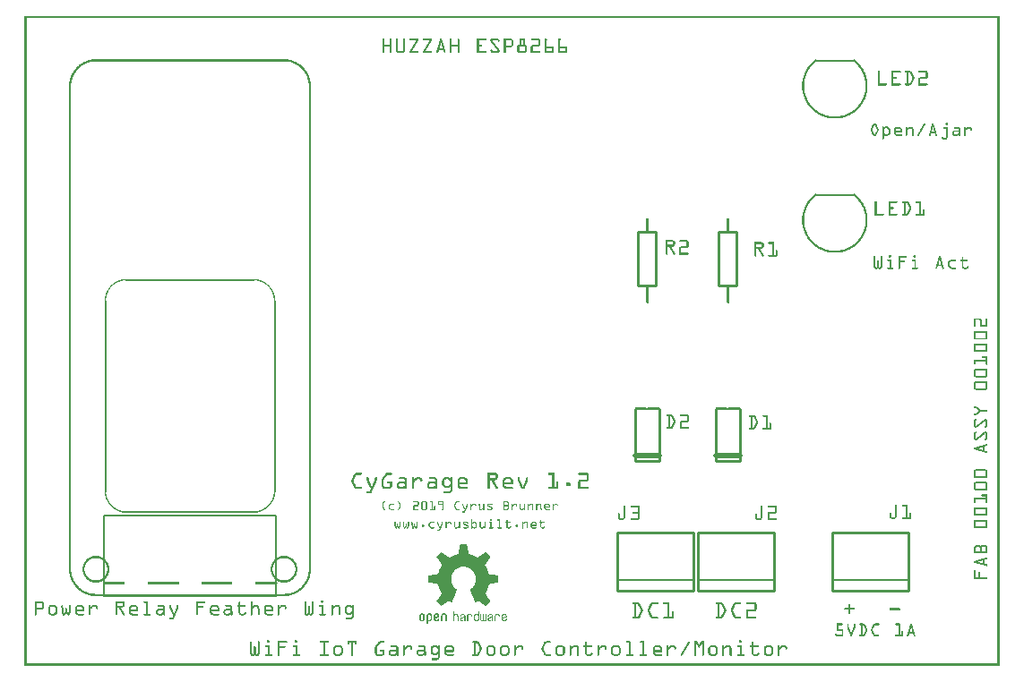
<source format=gto>
G04 MADE WITH FRITZING*
G04 WWW.FRITZING.ORG*
G04 DOUBLE SIDED*
G04 HOLES PLATED*
G04 CONTOUR ON CENTER OF CONTOUR VECTOR*
%ASAXBY*%
%FSLAX23Y23*%
%MOIN*%
%OFA0B0*%
%SFA1.0B1.0*%
%ADD10C,0.010000*%
%ADD11C,0.020000*%
%ADD12C,0.005000*%
%ADD13C,0.008000*%
%ADD14C,0.007874*%
%ADD15R,0.001000X0.001000*%
%LNSILK1*%
G90*
G70*
G54D10*
X2571Y764D02*
X2571Y959D01*
D02*
X2661Y959D02*
X2661Y764D01*
D02*
X2661Y764D02*
X2571Y764D01*
G54D11*
D02*
X2661Y784D02*
X2571Y784D01*
G54D10*
D02*
X2271Y764D02*
X2271Y959D01*
D02*
X2361Y959D02*
X2361Y764D01*
D02*
X2361Y764D02*
X2271Y764D01*
G54D11*
D02*
X2361Y784D02*
X2271Y784D01*
G54D10*
D02*
X3290Y498D02*
X3004Y498D01*
D02*
X3004Y498D02*
X3004Y282D01*
D02*
X3004Y282D02*
X3290Y282D01*
D02*
X3290Y282D02*
X3290Y498D01*
G54D12*
D02*
X3004Y322D02*
X3290Y322D01*
G54D10*
D02*
X2490Y498D02*
X2204Y498D01*
D02*
X2204Y498D02*
X2204Y282D01*
D02*
X2204Y282D02*
X2490Y282D01*
D02*
X2490Y282D02*
X2490Y498D01*
G54D12*
D02*
X2204Y322D02*
X2490Y322D01*
G54D10*
D02*
X2790Y498D02*
X2504Y498D01*
D02*
X2504Y498D02*
X2504Y282D01*
D02*
X2504Y282D02*
X2790Y282D01*
D02*
X2790Y282D02*
X2790Y498D01*
G54D12*
D02*
X2504Y322D02*
X2790Y322D01*
G54D10*
D02*
X2583Y1419D02*
X2583Y1619D01*
D02*
X2583Y1619D02*
X2649Y1619D01*
D02*
X2649Y1619D02*
X2649Y1419D01*
D02*
X2649Y1419D02*
X2583Y1419D01*
D02*
X2283Y1419D02*
X2283Y1619D01*
D02*
X2283Y1619D02*
X2349Y1619D01*
D02*
X2349Y1619D02*
X2349Y1419D01*
D02*
X2349Y1419D02*
X2283Y1419D01*
G54D13*
D02*
X295Y560D02*
X295Y308D01*
D02*
X295Y308D02*
X295Y261D01*
D02*
X295Y261D02*
X937Y261D01*
D02*
X937Y261D02*
X937Y308D01*
D02*
X937Y308D02*
X937Y560D01*
D02*
X937Y560D02*
X295Y560D01*
G54D12*
D02*
X852Y1439D02*
X380Y1439D01*
D02*
X301Y1360D02*
X301Y651D01*
D02*
X380Y573D02*
X852Y573D01*
D02*
X931Y651D02*
X931Y1360D01*
G54D14*
X3087Y2255D02*
X2945Y2255D01*
D02*
X3087Y1755D02*
X2945Y1755D01*
D02*
G54D15*
X0Y2422D02*
X3627Y2422D01*
X0Y2421D02*
X3627Y2421D01*
X0Y2420D02*
X3627Y2420D01*
X0Y2419D02*
X3627Y2419D01*
X0Y2418D02*
X3627Y2418D01*
X0Y2417D02*
X3627Y2417D01*
X0Y2416D02*
X3627Y2416D01*
X0Y2415D02*
X3627Y2415D01*
X0Y2414D02*
X7Y2414D01*
X3620Y2414D02*
X3627Y2414D01*
X0Y2413D02*
X7Y2413D01*
X3620Y2413D02*
X3627Y2413D01*
X0Y2412D02*
X7Y2412D01*
X3620Y2412D02*
X3627Y2412D01*
X0Y2411D02*
X7Y2411D01*
X3620Y2411D02*
X3627Y2411D01*
X0Y2410D02*
X7Y2410D01*
X3620Y2410D02*
X3627Y2410D01*
X0Y2409D02*
X7Y2409D01*
X3620Y2409D02*
X3627Y2409D01*
X0Y2408D02*
X7Y2408D01*
X3620Y2408D02*
X3627Y2408D01*
X0Y2407D02*
X7Y2407D01*
X3620Y2407D02*
X3627Y2407D01*
X0Y2406D02*
X7Y2406D01*
X3620Y2406D02*
X3627Y2406D01*
X0Y2405D02*
X7Y2405D01*
X3620Y2405D02*
X3627Y2405D01*
X0Y2404D02*
X7Y2404D01*
X3620Y2404D02*
X3627Y2404D01*
X0Y2403D02*
X7Y2403D01*
X3620Y2403D02*
X3627Y2403D01*
X0Y2402D02*
X7Y2402D01*
X3620Y2402D02*
X3627Y2402D01*
X0Y2401D02*
X7Y2401D01*
X3620Y2401D02*
X3627Y2401D01*
X0Y2400D02*
X7Y2400D01*
X3620Y2400D02*
X3627Y2400D01*
X0Y2399D02*
X7Y2399D01*
X3620Y2399D02*
X3627Y2399D01*
X0Y2398D02*
X7Y2398D01*
X3620Y2398D02*
X3627Y2398D01*
X0Y2397D02*
X7Y2397D01*
X3620Y2397D02*
X3627Y2397D01*
X0Y2396D02*
X7Y2396D01*
X3620Y2396D02*
X3627Y2396D01*
X0Y2395D02*
X7Y2395D01*
X3620Y2395D02*
X3627Y2395D01*
X0Y2394D02*
X7Y2394D01*
X3620Y2394D02*
X3627Y2394D01*
X0Y2393D02*
X7Y2393D01*
X3620Y2393D02*
X3627Y2393D01*
X0Y2392D02*
X7Y2392D01*
X3620Y2392D02*
X3627Y2392D01*
X0Y2391D02*
X7Y2391D01*
X3620Y2391D02*
X3627Y2391D01*
X0Y2390D02*
X7Y2390D01*
X3620Y2390D02*
X3627Y2390D01*
X0Y2389D02*
X7Y2389D01*
X3620Y2389D02*
X3627Y2389D01*
X0Y2388D02*
X7Y2388D01*
X3620Y2388D02*
X3627Y2388D01*
X0Y2387D02*
X7Y2387D01*
X3620Y2387D02*
X3627Y2387D01*
X0Y2386D02*
X7Y2386D01*
X3620Y2386D02*
X3627Y2386D01*
X0Y2385D02*
X7Y2385D01*
X3620Y2385D02*
X3627Y2385D01*
X0Y2384D02*
X7Y2384D01*
X3620Y2384D02*
X3627Y2384D01*
X0Y2383D02*
X7Y2383D01*
X3620Y2383D02*
X3627Y2383D01*
X0Y2382D02*
X7Y2382D01*
X3620Y2382D02*
X3627Y2382D01*
X0Y2381D02*
X7Y2381D01*
X3620Y2381D02*
X3627Y2381D01*
X0Y2380D02*
X7Y2380D01*
X3620Y2380D02*
X3627Y2380D01*
X0Y2379D02*
X7Y2379D01*
X3620Y2379D02*
X3627Y2379D01*
X0Y2378D02*
X7Y2378D01*
X3620Y2378D02*
X3627Y2378D01*
X0Y2377D02*
X7Y2377D01*
X3620Y2377D02*
X3627Y2377D01*
X0Y2376D02*
X7Y2376D01*
X3620Y2376D02*
X3627Y2376D01*
X0Y2375D02*
X7Y2375D01*
X3620Y2375D02*
X3627Y2375D01*
X0Y2374D02*
X7Y2374D01*
X3620Y2374D02*
X3627Y2374D01*
X0Y2373D02*
X7Y2373D01*
X3620Y2373D02*
X3627Y2373D01*
X0Y2372D02*
X7Y2372D01*
X3620Y2372D02*
X3627Y2372D01*
X0Y2371D02*
X7Y2371D01*
X3620Y2371D02*
X3627Y2371D01*
X0Y2370D02*
X7Y2370D01*
X3620Y2370D02*
X3627Y2370D01*
X0Y2369D02*
X7Y2369D01*
X3620Y2369D02*
X3627Y2369D01*
X0Y2368D02*
X7Y2368D01*
X3620Y2368D02*
X3627Y2368D01*
X0Y2367D02*
X7Y2367D01*
X3620Y2367D02*
X3627Y2367D01*
X0Y2366D02*
X7Y2366D01*
X3620Y2366D02*
X3627Y2366D01*
X0Y2365D02*
X7Y2365D01*
X3620Y2365D02*
X3627Y2365D01*
X0Y2364D02*
X7Y2364D01*
X3620Y2364D02*
X3627Y2364D01*
X0Y2363D02*
X7Y2363D01*
X3620Y2363D02*
X3627Y2363D01*
X0Y2362D02*
X7Y2362D01*
X3620Y2362D02*
X3627Y2362D01*
X0Y2361D02*
X7Y2361D01*
X3620Y2361D02*
X3627Y2361D01*
X0Y2360D02*
X7Y2360D01*
X3620Y2360D02*
X3627Y2360D01*
X0Y2359D02*
X7Y2359D01*
X3620Y2359D02*
X3627Y2359D01*
X0Y2358D02*
X7Y2358D01*
X3620Y2358D02*
X3627Y2358D01*
X0Y2357D02*
X7Y2357D01*
X3620Y2357D02*
X3627Y2357D01*
X0Y2356D02*
X7Y2356D01*
X3620Y2356D02*
X3627Y2356D01*
X0Y2355D02*
X7Y2355D01*
X3620Y2355D02*
X3627Y2355D01*
X0Y2354D02*
X7Y2354D01*
X3620Y2354D02*
X3627Y2354D01*
X0Y2353D02*
X7Y2353D01*
X3620Y2353D02*
X3627Y2353D01*
X0Y2352D02*
X7Y2352D01*
X3620Y2352D02*
X3627Y2352D01*
X0Y2351D02*
X7Y2351D01*
X3620Y2351D02*
X3627Y2351D01*
X0Y2350D02*
X7Y2350D01*
X3620Y2350D02*
X3627Y2350D01*
X0Y2349D02*
X7Y2349D01*
X3620Y2349D02*
X3627Y2349D01*
X0Y2348D02*
X7Y2348D01*
X3620Y2348D02*
X3627Y2348D01*
X0Y2347D02*
X7Y2347D01*
X3620Y2347D02*
X3627Y2347D01*
X0Y2346D02*
X7Y2346D01*
X3620Y2346D02*
X3627Y2346D01*
X0Y2345D02*
X7Y2345D01*
X3620Y2345D02*
X3627Y2345D01*
X0Y2344D02*
X7Y2344D01*
X3620Y2344D02*
X3627Y2344D01*
X0Y2343D02*
X7Y2343D01*
X3620Y2343D02*
X3627Y2343D01*
X0Y2342D02*
X7Y2342D01*
X3620Y2342D02*
X3627Y2342D01*
X0Y2341D02*
X7Y2341D01*
X3620Y2341D02*
X3627Y2341D01*
X0Y2340D02*
X7Y2340D01*
X3620Y2340D02*
X3627Y2340D01*
X0Y2339D02*
X7Y2339D01*
X3620Y2339D02*
X3627Y2339D01*
X0Y2338D02*
X7Y2338D01*
X3620Y2338D02*
X3627Y2338D01*
X0Y2337D02*
X7Y2337D01*
X1334Y2337D02*
X1337Y2337D01*
X1361Y2337D02*
X1364Y2337D01*
X1384Y2337D02*
X1387Y2337D01*
X1411Y2337D02*
X1415Y2337D01*
X1434Y2337D02*
X1466Y2337D01*
X1484Y2337D02*
X1516Y2337D01*
X1548Y2337D02*
X1551Y2337D01*
X1585Y2337D02*
X1588Y2337D01*
X1612Y2337D02*
X1615Y2337D01*
X1684Y2337D02*
X1716Y2337D01*
X1738Y2337D02*
X1762Y2337D01*
X1784Y2337D02*
X1811Y2337D01*
X1842Y2337D02*
X1859Y2337D01*
X1886Y2337D02*
X1914Y2337D01*
X1936Y2337D02*
X1943Y2337D01*
X1986Y2337D02*
X1993Y2337D01*
X3620Y2337D02*
X3627Y2337D01*
X0Y2336D02*
X7Y2336D01*
X1333Y2336D02*
X1338Y2336D01*
X1360Y2336D02*
X1365Y2336D01*
X1383Y2336D02*
X1388Y2336D01*
X1410Y2336D02*
X1415Y2336D01*
X1433Y2336D02*
X1466Y2336D01*
X1483Y2336D02*
X1516Y2336D01*
X1547Y2336D02*
X1552Y2336D01*
X1584Y2336D02*
X1589Y2336D01*
X1611Y2336D02*
X1616Y2336D01*
X1684Y2336D02*
X1717Y2336D01*
X1737Y2336D02*
X1763Y2336D01*
X1784Y2336D02*
X1813Y2336D01*
X1842Y2336D02*
X1860Y2336D01*
X1885Y2336D02*
X1915Y2336D01*
X1935Y2336D02*
X1943Y2336D01*
X1985Y2336D02*
X1994Y2336D01*
X3620Y2336D02*
X3627Y2336D01*
X0Y2335D02*
X7Y2335D01*
X1332Y2335D02*
X1338Y2335D01*
X1360Y2335D02*
X1366Y2335D01*
X1383Y2335D02*
X1388Y2335D01*
X1410Y2335D02*
X1416Y2335D01*
X1433Y2335D02*
X1466Y2335D01*
X1483Y2335D02*
X1516Y2335D01*
X1547Y2335D02*
X1553Y2335D01*
X1583Y2335D02*
X1589Y2335D01*
X1611Y2335D02*
X1617Y2335D01*
X1684Y2335D02*
X1717Y2335D01*
X1736Y2335D02*
X1764Y2335D01*
X1784Y2335D02*
X1814Y2335D01*
X1841Y2335D02*
X1861Y2335D01*
X1884Y2335D02*
X1916Y2335D01*
X1935Y2335D02*
X1944Y2335D01*
X1985Y2335D02*
X1994Y2335D01*
X3620Y2335D02*
X3627Y2335D01*
X0Y2334D02*
X7Y2334D01*
X1332Y2334D02*
X1338Y2334D01*
X1360Y2334D02*
X1366Y2334D01*
X1382Y2334D02*
X1388Y2334D01*
X1410Y2334D02*
X1416Y2334D01*
X1433Y2334D02*
X1466Y2334D01*
X1483Y2334D02*
X1516Y2334D01*
X1547Y2334D02*
X1553Y2334D01*
X1583Y2334D02*
X1589Y2334D01*
X1611Y2334D02*
X1617Y2334D01*
X1684Y2334D02*
X1717Y2334D01*
X1735Y2334D02*
X1765Y2334D01*
X1784Y2334D02*
X1815Y2334D01*
X1841Y2334D02*
X1861Y2334D01*
X1884Y2334D02*
X1917Y2334D01*
X1935Y2334D02*
X1944Y2334D01*
X1985Y2334D02*
X1994Y2334D01*
X3620Y2334D02*
X3627Y2334D01*
X0Y2333D02*
X7Y2333D01*
X1332Y2333D02*
X1338Y2333D01*
X1360Y2333D02*
X1366Y2333D01*
X1382Y2333D02*
X1388Y2333D01*
X1410Y2333D02*
X1416Y2333D01*
X1433Y2333D02*
X1466Y2333D01*
X1483Y2333D02*
X1516Y2333D01*
X1546Y2333D02*
X1553Y2333D01*
X1583Y2333D02*
X1589Y2333D01*
X1611Y2333D02*
X1617Y2333D01*
X1684Y2333D02*
X1717Y2333D01*
X1734Y2333D02*
X1766Y2333D01*
X1784Y2333D02*
X1816Y2333D01*
X1841Y2333D02*
X1861Y2333D01*
X1885Y2333D02*
X1918Y2333D01*
X1935Y2333D02*
X1944Y2333D01*
X1985Y2333D02*
X1994Y2333D01*
X3620Y2333D02*
X3627Y2333D01*
X0Y2332D02*
X7Y2332D01*
X1332Y2332D02*
X1338Y2332D01*
X1360Y2332D02*
X1366Y2332D01*
X1382Y2332D02*
X1388Y2332D01*
X1410Y2332D02*
X1416Y2332D01*
X1433Y2332D02*
X1465Y2332D01*
X1484Y2332D02*
X1516Y2332D01*
X1546Y2332D02*
X1554Y2332D01*
X1583Y2332D02*
X1589Y2332D01*
X1611Y2332D02*
X1617Y2332D01*
X1684Y2332D02*
X1716Y2332D01*
X1734Y2332D02*
X1767Y2332D01*
X1784Y2332D02*
X1816Y2332D01*
X1841Y2332D02*
X1861Y2332D01*
X1885Y2332D02*
X1918Y2332D01*
X1935Y2332D02*
X1943Y2332D01*
X1985Y2332D02*
X1993Y2332D01*
X3620Y2332D02*
X3627Y2332D01*
X0Y2331D02*
X7Y2331D01*
X1332Y2331D02*
X1338Y2331D01*
X1360Y2331D02*
X1366Y2331D01*
X1382Y2331D02*
X1388Y2331D01*
X1410Y2331D02*
X1416Y2331D01*
X1435Y2331D02*
X1465Y2331D01*
X1485Y2331D02*
X1515Y2331D01*
X1546Y2331D02*
X1554Y2331D01*
X1583Y2331D02*
X1589Y2331D01*
X1611Y2331D02*
X1617Y2331D01*
X1684Y2331D02*
X1715Y2331D01*
X1734Y2331D02*
X1767Y2331D01*
X1784Y2331D02*
X1817Y2331D01*
X1841Y2331D02*
X1861Y2331D01*
X1887Y2331D02*
X1918Y2331D01*
X1935Y2331D02*
X1942Y2331D01*
X1985Y2331D02*
X1992Y2331D01*
X3620Y2331D02*
X3627Y2331D01*
X0Y2330D02*
X7Y2330D01*
X1332Y2330D02*
X1338Y2330D01*
X1360Y2330D02*
X1366Y2330D01*
X1382Y2330D02*
X1388Y2330D01*
X1410Y2330D02*
X1416Y2330D01*
X1457Y2330D02*
X1464Y2330D01*
X1507Y2330D02*
X1514Y2330D01*
X1545Y2330D02*
X1554Y2330D01*
X1583Y2330D02*
X1589Y2330D01*
X1611Y2330D02*
X1617Y2330D01*
X1684Y2330D02*
X1690Y2330D01*
X1734Y2330D02*
X1740Y2330D01*
X1761Y2330D02*
X1767Y2330D01*
X1784Y2330D02*
X1790Y2330D01*
X1810Y2330D02*
X1817Y2330D01*
X1841Y2330D02*
X1847Y2330D01*
X1855Y2330D02*
X1861Y2330D01*
X1912Y2330D02*
X1918Y2330D01*
X1935Y2330D02*
X1940Y2330D01*
X1985Y2330D02*
X1991Y2330D01*
X3620Y2330D02*
X3627Y2330D01*
X0Y2329D02*
X7Y2329D01*
X1332Y2329D02*
X1338Y2329D01*
X1360Y2329D02*
X1366Y2329D01*
X1382Y2329D02*
X1388Y2329D01*
X1410Y2329D02*
X1416Y2329D01*
X1457Y2329D02*
X1464Y2329D01*
X1507Y2329D02*
X1514Y2329D01*
X1545Y2329D02*
X1554Y2329D01*
X1583Y2329D02*
X1589Y2329D01*
X1611Y2329D02*
X1617Y2329D01*
X1684Y2329D02*
X1690Y2329D01*
X1734Y2329D02*
X1740Y2329D01*
X1761Y2329D02*
X1767Y2329D01*
X1784Y2329D02*
X1790Y2329D01*
X1811Y2329D02*
X1817Y2329D01*
X1841Y2329D02*
X1847Y2329D01*
X1855Y2329D02*
X1861Y2329D01*
X1912Y2329D02*
X1918Y2329D01*
X1935Y2329D02*
X1940Y2329D01*
X1985Y2329D02*
X1991Y2329D01*
X3620Y2329D02*
X3627Y2329D01*
X0Y2328D02*
X7Y2328D01*
X1332Y2328D02*
X1338Y2328D01*
X1360Y2328D02*
X1366Y2328D01*
X1382Y2328D02*
X1388Y2328D01*
X1410Y2328D02*
X1416Y2328D01*
X1456Y2328D02*
X1463Y2328D01*
X1506Y2328D02*
X1513Y2328D01*
X1545Y2328D02*
X1555Y2328D01*
X1583Y2328D02*
X1589Y2328D01*
X1611Y2328D02*
X1617Y2328D01*
X1684Y2328D02*
X1690Y2328D01*
X1734Y2328D02*
X1741Y2328D01*
X1761Y2328D02*
X1767Y2328D01*
X1784Y2328D02*
X1790Y2328D01*
X1811Y2328D02*
X1817Y2328D01*
X1841Y2328D02*
X1847Y2328D01*
X1855Y2328D02*
X1861Y2328D01*
X1912Y2328D02*
X1918Y2328D01*
X1935Y2328D02*
X1940Y2328D01*
X1985Y2328D02*
X1991Y2328D01*
X3620Y2328D02*
X3627Y2328D01*
X0Y2327D02*
X7Y2327D01*
X1332Y2327D02*
X1338Y2327D01*
X1360Y2327D02*
X1366Y2327D01*
X1382Y2327D02*
X1388Y2327D01*
X1410Y2327D02*
X1416Y2327D01*
X1455Y2327D02*
X1462Y2327D01*
X1506Y2327D02*
X1513Y2327D01*
X1544Y2327D02*
X1555Y2327D01*
X1583Y2327D02*
X1589Y2327D01*
X1611Y2327D02*
X1617Y2327D01*
X1684Y2327D02*
X1690Y2327D01*
X1734Y2327D02*
X1742Y2327D01*
X1762Y2327D02*
X1767Y2327D01*
X1784Y2327D02*
X1790Y2327D01*
X1812Y2327D02*
X1818Y2327D01*
X1841Y2327D02*
X1847Y2327D01*
X1855Y2327D02*
X1861Y2327D01*
X1912Y2327D02*
X1918Y2327D01*
X1935Y2327D02*
X1940Y2327D01*
X1985Y2327D02*
X1991Y2327D01*
X3620Y2327D02*
X3627Y2327D01*
X0Y2326D02*
X7Y2326D01*
X1332Y2326D02*
X1338Y2326D01*
X1360Y2326D02*
X1366Y2326D01*
X1382Y2326D02*
X1388Y2326D01*
X1410Y2326D02*
X1416Y2326D01*
X1455Y2326D02*
X1462Y2326D01*
X1505Y2326D02*
X1512Y2326D01*
X1544Y2326D02*
X1555Y2326D01*
X1583Y2326D02*
X1589Y2326D01*
X1611Y2326D02*
X1617Y2326D01*
X1684Y2326D02*
X1690Y2326D01*
X1735Y2326D02*
X1743Y2326D01*
X1762Y2326D02*
X1766Y2326D01*
X1784Y2326D02*
X1790Y2326D01*
X1812Y2326D02*
X1818Y2326D01*
X1841Y2326D02*
X1847Y2326D01*
X1855Y2326D02*
X1861Y2326D01*
X1912Y2326D02*
X1918Y2326D01*
X1935Y2326D02*
X1940Y2326D01*
X1985Y2326D02*
X1991Y2326D01*
X3620Y2326D02*
X3627Y2326D01*
X0Y2325D02*
X7Y2325D01*
X1332Y2325D02*
X1338Y2325D01*
X1360Y2325D02*
X1366Y2325D01*
X1382Y2325D02*
X1388Y2325D01*
X1410Y2325D02*
X1416Y2325D01*
X1454Y2325D02*
X1461Y2325D01*
X1504Y2325D02*
X1512Y2325D01*
X1544Y2325D02*
X1556Y2325D01*
X1583Y2325D02*
X1589Y2325D01*
X1611Y2325D02*
X1617Y2325D01*
X1684Y2325D02*
X1690Y2325D01*
X1735Y2325D02*
X1743Y2325D01*
X1764Y2325D02*
X1765Y2325D01*
X1784Y2325D02*
X1790Y2325D01*
X1812Y2325D02*
X1818Y2325D01*
X1841Y2325D02*
X1847Y2325D01*
X1855Y2325D02*
X1861Y2325D01*
X1912Y2325D02*
X1918Y2325D01*
X1935Y2325D02*
X1940Y2325D01*
X1985Y2325D02*
X1991Y2325D01*
X3620Y2325D02*
X3627Y2325D01*
X0Y2324D02*
X7Y2324D01*
X1332Y2324D02*
X1338Y2324D01*
X1360Y2324D02*
X1366Y2324D01*
X1382Y2324D02*
X1388Y2324D01*
X1410Y2324D02*
X1416Y2324D01*
X1454Y2324D02*
X1461Y2324D01*
X1504Y2324D02*
X1511Y2324D01*
X1544Y2324D02*
X1556Y2324D01*
X1583Y2324D02*
X1589Y2324D01*
X1611Y2324D02*
X1617Y2324D01*
X1684Y2324D02*
X1690Y2324D01*
X1736Y2324D02*
X1744Y2324D01*
X1784Y2324D02*
X1790Y2324D01*
X1812Y2324D02*
X1818Y2324D01*
X1841Y2324D02*
X1847Y2324D01*
X1855Y2324D02*
X1861Y2324D01*
X1912Y2324D02*
X1918Y2324D01*
X1935Y2324D02*
X1940Y2324D01*
X1985Y2324D02*
X1991Y2324D01*
X3620Y2324D02*
X3627Y2324D01*
X0Y2323D02*
X7Y2323D01*
X1332Y2323D02*
X1338Y2323D01*
X1360Y2323D02*
X1366Y2323D01*
X1382Y2323D02*
X1388Y2323D01*
X1410Y2323D02*
X1416Y2323D01*
X1453Y2323D02*
X1460Y2323D01*
X1503Y2323D02*
X1510Y2323D01*
X1543Y2323D02*
X1556Y2323D01*
X1583Y2323D02*
X1589Y2323D01*
X1611Y2323D02*
X1617Y2323D01*
X1684Y2323D02*
X1690Y2323D01*
X1737Y2323D02*
X1745Y2323D01*
X1784Y2323D02*
X1790Y2323D01*
X1812Y2323D02*
X1818Y2323D01*
X1841Y2323D02*
X1847Y2323D01*
X1855Y2323D02*
X1861Y2323D01*
X1912Y2323D02*
X1918Y2323D01*
X1935Y2323D02*
X1940Y2323D01*
X1985Y2323D02*
X1991Y2323D01*
X3620Y2323D02*
X3627Y2323D01*
X0Y2322D02*
X7Y2322D01*
X1332Y2322D02*
X1338Y2322D01*
X1360Y2322D02*
X1366Y2322D01*
X1382Y2322D02*
X1388Y2322D01*
X1410Y2322D02*
X1416Y2322D01*
X1452Y2322D02*
X1460Y2322D01*
X1503Y2322D02*
X1510Y2322D01*
X1543Y2322D02*
X1556Y2322D01*
X1583Y2322D02*
X1589Y2322D01*
X1611Y2322D02*
X1617Y2322D01*
X1684Y2322D02*
X1690Y2322D01*
X1738Y2322D02*
X1746Y2322D01*
X1784Y2322D02*
X1790Y2322D01*
X1812Y2322D02*
X1818Y2322D01*
X1841Y2322D02*
X1847Y2322D01*
X1855Y2322D02*
X1861Y2322D01*
X1912Y2322D02*
X1918Y2322D01*
X1935Y2322D02*
X1940Y2322D01*
X1985Y2322D02*
X1991Y2322D01*
X3620Y2322D02*
X3627Y2322D01*
X0Y2321D02*
X7Y2321D01*
X1332Y2321D02*
X1338Y2321D01*
X1360Y2321D02*
X1366Y2321D01*
X1382Y2321D02*
X1388Y2321D01*
X1410Y2321D02*
X1416Y2321D01*
X1452Y2321D02*
X1459Y2321D01*
X1502Y2321D02*
X1509Y2321D01*
X1543Y2321D02*
X1557Y2321D01*
X1583Y2321D02*
X1589Y2321D01*
X1611Y2321D02*
X1617Y2321D01*
X1684Y2321D02*
X1690Y2321D01*
X1738Y2321D02*
X1746Y2321D01*
X1784Y2321D02*
X1790Y2321D01*
X1812Y2321D02*
X1818Y2321D01*
X1841Y2321D02*
X1847Y2321D01*
X1855Y2321D02*
X1861Y2321D01*
X1912Y2321D02*
X1918Y2321D01*
X1935Y2321D02*
X1940Y2321D01*
X1985Y2321D02*
X1991Y2321D01*
X3620Y2321D02*
X3627Y2321D01*
X0Y2320D02*
X7Y2320D01*
X1332Y2320D02*
X1338Y2320D01*
X1360Y2320D02*
X1366Y2320D01*
X1382Y2320D02*
X1388Y2320D01*
X1410Y2320D02*
X1416Y2320D01*
X1451Y2320D02*
X1458Y2320D01*
X1501Y2320D02*
X1509Y2320D01*
X1542Y2320D02*
X1549Y2320D01*
X1551Y2320D02*
X1557Y2320D01*
X1583Y2320D02*
X1589Y2320D01*
X1611Y2320D02*
X1617Y2320D01*
X1684Y2320D02*
X1690Y2320D01*
X1739Y2320D02*
X1747Y2320D01*
X1784Y2320D02*
X1790Y2320D01*
X1812Y2320D02*
X1818Y2320D01*
X1841Y2320D02*
X1847Y2320D01*
X1855Y2320D02*
X1861Y2320D01*
X1912Y2320D02*
X1918Y2320D01*
X1935Y2320D02*
X1940Y2320D01*
X1985Y2320D02*
X1991Y2320D01*
X3620Y2320D02*
X3627Y2320D01*
X0Y2319D02*
X7Y2319D01*
X1332Y2319D02*
X1338Y2319D01*
X1360Y2319D02*
X1366Y2319D01*
X1382Y2319D02*
X1388Y2319D01*
X1410Y2319D02*
X1416Y2319D01*
X1451Y2319D02*
X1458Y2319D01*
X1501Y2319D02*
X1508Y2319D01*
X1542Y2319D02*
X1548Y2319D01*
X1551Y2319D02*
X1557Y2319D01*
X1583Y2319D02*
X1589Y2319D01*
X1611Y2319D02*
X1617Y2319D01*
X1684Y2319D02*
X1690Y2319D01*
X1740Y2319D02*
X1748Y2319D01*
X1784Y2319D02*
X1790Y2319D01*
X1812Y2319D02*
X1818Y2319D01*
X1841Y2319D02*
X1847Y2319D01*
X1855Y2319D02*
X1861Y2319D01*
X1912Y2319D02*
X1918Y2319D01*
X1935Y2319D02*
X1940Y2319D01*
X1985Y2319D02*
X1991Y2319D01*
X3620Y2319D02*
X3627Y2319D01*
X0Y2318D02*
X7Y2318D01*
X1332Y2318D02*
X1338Y2318D01*
X1360Y2318D02*
X1366Y2318D01*
X1382Y2318D02*
X1388Y2318D01*
X1410Y2318D02*
X1416Y2318D01*
X1450Y2318D02*
X1457Y2318D01*
X1500Y2318D02*
X1507Y2318D01*
X1542Y2318D02*
X1548Y2318D01*
X1551Y2318D02*
X1558Y2318D01*
X1583Y2318D02*
X1589Y2318D01*
X1611Y2318D02*
X1617Y2318D01*
X1684Y2318D02*
X1690Y2318D01*
X1741Y2318D02*
X1749Y2318D01*
X1784Y2318D02*
X1790Y2318D01*
X1812Y2318D02*
X1818Y2318D01*
X1841Y2318D02*
X1847Y2318D01*
X1855Y2318D02*
X1861Y2318D01*
X1912Y2318D02*
X1918Y2318D01*
X1935Y2318D02*
X1940Y2318D01*
X1985Y2318D02*
X1991Y2318D01*
X3620Y2318D02*
X3627Y2318D01*
X0Y2317D02*
X7Y2317D01*
X1332Y2317D02*
X1338Y2317D01*
X1360Y2317D02*
X1366Y2317D01*
X1382Y2317D02*
X1388Y2317D01*
X1410Y2317D02*
X1416Y2317D01*
X1449Y2317D02*
X1457Y2317D01*
X1500Y2317D02*
X1507Y2317D01*
X1542Y2317D02*
X1548Y2317D01*
X1552Y2317D02*
X1558Y2317D01*
X1583Y2317D02*
X1589Y2317D01*
X1611Y2317D02*
X1617Y2317D01*
X1684Y2317D02*
X1690Y2317D01*
X1742Y2317D02*
X1750Y2317D01*
X1784Y2317D02*
X1790Y2317D01*
X1812Y2317D02*
X1818Y2317D01*
X1841Y2317D02*
X1847Y2317D01*
X1855Y2317D02*
X1861Y2317D01*
X1912Y2317D02*
X1918Y2317D01*
X1935Y2317D02*
X1940Y2317D01*
X1985Y2317D02*
X1991Y2317D01*
X3620Y2317D02*
X3627Y2317D01*
X0Y2316D02*
X7Y2316D01*
X1332Y2316D02*
X1338Y2316D01*
X1360Y2316D02*
X1366Y2316D01*
X1382Y2316D02*
X1388Y2316D01*
X1410Y2316D02*
X1416Y2316D01*
X1449Y2316D02*
X1456Y2316D01*
X1499Y2316D02*
X1506Y2316D01*
X1541Y2316D02*
X1548Y2316D01*
X1552Y2316D02*
X1558Y2316D01*
X1583Y2316D02*
X1589Y2316D01*
X1611Y2316D02*
X1617Y2316D01*
X1684Y2316D02*
X1690Y2316D01*
X1742Y2316D02*
X1750Y2316D01*
X1784Y2316D02*
X1790Y2316D01*
X1812Y2316D02*
X1818Y2316D01*
X1841Y2316D02*
X1847Y2316D01*
X1855Y2316D02*
X1861Y2316D01*
X1912Y2316D02*
X1918Y2316D01*
X1935Y2316D02*
X1940Y2316D01*
X1985Y2316D02*
X1991Y2316D01*
X3620Y2316D02*
X3627Y2316D01*
X0Y2315D02*
X7Y2315D01*
X1332Y2315D02*
X1338Y2315D01*
X1360Y2315D02*
X1366Y2315D01*
X1382Y2315D02*
X1388Y2315D01*
X1410Y2315D02*
X1416Y2315D01*
X1448Y2315D02*
X1455Y2315D01*
X1498Y2315D02*
X1506Y2315D01*
X1541Y2315D02*
X1547Y2315D01*
X1552Y2315D02*
X1559Y2315D01*
X1583Y2315D02*
X1589Y2315D01*
X1611Y2315D02*
X1617Y2315D01*
X1684Y2315D02*
X1690Y2315D01*
X1743Y2315D02*
X1751Y2315D01*
X1784Y2315D02*
X1790Y2315D01*
X1812Y2315D02*
X1818Y2315D01*
X1841Y2315D02*
X1847Y2315D01*
X1855Y2315D02*
X1861Y2315D01*
X1912Y2315D02*
X1918Y2315D01*
X1935Y2315D02*
X1940Y2315D01*
X1985Y2315D02*
X1991Y2315D01*
X3620Y2315D02*
X3627Y2315D01*
X0Y2314D02*
X7Y2314D01*
X1332Y2314D02*
X1366Y2314D01*
X1382Y2314D02*
X1388Y2314D01*
X1410Y2314D02*
X1416Y2314D01*
X1448Y2314D02*
X1455Y2314D01*
X1498Y2314D02*
X1505Y2314D01*
X1541Y2314D02*
X1547Y2314D01*
X1552Y2314D02*
X1559Y2314D01*
X1583Y2314D02*
X1617Y2314D01*
X1684Y2314D02*
X1701Y2314D01*
X1744Y2314D02*
X1752Y2314D01*
X1784Y2314D02*
X1790Y2314D01*
X1811Y2314D02*
X1817Y2314D01*
X1839Y2314D02*
X1862Y2314D01*
X1890Y2314D02*
X1918Y2314D01*
X1935Y2314D02*
X1940Y2314D01*
X1985Y2314D02*
X1991Y2314D01*
X3620Y2314D02*
X3627Y2314D01*
X0Y2313D02*
X7Y2313D01*
X1332Y2313D02*
X1366Y2313D01*
X1382Y2313D02*
X1388Y2313D01*
X1410Y2313D02*
X1416Y2313D01*
X1447Y2313D02*
X1454Y2313D01*
X1497Y2313D02*
X1504Y2313D01*
X1540Y2313D02*
X1547Y2313D01*
X1553Y2313D02*
X1559Y2313D01*
X1583Y2313D02*
X1617Y2313D01*
X1684Y2313D02*
X1702Y2313D01*
X1745Y2313D02*
X1753Y2313D01*
X1784Y2313D02*
X1790Y2313D01*
X1811Y2313D02*
X1817Y2313D01*
X1837Y2313D02*
X1865Y2313D01*
X1888Y2313D02*
X1918Y2313D01*
X1935Y2313D02*
X1940Y2313D01*
X1985Y2313D02*
X1991Y2313D01*
X3620Y2313D02*
X3627Y2313D01*
X0Y2312D02*
X7Y2312D01*
X1332Y2312D02*
X1366Y2312D01*
X1382Y2312D02*
X1388Y2312D01*
X1410Y2312D02*
X1416Y2312D01*
X1447Y2312D02*
X1454Y2312D01*
X1497Y2312D02*
X1504Y2312D01*
X1540Y2312D02*
X1546Y2312D01*
X1553Y2312D02*
X1559Y2312D01*
X1583Y2312D02*
X1617Y2312D01*
X1684Y2312D02*
X1703Y2312D01*
X1745Y2312D02*
X1753Y2312D01*
X1784Y2312D02*
X1790Y2312D01*
X1810Y2312D02*
X1817Y2312D01*
X1836Y2312D02*
X1866Y2312D01*
X1886Y2312D02*
X1918Y2312D01*
X1935Y2312D02*
X1940Y2312D01*
X1985Y2312D02*
X1991Y2312D01*
X3620Y2312D02*
X3627Y2312D01*
X0Y2311D02*
X7Y2311D01*
X1332Y2311D02*
X1366Y2311D01*
X1382Y2311D02*
X1388Y2311D01*
X1410Y2311D02*
X1416Y2311D01*
X1446Y2311D02*
X1453Y2311D01*
X1496Y2311D02*
X1503Y2311D01*
X1540Y2311D02*
X1546Y2311D01*
X1553Y2311D02*
X1560Y2311D01*
X1583Y2311D02*
X1617Y2311D01*
X1684Y2311D02*
X1703Y2311D01*
X1746Y2311D02*
X1754Y2311D01*
X1784Y2311D02*
X1817Y2311D01*
X1835Y2311D02*
X1867Y2311D01*
X1886Y2311D02*
X1917Y2311D01*
X1935Y2311D02*
X1940Y2311D01*
X1985Y2311D02*
X1991Y2311D01*
X3620Y2311D02*
X3627Y2311D01*
X0Y2310D02*
X7Y2310D01*
X1332Y2310D02*
X1366Y2310D01*
X1382Y2310D02*
X1388Y2310D01*
X1410Y2310D02*
X1416Y2310D01*
X1445Y2310D02*
X1453Y2310D01*
X1496Y2310D02*
X1503Y2310D01*
X1539Y2310D02*
X1546Y2310D01*
X1554Y2310D02*
X1560Y2310D01*
X1583Y2310D02*
X1617Y2310D01*
X1684Y2310D02*
X1703Y2310D01*
X1747Y2310D02*
X1755Y2310D01*
X1784Y2310D02*
X1816Y2310D01*
X1835Y2310D02*
X1867Y2310D01*
X1885Y2310D02*
X1916Y2310D01*
X1935Y2310D02*
X1940Y2310D01*
X1985Y2310D02*
X1991Y2310D01*
X3620Y2310D02*
X3627Y2310D01*
X0Y2309D02*
X7Y2309D01*
X1332Y2309D02*
X1366Y2309D01*
X1382Y2309D02*
X1388Y2309D01*
X1410Y2309D02*
X1416Y2309D01*
X1445Y2309D02*
X1452Y2309D01*
X1495Y2309D02*
X1502Y2309D01*
X1539Y2309D02*
X1545Y2309D01*
X1554Y2309D02*
X1560Y2309D01*
X1583Y2309D02*
X1617Y2309D01*
X1684Y2309D02*
X1703Y2309D01*
X1748Y2309D02*
X1756Y2309D01*
X1784Y2309D02*
X1816Y2309D01*
X1834Y2309D02*
X1867Y2309D01*
X1885Y2309D02*
X1915Y2309D01*
X1935Y2309D02*
X1940Y2309D01*
X1985Y2309D02*
X1991Y2309D01*
X3620Y2309D02*
X3627Y2309D01*
X0Y2308D02*
X7Y2308D01*
X1332Y2308D02*
X1366Y2308D01*
X1382Y2308D02*
X1388Y2308D01*
X1410Y2308D02*
X1416Y2308D01*
X1444Y2308D02*
X1451Y2308D01*
X1494Y2308D02*
X1502Y2308D01*
X1539Y2308D02*
X1545Y2308D01*
X1554Y2308D02*
X1561Y2308D01*
X1583Y2308D02*
X1617Y2308D01*
X1684Y2308D02*
X1702Y2308D01*
X1749Y2308D02*
X1757Y2308D01*
X1784Y2308D02*
X1815Y2308D01*
X1834Y2308D02*
X1868Y2308D01*
X1884Y2308D02*
X1914Y2308D01*
X1935Y2308D02*
X1966Y2308D01*
X1985Y2308D02*
X2016Y2308D01*
X3620Y2308D02*
X3627Y2308D01*
X0Y2307D02*
X7Y2307D01*
X1332Y2307D02*
X1338Y2307D01*
X1360Y2307D02*
X1366Y2307D01*
X1382Y2307D02*
X1388Y2307D01*
X1410Y2307D02*
X1416Y2307D01*
X1444Y2307D02*
X1451Y2307D01*
X1494Y2307D02*
X1501Y2307D01*
X1539Y2307D02*
X1545Y2307D01*
X1555Y2307D02*
X1561Y2307D01*
X1583Y2307D02*
X1589Y2307D01*
X1611Y2307D02*
X1617Y2307D01*
X1684Y2307D02*
X1690Y2307D01*
X1749Y2307D02*
X1757Y2307D01*
X1784Y2307D02*
X1814Y2307D01*
X1834Y2307D02*
X1840Y2307D01*
X1862Y2307D02*
X1868Y2307D01*
X1884Y2307D02*
X1891Y2307D01*
X1935Y2307D02*
X1967Y2307D01*
X1985Y2307D02*
X2017Y2307D01*
X3620Y2307D02*
X3627Y2307D01*
X0Y2306D02*
X7Y2306D01*
X1332Y2306D02*
X1338Y2306D01*
X1360Y2306D02*
X1366Y2306D01*
X1382Y2306D02*
X1388Y2306D01*
X1410Y2306D02*
X1416Y2306D01*
X1443Y2306D02*
X1450Y2306D01*
X1493Y2306D02*
X1500Y2306D01*
X1538Y2306D02*
X1545Y2306D01*
X1555Y2306D02*
X1561Y2306D01*
X1583Y2306D02*
X1589Y2306D01*
X1611Y2306D02*
X1617Y2306D01*
X1684Y2306D02*
X1690Y2306D01*
X1750Y2306D02*
X1758Y2306D01*
X1784Y2306D02*
X1813Y2306D01*
X1834Y2306D02*
X1840Y2306D01*
X1862Y2306D02*
X1868Y2306D01*
X1884Y2306D02*
X1890Y2306D01*
X1935Y2306D02*
X1968Y2306D01*
X1985Y2306D02*
X2018Y2306D01*
X3620Y2306D02*
X3627Y2306D01*
X0Y2305D02*
X7Y2305D01*
X1332Y2305D02*
X1338Y2305D01*
X1360Y2305D02*
X1366Y2305D01*
X1382Y2305D02*
X1388Y2305D01*
X1410Y2305D02*
X1416Y2305D01*
X1442Y2305D02*
X1450Y2305D01*
X1493Y2305D02*
X1500Y2305D01*
X1538Y2305D02*
X1544Y2305D01*
X1555Y2305D02*
X1561Y2305D01*
X1583Y2305D02*
X1589Y2305D01*
X1611Y2305D02*
X1617Y2305D01*
X1684Y2305D02*
X1690Y2305D01*
X1751Y2305D02*
X1759Y2305D01*
X1784Y2305D02*
X1811Y2305D01*
X1834Y2305D02*
X1840Y2305D01*
X1862Y2305D02*
X1868Y2305D01*
X1884Y2305D02*
X1890Y2305D01*
X1935Y2305D02*
X1968Y2305D01*
X1985Y2305D02*
X2018Y2305D01*
X3620Y2305D02*
X3627Y2305D01*
X0Y2304D02*
X7Y2304D01*
X1332Y2304D02*
X1338Y2304D01*
X1360Y2304D02*
X1366Y2304D01*
X1382Y2304D02*
X1388Y2304D01*
X1410Y2304D02*
X1416Y2304D01*
X1442Y2304D02*
X1449Y2304D01*
X1492Y2304D02*
X1499Y2304D01*
X1538Y2304D02*
X1544Y2304D01*
X1555Y2304D02*
X1562Y2304D01*
X1583Y2304D02*
X1589Y2304D01*
X1611Y2304D02*
X1617Y2304D01*
X1684Y2304D02*
X1690Y2304D01*
X1752Y2304D02*
X1760Y2304D01*
X1784Y2304D02*
X1790Y2304D01*
X1834Y2304D02*
X1840Y2304D01*
X1862Y2304D02*
X1868Y2304D01*
X1884Y2304D02*
X1890Y2304D01*
X1935Y2304D02*
X1968Y2304D01*
X1985Y2304D02*
X2018Y2304D01*
X3620Y2304D02*
X3627Y2304D01*
X0Y2303D02*
X7Y2303D01*
X1332Y2303D02*
X1338Y2303D01*
X1360Y2303D02*
X1366Y2303D01*
X1382Y2303D02*
X1388Y2303D01*
X1410Y2303D02*
X1416Y2303D01*
X1441Y2303D02*
X1448Y2303D01*
X1491Y2303D02*
X1499Y2303D01*
X1537Y2303D02*
X1544Y2303D01*
X1556Y2303D02*
X1562Y2303D01*
X1583Y2303D02*
X1589Y2303D01*
X1611Y2303D02*
X1617Y2303D01*
X1684Y2303D02*
X1690Y2303D01*
X1752Y2303D02*
X1760Y2303D01*
X1784Y2303D02*
X1790Y2303D01*
X1834Y2303D02*
X1840Y2303D01*
X1862Y2303D02*
X1868Y2303D01*
X1884Y2303D02*
X1890Y2303D01*
X1935Y2303D02*
X1968Y2303D01*
X1985Y2303D02*
X2018Y2303D01*
X3620Y2303D02*
X3627Y2303D01*
X0Y2302D02*
X7Y2302D01*
X1332Y2302D02*
X1338Y2302D01*
X1360Y2302D02*
X1366Y2302D01*
X1382Y2302D02*
X1388Y2302D01*
X1410Y2302D02*
X1416Y2302D01*
X1441Y2302D02*
X1448Y2302D01*
X1491Y2302D02*
X1498Y2302D01*
X1537Y2302D02*
X1562Y2302D01*
X1583Y2302D02*
X1589Y2302D01*
X1611Y2302D02*
X1617Y2302D01*
X1684Y2302D02*
X1690Y2302D01*
X1753Y2302D02*
X1761Y2302D01*
X1784Y2302D02*
X1790Y2302D01*
X1834Y2302D02*
X1840Y2302D01*
X1862Y2302D02*
X1868Y2302D01*
X1884Y2302D02*
X1890Y2302D01*
X1935Y2302D02*
X1968Y2302D01*
X1985Y2302D02*
X2018Y2302D01*
X3620Y2302D02*
X3627Y2302D01*
X0Y2301D02*
X7Y2301D01*
X1332Y2301D02*
X1338Y2301D01*
X1360Y2301D02*
X1366Y2301D01*
X1382Y2301D02*
X1388Y2301D01*
X1410Y2301D02*
X1416Y2301D01*
X1440Y2301D02*
X1447Y2301D01*
X1490Y2301D02*
X1497Y2301D01*
X1537Y2301D02*
X1563Y2301D01*
X1583Y2301D02*
X1589Y2301D01*
X1611Y2301D02*
X1617Y2301D01*
X1684Y2301D02*
X1690Y2301D01*
X1754Y2301D02*
X1762Y2301D01*
X1784Y2301D02*
X1790Y2301D01*
X1834Y2301D02*
X1840Y2301D01*
X1862Y2301D02*
X1868Y2301D01*
X1884Y2301D02*
X1890Y2301D01*
X1935Y2301D02*
X1941Y2301D01*
X1962Y2301D02*
X1968Y2301D01*
X1985Y2301D02*
X1991Y2301D01*
X2012Y2301D02*
X2018Y2301D01*
X3620Y2301D02*
X3627Y2301D01*
X0Y2300D02*
X7Y2300D01*
X1332Y2300D02*
X1338Y2300D01*
X1360Y2300D02*
X1366Y2300D01*
X1382Y2300D02*
X1388Y2300D01*
X1410Y2300D02*
X1416Y2300D01*
X1440Y2300D02*
X1447Y2300D01*
X1490Y2300D02*
X1497Y2300D01*
X1537Y2300D02*
X1563Y2300D01*
X1583Y2300D02*
X1589Y2300D01*
X1611Y2300D02*
X1617Y2300D01*
X1684Y2300D02*
X1690Y2300D01*
X1755Y2300D02*
X1763Y2300D01*
X1784Y2300D02*
X1790Y2300D01*
X1834Y2300D02*
X1840Y2300D01*
X1862Y2300D02*
X1868Y2300D01*
X1884Y2300D02*
X1890Y2300D01*
X1935Y2300D02*
X1940Y2300D01*
X1962Y2300D02*
X1968Y2300D01*
X1985Y2300D02*
X1991Y2300D01*
X2012Y2300D02*
X2018Y2300D01*
X3620Y2300D02*
X3627Y2300D01*
X0Y2299D02*
X7Y2299D01*
X1332Y2299D02*
X1338Y2299D01*
X1360Y2299D02*
X1366Y2299D01*
X1382Y2299D02*
X1388Y2299D01*
X1410Y2299D02*
X1416Y2299D01*
X1439Y2299D02*
X1446Y2299D01*
X1489Y2299D02*
X1496Y2299D01*
X1536Y2299D02*
X1563Y2299D01*
X1583Y2299D02*
X1589Y2299D01*
X1611Y2299D02*
X1617Y2299D01*
X1684Y2299D02*
X1690Y2299D01*
X1756Y2299D02*
X1764Y2299D01*
X1784Y2299D02*
X1790Y2299D01*
X1834Y2299D02*
X1840Y2299D01*
X1862Y2299D02*
X1868Y2299D01*
X1884Y2299D02*
X1890Y2299D01*
X1935Y2299D02*
X1940Y2299D01*
X1962Y2299D02*
X1968Y2299D01*
X1985Y2299D02*
X1991Y2299D01*
X2012Y2299D02*
X2018Y2299D01*
X3620Y2299D02*
X3627Y2299D01*
X0Y2298D02*
X7Y2298D01*
X1332Y2298D02*
X1338Y2298D01*
X1360Y2298D02*
X1366Y2298D01*
X1382Y2298D02*
X1388Y2298D01*
X1410Y2298D02*
X1416Y2298D01*
X1438Y2298D02*
X1446Y2298D01*
X1489Y2298D02*
X1496Y2298D01*
X1536Y2298D02*
X1563Y2298D01*
X1583Y2298D02*
X1589Y2298D01*
X1611Y2298D02*
X1617Y2298D01*
X1684Y2298D02*
X1690Y2298D01*
X1756Y2298D02*
X1764Y2298D01*
X1784Y2298D02*
X1790Y2298D01*
X1834Y2298D02*
X1840Y2298D01*
X1862Y2298D02*
X1868Y2298D01*
X1884Y2298D02*
X1890Y2298D01*
X1935Y2298D02*
X1940Y2298D01*
X1962Y2298D02*
X1968Y2298D01*
X1985Y2298D02*
X1991Y2298D01*
X2012Y2298D02*
X2018Y2298D01*
X3620Y2298D02*
X3627Y2298D01*
X0Y2297D02*
X7Y2297D01*
X1332Y2297D02*
X1338Y2297D01*
X1360Y2297D02*
X1366Y2297D01*
X1382Y2297D02*
X1388Y2297D01*
X1410Y2297D02*
X1416Y2297D01*
X1438Y2297D02*
X1445Y2297D01*
X1488Y2297D02*
X1495Y2297D01*
X1536Y2297D02*
X1564Y2297D01*
X1583Y2297D02*
X1589Y2297D01*
X1611Y2297D02*
X1617Y2297D01*
X1684Y2297D02*
X1690Y2297D01*
X1757Y2297D02*
X1765Y2297D01*
X1784Y2297D02*
X1790Y2297D01*
X1834Y2297D02*
X1840Y2297D01*
X1862Y2297D02*
X1868Y2297D01*
X1884Y2297D02*
X1890Y2297D01*
X1935Y2297D02*
X1940Y2297D01*
X1962Y2297D02*
X1968Y2297D01*
X1985Y2297D02*
X1991Y2297D01*
X2012Y2297D02*
X2018Y2297D01*
X3620Y2297D02*
X3627Y2297D01*
X0Y2296D02*
X7Y2296D01*
X1332Y2296D02*
X1338Y2296D01*
X1360Y2296D02*
X1366Y2296D01*
X1382Y2296D02*
X1388Y2296D01*
X1410Y2296D02*
X1416Y2296D01*
X1437Y2296D02*
X1444Y2296D01*
X1487Y2296D02*
X1495Y2296D01*
X1535Y2296D02*
X1564Y2296D01*
X1583Y2296D02*
X1589Y2296D01*
X1611Y2296D02*
X1617Y2296D01*
X1684Y2296D02*
X1690Y2296D01*
X1736Y2296D02*
X1738Y2296D01*
X1758Y2296D02*
X1766Y2296D01*
X1784Y2296D02*
X1790Y2296D01*
X1834Y2296D02*
X1840Y2296D01*
X1862Y2296D02*
X1868Y2296D01*
X1884Y2296D02*
X1890Y2296D01*
X1935Y2296D02*
X1940Y2296D01*
X1962Y2296D02*
X1968Y2296D01*
X1985Y2296D02*
X1991Y2296D01*
X2012Y2296D02*
X2018Y2296D01*
X3620Y2296D02*
X3627Y2296D01*
X0Y2295D02*
X7Y2295D01*
X1332Y2295D02*
X1338Y2295D01*
X1360Y2295D02*
X1366Y2295D01*
X1382Y2295D02*
X1388Y2295D01*
X1410Y2295D02*
X1416Y2295D01*
X1437Y2295D02*
X1444Y2295D01*
X1487Y2295D02*
X1494Y2295D01*
X1535Y2295D02*
X1541Y2295D01*
X1558Y2295D02*
X1564Y2295D01*
X1583Y2295D02*
X1589Y2295D01*
X1611Y2295D02*
X1617Y2295D01*
X1684Y2295D02*
X1690Y2295D01*
X1734Y2295D02*
X1739Y2295D01*
X1759Y2295D02*
X1766Y2295D01*
X1784Y2295D02*
X1790Y2295D01*
X1834Y2295D02*
X1840Y2295D01*
X1862Y2295D02*
X1868Y2295D01*
X1884Y2295D02*
X1890Y2295D01*
X1935Y2295D02*
X1940Y2295D01*
X1962Y2295D02*
X1968Y2295D01*
X1985Y2295D02*
X1991Y2295D01*
X2012Y2295D02*
X2018Y2295D01*
X3620Y2295D02*
X3627Y2295D01*
X0Y2294D02*
X7Y2294D01*
X1332Y2294D02*
X1338Y2294D01*
X1360Y2294D02*
X1366Y2294D01*
X1382Y2294D02*
X1388Y2294D01*
X1410Y2294D02*
X1416Y2294D01*
X1436Y2294D02*
X1443Y2294D01*
X1486Y2294D02*
X1493Y2294D01*
X1535Y2294D02*
X1541Y2294D01*
X1558Y2294D02*
X1565Y2294D01*
X1583Y2294D02*
X1589Y2294D01*
X1611Y2294D02*
X1617Y2294D01*
X1684Y2294D02*
X1690Y2294D01*
X1734Y2294D02*
X1740Y2294D01*
X1759Y2294D02*
X1767Y2294D01*
X1784Y2294D02*
X1790Y2294D01*
X1834Y2294D02*
X1840Y2294D01*
X1862Y2294D02*
X1868Y2294D01*
X1884Y2294D02*
X1890Y2294D01*
X1935Y2294D02*
X1940Y2294D01*
X1962Y2294D02*
X1968Y2294D01*
X1985Y2294D02*
X1991Y2294D01*
X2012Y2294D02*
X2018Y2294D01*
X3620Y2294D02*
X3627Y2294D01*
X0Y2293D02*
X7Y2293D01*
X1332Y2293D02*
X1338Y2293D01*
X1360Y2293D02*
X1366Y2293D01*
X1382Y2293D02*
X1389Y2293D01*
X1410Y2293D02*
X1416Y2293D01*
X1435Y2293D02*
X1443Y2293D01*
X1486Y2293D02*
X1493Y2293D01*
X1534Y2293D02*
X1541Y2293D01*
X1559Y2293D02*
X1565Y2293D01*
X1583Y2293D02*
X1589Y2293D01*
X1611Y2293D02*
X1617Y2293D01*
X1684Y2293D02*
X1690Y2293D01*
X1734Y2293D02*
X1740Y2293D01*
X1760Y2293D02*
X1767Y2293D01*
X1784Y2293D02*
X1790Y2293D01*
X1834Y2293D02*
X1840Y2293D01*
X1862Y2293D02*
X1868Y2293D01*
X1884Y2293D02*
X1890Y2293D01*
X1935Y2293D02*
X1940Y2293D01*
X1962Y2293D02*
X1968Y2293D01*
X1985Y2293D02*
X1991Y2293D01*
X2012Y2293D02*
X2018Y2293D01*
X3620Y2293D02*
X3627Y2293D01*
X0Y2292D02*
X7Y2292D01*
X1332Y2292D02*
X1338Y2292D01*
X1360Y2292D02*
X1366Y2292D01*
X1383Y2292D02*
X1389Y2292D01*
X1409Y2292D02*
X1416Y2292D01*
X1435Y2292D02*
X1442Y2292D01*
X1485Y2292D02*
X1492Y2292D01*
X1534Y2292D02*
X1541Y2292D01*
X1559Y2292D02*
X1565Y2292D01*
X1583Y2292D02*
X1589Y2292D01*
X1611Y2292D02*
X1617Y2292D01*
X1684Y2292D02*
X1690Y2292D01*
X1734Y2292D02*
X1740Y2292D01*
X1761Y2292D02*
X1767Y2292D01*
X1784Y2292D02*
X1790Y2292D01*
X1834Y2292D02*
X1840Y2292D01*
X1862Y2292D02*
X1868Y2292D01*
X1884Y2292D02*
X1890Y2292D01*
X1935Y2292D02*
X1940Y2292D01*
X1962Y2292D02*
X1968Y2292D01*
X1985Y2292D02*
X1991Y2292D01*
X2012Y2292D02*
X2018Y2292D01*
X3620Y2292D02*
X3627Y2292D01*
X0Y2291D02*
X7Y2291D01*
X1332Y2291D02*
X1338Y2291D01*
X1360Y2291D02*
X1366Y2291D01*
X1383Y2291D02*
X1390Y2291D01*
X1408Y2291D02*
X1415Y2291D01*
X1434Y2291D02*
X1442Y2291D01*
X1484Y2291D02*
X1492Y2291D01*
X1534Y2291D02*
X1540Y2291D01*
X1559Y2291D02*
X1566Y2291D01*
X1583Y2291D02*
X1589Y2291D01*
X1611Y2291D02*
X1617Y2291D01*
X1684Y2291D02*
X1690Y2291D01*
X1734Y2291D02*
X1741Y2291D01*
X1761Y2291D02*
X1767Y2291D01*
X1784Y2291D02*
X1790Y2291D01*
X1834Y2291D02*
X1840Y2291D01*
X1862Y2291D02*
X1868Y2291D01*
X1884Y2291D02*
X1890Y2291D01*
X1935Y2291D02*
X1941Y2291D01*
X1962Y2291D02*
X1968Y2291D01*
X1985Y2291D02*
X1991Y2291D01*
X2012Y2291D02*
X2018Y2291D01*
X3620Y2291D02*
X3627Y2291D01*
X0Y2290D02*
X7Y2290D01*
X1332Y2290D02*
X1338Y2290D01*
X1360Y2290D02*
X1366Y2290D01*
X1383Y2290D02*
X1415Y2290D01*
X1434Y2290D02*
X1465Y2290D01*
X1484Y2290D02*
X1515Y2290D01*
X1534Y2290D02*
X1540Y2290D01*
X1560Y2290D02*
X1566Y2290D01*
X1583Y2290D02*
X1589Y2290D01*
X1611Y2290D02*
X1617Y2290D01*
X1684Y2290D02*
X1716Y2290D01*
X1734Y2290D02*
X1767Y2290D01*
X1784Y2290D02*
X1790Y2290D01*
X1834Y2290D02*
X1868Y2290D01*
X1884Y2290D02*
X1916Y2290D01*
X1935Y2290D02*
X1968Y2290D01*
X1985Y2290D02*
X2018Y2290D01*
X3620Y2290D02*
X3627Y2290D01*
X0Y2289D02*
X7Y2289D01*
X1332Y2289D02*
X1338Y2289D01*
X1360Y2289D02*
X1366Y2289D01*
X1384Y2289D02*
X1415Y2289D01*
X1433Y2289D02*
X1466Y2289D01*
X1483Y2289D02*
X1516Y2289D01*
X1533Y2289D02*
X1540Y2289D01*
X1560Y2289D02*
X1566Y2289D01*
X1583Y2289D02*
X1589Y2289D01*
X1611Y2289D02*
X1617Y2289D01*
X1684Y2289D02*
X1717Y2289D01*
X1735Y2289D02*
X1767Y2289D01*
X1784Y2289D02*
X1790Y2289D01*
X1834Y2289D02*
X1868Y2289D01*
X1884Y2289D02*
X1917Y2289D01*
X1935Y2289D02*
X1968Y2289D01*
X1985Y2289D02*
X2018Y2289D01*
X3620Y2289D02*
X3627Y2289D01*
X0Y2288D02*
X7Y2288D01*
X1332Y2288D02*
X1338Y2288D01*
X1360Y2288D02*
X1366Y2288D01*
X1384Y2288D02*
X1414Y2288D01*
X1433Y2288D02*
X1466Y2288D01*
X1483Y2288D02*
X1516Y2288D01*
X1533Y2288D02*
X1539Y2288D01*
X1560Y2288D02*
X1566Y2288D01*
X1583Y2288D02*
X1589Y2288D01*
X1611Y2288D02*
X1617Y2288D01*
X1684Y2288D02*
X1717Y2288D01*
X1735Y2288D02*
X1766Y2288D01*
X1784Y2288D02*
X1790Y2288D01*
X1835Y2288D02*
X1867Y2288D01*
X1884Y2288D02*
X1918Y2288D01*
X1935Y2288D02*
X1968Y2288D01*
X1985Y2288D02*
X2018Y2288D01*
X3620Y2288D02*
X3627Y2288D01*
X0Y2287D02*
X7Y2287D01*
X1332Y2287D02*
X1338Y2287D01*
X1360Y2287D02*
X1366Y2287D01*
X1385Y2287D02*
X1413Y2287D01*
X1433Y2287D02*
X1466Y2287D01*
X1483Y2287D02*
X1516Y2287D01*
X1533Y2287D02*
X1539Y2287D01*
X1560Y2287D02*
X1567Y2287D01*
X1583Y2287D02*
X1589Y2287D01*
X1611Y2287D02*
X1617Y2287D01*
X1684Y2287D02*
X1717Y2287D01*
X1736Y2287D02*
X1766Y2287D01*
X1784Y2287D02*
X1790Y2287D01*
X1835Y2287D02*
X1867Y2287D01*
X1884Y2287D02*
X1918Y2287D01*
X1935Y2287D02*
X1968Y2287D01*
X1985Y2287D02*
X2018Y2287D01*
X3620Y2287D02*
X3627Y2287D01*
X0Y2286D02*
X7Y2286D01*
X1332Y2286D02*
X1338Y2286D01*
X1360Y2286D02*
X1366Y2286D01*
X1386Y2286D02*
X1412Y2286D01*
X1433Y2286D02*
X1466Y2286D01*
X1483Y2286D02*
X1516Y2286D01*
X1533Y2286D02*
X1539Y2286D01*
X1561Y2286D02*
X1566Y2286D01*
X1583Y2286D02*
X1589Y2286D01*
X1611Y2286D02*
X1617Y2286D01*
X1684Y2286D02*
X1717Y2286D01*
X1737Y2286D02*
X1765Y2286D01*
X1784Y2286D02*
X1790Y2286D01*
X1836Y2286D02*
X1866Y2286D01*
X1884Y2286D02*
X1918Y2286D01*
X1935Y2286D02*
X1968Y2286D01*
X1985Y2286D02*
X2018Y2286D01*
X3620Y2286D02*
X3627Y2286D01*
X0Y2285D02*
X7Y2285D01*
X1333Y2285D02*
X1337Y2285D01*
X1361Y2285D02*
X1365Y2285D01*
X1388Y2285D02*
X1411Y2285D01*
X1433Y2285D02*
X1465Y2285D01*
X1483Y2285D02*
X1516Y2285D01*
X1534Y2285D02*
X1538Y2285D01*
X1561Y2285D02*
X1566Y2285D01*
X1584Y2285D02*
X1588Y2285D01*
X1612Y2285D02*
X1616Y2285D01*
X1684Y2285D02*
X1716Y2285D01*
X1738Y2285D02*
X1764Y2285D01*
X1785Y2285D02*
X1789Y2285D01*
X1837Y2285D02*
X1865Y2285D01*
X1884Y2285D02*
X1917Y2285D01*
X1935Y2285D02*
X1967Y2285D01*
X1986Y2285D02*
X2018Y2285D01*
X3620Y2285D02*
X3627Y2285D01*
X0Y2284D02*
X7Y2284D01*
X1334Y2284D02*
X1336Y2284D01*
X1362Y2284D02*
X1364Y2284D01*
X1390Y2284D02*
X1408Y2284D01*
X1433Y2284D02*
X1464Y2284D01*
X1483Y2284D02*
X1514Y2284D01*
X1535Y2284D02*
X1537Y2284D01*
X1562Y2284D02*
X1565Y2284D01*
X1585Y2284D02*
X1587Y2284D01*
X1613Y2284D02*
X1615Y2284D01*
X1684Y2284D02*
X1715Y2284D01*
X1741Y2284D02*
X1762Y2284D01*
X1786Y2284D02*
X1788Y2284D01*
X1839Y2284D02*
X1863Y2284D01*
X1884Y2284D02*
X1916Y2284D01*
X1937Y2284D02*
X1966Y2284D01*
X1987Y2284D02*
X2016Y2284D01*
X3620Y2284D02*
X3627Y2284D01*
X0Y2283D02*
X7Y2283D01*
X3620Y2283D02*
X3627Y2283D01*
X0Y2282D02*
X7Y2282D01*
X3620Y2282D02*
X3627Y2282D01*
X0Y2281D02*
X7Y2281D01*
X3620Y2281D02*
X3627Y2281D01*
X0Y2280D02*
X7Y2280D01*
X3620Y2280D02*
X3627Y2280D01*
X0Y2279D02*
X7Y2279D01*
X3620Y2279D02*
X3627Y2279D01*
X0Y2278D02*
X7Y2278D01*
X3620Y2278D02*
X3627Y2278D01*
X0Y2277D02*
X7Y2277D01*
X3620Y2277D02*
X3627Y2277D01*
X0Y2276D02*
X7Y2276D01*
X3620Y2276D02*
X3627Y2276D01*
X0Y2275D02*
X7Y2275D01*
X3620Y2275D02*
X3627Y2275D01*
X0Y2274D02*
X7Y2274D01*
X3620Y2274D02*
X3627Y2274D01*
X0Y2273D02*
X7Y2273D01*
X3620Y2273D02*
X3627Y2273D01*
X0Y2272D02*
X7Y2272D01*
X3620Y2272D02*
X3627Y2272D01*
X0Y2271D02*
X7Y2271D01*
X3620Y2271D02*
X3627Y2271D01*
X0Y2270D02*
X7Y2270D01*
X3620Y2270D02*
X3627Y2270D01*
X0Y2269D02*
X7Y2269D01*
X3620Y2269D02*
X3627Y2269D01*
X0Y2268D02*
X7Y2268D01*
X3620Y2268D02*
X3627Y2268D01*
X0Y2267D02*
X7Y2267D01*
X3620Y2267D02*
X3627Y2267D01*
X0Y2266D02*
X7Y2266D01*
X3620Y2266D02*
X3627Y2266D01*
X0Y2265D02*
X7Y2265D01*
X3620Y2265D02*
X3627Y2265D01*
X0Y2264D02*
X7Y2264D01*
X3620Y2264D02*
X3627Y2264D01*
X0Y2263D02*
X7Y2263D01*
X3620Y2263D02*
X3627Y2263D01*
X0Y2262D02*
X7Y2262D01*
X3620Y2262D02*
X3627Y2262D01*
X0Y2261D02*
X7Y2261D01*
X3620Y2261D02*
X3627Y2261D01*
X0Y2260D02*
X7Y2260D01*
X258Y2260D02*
X973Y2260D01*
X3620Y2260D02*
X3627Y2260D01*
X0Y2259D02*
X7Y2259D01*
X250Y2259D02*
X981Y2259D01*
X2943Y2259D02*
X2946Y2259D01*
X3086Y2259D02*
X3087Y2259D01*
X3620Y2259D02*
X3627Y2259D01*
X0Y2258D02*
X7Y2258D01*
X245Y2258D02*
X986Y2258D01*
X2941Y2258D02*
X2947Y2258D01*
X3084Y2258D02*
X3089Y2258D01*
X3620Y2258D02*
X3627Y2258D01*
X0Y2257D02*
X7Y2257D01*
X241Y2257D02*
X990Y2257D01*
X2940Y2257D02*
X2947Y2257D01*
X3083Y2257D02*
X3090Y2257D01*
X3620Y2257D02*
X3627Y2257D01*
X0Y2256D02*
X7Y2256D01*
X237Y2256D02*
X994Y2256D01*
X2939Y2256D02*
X2948Y2256D01*
X3083Y2256D02*
X3091Y2256D01*
X3620Y2256D02*
X3627Y2256D01*
X0Y2255D02*
X7Y2255D01*
X234Y2255D02*
X997Y2255D01*
X2938Y2255D02*
X2948Y2255D01*
X3083Y2255D02*
X3092Y2255D01*
X3620Y2255D02*
X3627Y2255D01*
X0Y2254D02*
X7Y2254D01*
X231Y2254D02*
X1000Y2254D01*
X2936Y2254D02*
X2947Y2254D01*
X3083Y2254D02*
X3093Y2254D01*
X3620Y2254D02*
X3627Y2254D01*
X0Y2253D02*
X7Y2253D01*
X229Y2253D02*
X1002Y2253D01*
X2935Y2253D02*
X2947Y2253D01*
X3084Y2253D02*
X3095Y2253D01*
X3620Y2253D02*
X3627Y2253D01*
X0Y2252D02*
X7Y2252D01*
X226Y2252D02*
X257Y2252D01*
X974Y2252D02*
X1005Y2252D01*
X2934Y2252D02*
X2946Y2252D01*
X3084Y2252D02*
X3096Y2252D01*
X3620Y2252D02*
X3627Y2252D01*
X0Y2251D02*
X7Y2251D01*
X224Y2251D02*
X249Y2251D01*
X982Y2251D02*
X1007Y2251D01*
X2933Y2251D02*
X2944Y2251D01*
X3086Y2251D02*
X3097Y2251D01*
X3620Y2251D02*
X3627Y2251D01*
X0Y2250D02*
X7Y2250D01*
X222Y2250D02*
X244Y2250D01*
X987Y2250D02*
X1009Y2250D01*
X2932Y2250D02*
X2943Y2250D01*
X3087Y2250D02*
X3098Y2250D01*
X3620Y2250D02*
X3627Y2250D01*
X0Y2249D02*
X7Y2249D01*
X220Y2249D02*
X240Y2249D01*
X991Y2249D02*
X1011Y2249D01*
X2931Y2249D02*
X2942Y2249D01*
X3088Y2249D02*
X3099Y2249D01*
X3620Y2249D02*
X3627Y2249D01*
X0Y2248D02*
X7Y2248D01*
X218Y2248D02*
X237Y2248D01*
X994Y2248D02*
X1013Y2248D01*
X2930Y2248D02*
X2941Y2248D01*
X3089Y2248D02*
X3100Y2248D01*
X3620Y2248D02*
X3627Y2248D01*
X0Y2247D02*
X7Y2247D01*
X216Y2247D02*
X234Y2247D01*
X997Y2247D02*
X1015Y2247D01*
X2929Y2247D02*
X2939Y2247D01*
X3091Y2247D02*
X3101Y2247D01*
X3620Y2247D02*
X3627Y2247D01*
X0Y2246D02*
X7Y2246D01*
X215Y2246D02*
X231Y2246D01*
X1000Y2246D02*
X1016Y2246D01*
X2928Y2246D02*
X2938Y2246D01*
X3092Y2246D02*
X3102Y2246D01*
X3620Y2246D02*
X3627Y2246D01*
X0Y2245D02*
X7Y2245D01*
X213Y2245D02*
X229Y2245D01*
X1002Y2245D02*
X1018Y2245D01*
X2927Y2245D02*
X2937Y2245D01*
X3093Y2245D02*
X3103Y2245D01*
X3620Y2245D02*
X3627Y2245D01*
X0Y2244D02*
X7Y2244D01*
X211Y2244D02*
X227Y2244D01*
X1004Y2244D02*
X1020Y2244D01*
X2926Y2244D02*
X2936Y2244D01*
X3094Y2244D02*
X3104Y2244D01*
X3620Y2244D02*
X3627Y2244D01*
X0Y2243D02*
X7Y2243D01*
X210Y2243D02*
X225Y2243D01*
X1006Y2243D02*
X1021Y2243D01*
X2925Y2243D02*
X2935Y2243D01*
X3095Y2243D02*
X3105Y2243D01*
X3620Y2243D02*
X3627Y2243D01*
X0Y2242D02*
X7Y2242D01*
X208Y2242D02*
X223Y2242D01*
X1008Y2242D02*
X1023Y2242D01*
X2924Y2242D02*
X2934Y2242D01*
X3096Y2242D02*
X3106Y2242D01*
X3620Y2242D02*
X3627Y2242D01*
X0Y2241D02*
X7Y2241D01*
X207Y2241D02*
X221Y2241D01*
X1010Y2241D02*
X1024Y2241D01*
X2923Y2241D02*
X2933Y2241D01*
X3097Y2241D02*
X3107Y2241D01*
X3620Y2241D02*
X3627Y2241D01*
X0Y2240D02*
X7Y2240D01*
X206Y2240D02*
X219Y2240D01*
X1012Y2240D02*
X1025Y2240D01*
X2922Y2240D02*
X2932Y2240D01*
X3098Y2240D02*
X3107Y2240D01*
X3620Y2240D02*
X3627Y2240D01*
X0Y2239D02*
X7Y2239D01*
X204Y2239D02*
X217Y2239D01*
X1014Y2239D02*
X1027Y2239D01*
X2922Y2239D02*
X2931Y2239D01*
X3099Y2239D02*
X3108Y2239D01*
X3620Y2239D02*
X3627Y2239D01*
X0Y2238D02*
X7Y2238D01*
X203Y2238D02*
X216Y2238D01*
X1015Y2238D02*
X1028Y2238D01*
X2921Y2238D02*
X2930Y2238D01*
X3100Y2238D02*
X3109Y2238D01*
X3620Y2238D02*
X3627Y2238D01*
X0Y2237D02*
X7Y2237D01*
X202Y2237D02*
X214Y2237D01*
X1017Y2237D02*
X1029Y2237D01*
X2920Y2237D02*
X2929Y2237D01*
X3101Y2237D02*
X3110Y2237D01*
X3620Y2237D02*
X3627Y2237D01*
X0Y2236D02*
X7Y2236D01*
X201Y2236D02*
X213Y2236D01*
X1018Y2236D02*
X1030Y2236D01*
X2919Y2236D02*
X2928Y2236D01*
X3102Y2236D02*
X3111Y2236D01*
X3620Y2236D02*
X3627Y2236D01*
X0Y2235D02*
X7Y2235D01*
X200Y2235D02*
X211Y2235D01*
X1020Y2235D02*
X1031Y2235D01*
X2918Y2235D02*
X2928Y2235D01*
X3102Y2235D02*
X3111Y2235D01*
X3620Y2235D02*
X3627Y2235D01*
X0Y2234D02*
X7Y2234D01*
X198Y2234D02*
X210Y2234D01*
X1021Y2234D02*
X1033Y2234D01*
X2918Y2234D02*
X2927Y2234D01*
X3103Y2234D02*
X3112Y2234D01*
X3620Y2234D02*
X3627Y2234D01*
X0Y2233D02*
X7Y2233D01*
X197Y2233D02*
X209Y2233D01*
X1022Y2233D02*
X1034Y2233D01*
X2917Y2233D02*
X2926Y2233D01*
X3104Y2233D02*
X3113Y2233D01*
X3620Y2233D02*
X3627Y2233D01*
X0Y2232D02*
X7Y2232D01*
X196Y2232D02*
X207Y2232D01*
X1024Y2232D02*
X1035Y2232D01*
X2916Y2232D02*
X2925Y2232D01*
X3105Y2232D02*
X3114Y2232D01*
X3620Y2232D02*
X3627Y2232D01*
X0Y2231D02*
X7Y2231D01*
X195Y2231D02*
X206Y2231D01*
X1025Y2231D02*
X1036Y2231D01*
X2916Y2231D02*
X2924Y2231D01*
X3106Y2231D02*
X3114Y2231D01*
X3620Y2231D02*
X3627Y2231D01*
X0Y2230D02*
X7Y2230D01*
X194Y2230D02*
X205Y2230D01*
X1026Y2230D02*
X1037Y2230D01*
X2915Y2230D02*
X2924Y2230D01*
X3107Y2230D02*
X3115Y2230D01*
X3620Y2230D02*
X3627Y2230D01*
X0Y2229D02*
X7Y2229D01*
X193Y2229D02*
X204Y2229D01*
X1027Y2229D02*
X1038Y2229D01*
X2914Y2229D02*
X2923Y2229D01*
X3107Y2229D02*
X3116Y2229D01*
X3620Y2229D02*
X3627Y2229D01*
X0Y2228D02*
X7Y2228D01*
X192Y2228D02*
X203Y2228D01*
X1028Y2228D02*
X1039Y2228D01*
X2913Y2228D02*
X2922Y2228D01*
X3108Y2228D02*
X3116Y2228D01*
X3620Y2228D02*
X3627Y2228D01*
X0Y2227D02*
X7Y2227D01*
X192Y2227D02*
X202Y2227D01*
X1029Y2227D02*
X1040Y2227D01*
X2913Y2227D02*
X2921Y2227D01*
X3109Y2227D02*
X3117Y2227D01*
X3620Y2227D02*
X3627Y2227D01*
X0Y2226D02*
X7Y2226D01*
X191Y2226D02*
X201Y2226D01*
X1030Y2226D02*
X1040Y2226D01*
X2912Y2226D02*
X2921Y2226D01*
X3109Y2226D02*
X3118Y2226D01*
X3620Y2226D02*
X3627Y2226D01*
X0Y2225D02*
X7Y2225D01*
X190Y2225D02*
X200Y2225D01*
X1031Y2225D02*
X1041Y2225D01*
X2912Y2225D02*
X2920Y2225D01*
X3110Y2225D02*
X3118Y2225D01*
X3620Y2225D02*
X3627Y2225D01*
X0Y2224D02*
X7Y2224D01*
X189Y2224D02*
X199Y2224D01*
X1032Y2224D02*
X1042Y2224D01*
X2911Y2224D02*
X2919Y2224D01*
X3111Y2224D02*
X3119Y2224D01*
X3620Y2224D02*
X3627Y2224D01*
X0Y2223D02*
X7Y2223D01*
X188Y2223D02*
X198Y2223D01*
X1033Y2223D02*
X1043Y2223D01*
X2910Y2223D02*
X2919Y2223D01*
X3111Y2223D02*
X3120Y2223D01*
X3620Y2223D02*
X3627Y2223D01*
X0Y2222D02*
X7Y2222D01*
X187Y2222D02*
X197Y2222D01*
X1034Y2222D02*
X1044Y2222D01*
X2910Y2222D02*
X2918Y2222D01*
X3112Y2222D02*
X3120Y2222D01*
X3620Y2222D02*
X3627Y2222D01*
X0Y2221D02*
X7Y2221D01*
X187Y2221D02*
X196Y2221D01*
X1035Y2221D02*
X1044Y2221D01*
X2909Y2221D02*
X2917Y2221D01*
X3113Y2221D02*
X3121Y2221D01*
X3620Y2221D02*
X3627Y2221D01*
X0Y2220D02*
X7Y2220D01*
X186Y2220D02*
X195Y2220D01*
X1036Y2220D02*
X1045Y2220D01*
X2909Y2220D02*
X2917Y2220D01*
X3113Y2220D02*
X3121Y2220D01*
X3620Y2220D02*
X3627Y2220D01*
X0Y2219D02*
X7Y2219D01*
X185Y2219D02*
X194Y2219D01*
X1037Y2219D02*
X1046Y2219D01*
X2908Y2219D02*
X2916Y2219D01*
X3114Y2219D02*
X3122Y2219D01*
X3620Y2219D02*
X3627Y2219D01*
X0Y2218D02*
X7Y2218D01*
X184Y2218D02*
X193Y2218D01*
X1038Y2218D02*
X1047Y2218D01*
X2908Y2218D02*
X2916Y2218D01*
X3115Y2218D02*
X3122Y2218D01*
X3620Y2218D02*
X3627Y2218D01*
X0Y2217D02*
X7Y2217D01*
X184Y2217D02*
X193Y2217D01*
X1038Y2217D02*
X1047Y2217D01*
X2907Y2217D02*
X2915Y2217D01*
X3115Y2217D02*
X3123Y2217D01*
X3179Y2217D02*
X3179Y2217D01*
X3226Y2217D02*
X3257Y2217D01*
X3279Y2217D02*
X3293Y2217D01*
X3329Y2217D02*
X3354Y2217D01*
X3620Y2217D02*
X3627Y2217D01*
X0Y2216D02*
X7Y2216D01*
X183Y2216D02*
X192Y2216D01*
X1039Y2216D02*
X1048Y2216D01*
X2907Y2216D02*
X2914Y2216D01*
X3116Y2216D02*
X3123Y2216D01*
X3177Y2216D02*
X3181Y2216D01*
X3226Y2216D02*
X3259Y2216D01*
X3277Y2216D02*
X3296Y2216D01*
X3327Y2216D02*
X3357Y2216D01*
X3620Y2216D02*
X3627Y2216D01*
X0Y2215D02*
X7Y2215D01*
X182Y2215D02*
X191Y2215D01*
X1040Y2215D02*
X1049Y2215D01*
X2906Y2215D02*
X2914Y2215D01*
X3116Y2215D02*
X3124Y2215D01*
X3176Y2215D02*
X3182Y2215D01*
X3226Y2215D02*
X3259Y2215D01*
X3277Y2215D02*
X3298Y2215D01*
X3327Y2215D02*
X3358Y2215D01*
X3620Y2215D02*
X3627Y2215D01*
X0Y2214D02*
X7Y2214D01*
X182Y2214D02*
X190Y2214D01*
X1041Y2214D02*
X1049Y2214D01*
X2906Y2214D02*
X2913Y2214D01*
X3117Y2214D02*
X3124Y2214D01*
X3176Y2214D02*
X3182Y2214D01*
X3226Y2214D02*
X3260Y2214D01*
X3276Y2214D02*
X3299Y2214D01*
X3327Y2214D02*
X3359Y2214D01*
X3620Y2214D02*
X3627Y2214D01*
X0Y2213D02*
X7Y2213D01*
X181Y2213D02*
X190Y2213D01*
X1041Y2213D02*
X1050Y2213D01*
X2905Y2213D02*
X2913Y2213D01*
X3117Y2213D02*
X3125Y2213D01*
X3176Y2213D02*
X3182Y2213D01*
X3226Y2213D02*
X3260Y2213D01*
X3276Y2213D02*
X3300Y2213D01*
X3327Y2213D02*
X3359Y2213D01*
X3620Y2213D02*
X3627Y2213D01*
X0Y2212D02*
X7Y2212D01*
X181Y2212D02*
X189Y2212D01*
X1042Y2212D02*
X1051Y2212D01*
X2905Y2212D02*
X2912Y2212D01*
X3118Y2212D02*
X3125Y2212D01*
X3176Y2212D02*
X3182Y2212D01*
X3226Y2212D02*
X3259Y2212D01*
X3277Y2212D02*
X3301Y2212D01*
X3327Y2212D02*
X3360Y2212D01*
X3620Y2212D02*
X3627Y2212D01*
X0Y2211D02*
X7Y2211D01*
X180Y2211D02*
X188Y2211D01*
X1043Y2211D02*
X1051Y2211D01*
X2904Y2211D02*
X2912Y2211D01*
X3118Y2211D02*
X3126Y2211D01*
X3176Y2211D02*
X3182Y2211D01*
X3226Y2211D02*
X3258Y2211D01*
X3278Y2211D02*
X3301Y2211D01*
X3328Y2211D02*
X3360Y2211D01*
X3620Y2211D02*
X3627Y2211D01*
X0Y2210D02*
X7Y2210D01*
X179Y2210D02*
X188Y2210D01*
X1043Y2210D02*
X1052Y2210D01*
X2904Y2210D02*
X2911Y2210D01*
X3119Y2210D02*
X3126Y2210D01*
X3176Y2210D02*
X3182Y2210D01*
X3226Y2210D02*
X3232Y2210D01*
X3283Y2210D02*
X3289Y2210D01*
X3294Y2210D02*
X3302Y2210D01*
X3354Y2210D02*
X3360Y2210D01*
X3620Y2210D02*
X3627Y2210D01*
X0Y2209D02*
X7Y2209D01*
X179Y2209D02*
X187Y2209D01*
X1044Y2209D02*
X1052Y2209D01*
X2903Y2209D02*
X2911Y2209D01*
X3119Y2209D02*
X3127Y2209D01*
X3176Y2209D02*
X3182Y2209D01*
X3226Y2209D02*
X3232Y2209D01*
X3283Y2209D02*
X3289Y2209D01*
X3295Y2209D02*
X3302Y2209D01*
X3354Y2209D02*
X3360Y2209D01*
X3620Y2209D02*
X3627Y2209D01*
X0Y2208D02*
X7Y2208D01*
X178Y2208D02*
X186Y2208D01*
X1045Y2208D02*
X1053Y2208D01*
X2903Y2208D02*
X2910Y2208D01*
X3120Y2208D02*
X3127Y2208D01*
X3176Y2208D02*
X3182Y2208D01*
X3226Y2208D02*
X3232Y2208D01*
X3283Y2208D02*
X3289Y2208D01*
X3296Y2208D02*
X3303Y2208D01*
X3354Y2208D02*
X3360Y2208D01*
X3620Y2208D02*
X3627Y2208D01*
X0Y2207D02*
X7Y2207D01*
X178Y2207D02*
X186Y2207D01*
X1045Y2207D02*
X1053Y2207D01*
X2902Y2207D02*
X2910Y2207D01*
X3120Y2207D02*
X3127Y2207D01*
X3176Y2207D02*
X3182Y2207D01*
X3226Y2207D02*
X3232Y2207D01*
X3283Y2207D02*
X3289Y2207D01*
X3296Y2207D02*
X3303Y2207D01*
X3354Y2207D02*
X3360Y2207D01*
X3620Y2207D02*
X3627Y2207D01*
X0Y2206D02*
X7Y2206D01*
X177Y2206D02*
X185Y2206D01*
X1046Y2206D02*
X1054Y2206D01*
X2902Y2206D02*
X2909Y2206D01*
X3120Y2206D02*
X3128Y2206D01*
X3176Y2206D02*
X3182Y2206D01*
X3226Y2206D02*
X3232Y2206D01*
X3283Y2206D02*
X3289Y2206D01*
X3297Y2206D02*
X3304Y2206D01*
X3354Y2206D02*
X3360Y2206D01*
X3620Y2206D02*
X3627Y2206D01*
X0Y2205D02*
X7Y2205D01*
X177Y2205D02*
X185Y2205D01*
X1046Y2205D02*
X1054Y2205D01*
X2902Y2205D02*
X2909Y2205D01*
X3121Y2205D02*
X3128Y2205D01*
X3176Y2205D02*
X3182Y2205D01*
X3226Y2205D02*
X3232Y2205D01*
X3283Y2205D02*
X3289Y2205D01*
X3297Y2205D02*
X3304Y2205D01*
X3354Y2205D02*
X3360Y2205D01*
X3620Y2205D02*
X3627Y2205D01*
X0Y2204D02*
X7Y2204D01*
X176Y2204D02*
X184Y2204D01*
X1047Y2204D02*
X1055Y2204D01*
X2901Y2204D02*
X2909Y2204D01*
X3121Y2204D02*
X3129Y2204D01*
X3176Y2204D02*
X3182Y2204D01*
X3226Y2204D02*
X3232Y2204D01*
X3283Y2204D02*
X3289Y2204D01*
X3298Y2204D02*
X3305Y2204D01*
X3354Y2204D02*
X3360Y2204D01*
X3620Y2204D02*
X3627Y2204D01*
X0Y2203D02*
X7Y2203D01*
X176Y2203D02*
X184Y2203D01*
X1048Y2203D02*
X1055Y2203D01*
X2901Y2203D02*
X2908Y2203D01*
X3122Y2203D02*
X3129Y2203D01*
X3176Y2203D02*
X3182Y2203D01*
X3226Y2203D02*
X3232Y2203D01*
X3283Y2203D02*
X3289Y2203D01*
X3298Y2203D02*
X3305Y2203D01*
X3354Y2203D02*
X3360Y2203D01*
X3620Y2203D02*
X3627Y2203D01*
X0Y2202D02*
X7Y2202D01*
X175Y2202D02*
X183Y2202D01*
X1048Y2202D02*
X1056Y2202D01*
X2901Y2202D02*
X2908Y2202D01*
X3122Y2202D02*
X3129Y2202D01*
X3176Y2202D02*
X3182Y2202D01*
X3226Y2202D02*
X3232Y2202D01*
X3283Y2202D02*
X3289Y2202D01*
X3299Y2202D02*
X3306Y2202D01*
X3354Y2202D02*
X3360Y2202D01*
X3620Y2202D02*
X3627Y2202D01*
X0Y2201D02*
X7Y2201D01*
X175Y2201D02*
X183Y2201D01*
X1049Y2201D02*
X1056Y2201D01*
X2900Y2201D02*
X2907Y2201D01*
X3122Y2201D02*
X3130Y2201D01*
X3176Y2201D02*
X3182Y2201D01*
X3226Y2201D02*
X3232Y2201D01*
X3283Y2201D02*
X3289Y2201D01*
X3299Y2201D02*
X3306Y2201D01*
X3354Y2201D02*
X3360Y2201D01*
X3620Y2201D02*
X3627Y2201D01*
X0Y2200D02*
X7Y2200D01*
X174Y2200D02*
X182Y2200D01*
X1049Y2200D02*
X1057Y2200D01*
X2900Y2200D02*
X2907Y2200D01*
X3123Y2200D02*
X3130Y2200D01*
X3176Y2200D02*
X3182Y2200D01*
X3226Y2200D02*
X3232Y2200D01*
X3283Y2200D02*
X3289Y2200D01*
X3300Y2200D02*
X3307Y2200D01*
X3354Y2200D02*
X3360Y2200D01*
X3620Y2200D02*
X3627Y2200D01*
X0Y2199D02*
X7Y2199D01*
X174Y2199D02*
X182Y2199D01*
X1049Y2199D02*
X1057Y2199D01*
X2900Y2199D02*
X2907Y2199D01*
X3123Y2199D02*
X3130Y2199D01*
X3176Y2199D02*
X3182Y2199D01*
X3226Y2199D02*
X3232Y2199D01*
X3283Y2199D02*
X3289Y2199D01*
X3300Y2199D02*
X3307Y2199D01*
X3354Y2199D02*
X3360Y2199D01*
X3620Y2199D02*
X3627Y2199D01*
X0Y2198D02*
X7Y2198D01*
X174Y2198D02*
X181Y2198D01*
X1050Y2198D02*
X1058Y2198D01*
X2899Y2198D02*
X2906Y2198D01*
X3124Y2198D02*
X3131Y2198D01*
X3176Y2198D02*
X3182Y2198D01*
X3226Y2198D02*
X3232Y2198D01*
X3283Y2198D02*
X3289Y2198D01*
X3301Y2198D02*
X3308Y2198D01*
X3354Y2198D02*
X3360Y2198D01*
X3620Y2198D02*
X3627Y2198D01*
X0Y2197D02*
X7Y2197D01*
X173Y2197D02*
X181Y2197D01*
X1050Y2197D02*
X1058Y2197D01*
X2899Y2197D02*
X2906Y2197D01*
X3124Y2197D02*
X3131Y2197D01*
X3176Y2197D02*
X3182Y2197D01*
X3226Y2197D02*
X3232Y2197D01*
X3283Y2197D02*
X3289Y2197D01*
X3301Y2197D02*
X3308Y2197D01*
X3354Y2197D02*
X3360Y2197D01*
X3620Y2197D02*
X3627Y2197D01*
X0Y2196D02*
X7Y2196D01*
X173Y2196D02*
X180Y2196D01*
X1051Y2196D02*
X1058Y2196D01*
X2899Y2196D02*
X2906Y2196D01*
X3124Y2196D02*
X3131Y2196D01*
X3176Y2196D02*
X3182Y2196D01*
X3226Y2196D02*
X3232Y2196D01*
X3283Y2196D02*
X3289Y2196D01*
X3302Y2196D02*
X3309Y2196D01*
X3354Y2196D02*
X3360Y2196D01*
X3620Y2196D02*
X3627Y2196D01*
X0Y2195D02*
X7Y2195D01*
X172Y2195D02*
X180Y2195D01*
X1051Y2195D02*
X1059Y2195D01*
X2898Y2195D02*
X2905Y2195D01*
X3124Y2195D02*
X3132Y2195D01*
X3176Y2195D02*
X3182Y2195D01*
X3226Y2195D02*
X3232Y2195D01*
X3283Y2195D02*
X3289Y2195D01*
X3302Y2195D02*
X3309Y2195D01*
X3354Y2195D02*
X3360Y2195D01*
X3620Y2195D02*
X3627Y2195D01*
X0Y2194D02*
X7Y2194D01*
X172Y2194D02*
X179Y2194D01*
X1052Y2194D02*
X1059Y2194D01*
X2898Y2194D02*
X2905Y2194D01*
X3125Y2194D02*
X3132Y2194D01*
X3176Y2194D02*
X3182Y2194D01*
X3226Y2194D02*
X3232Y2194D01*
X3283Y2194D02*
X3289Y2194D01*
X3303Y2194D02*
X3309Y2194D01*
X3354Y2194D02*
X3360Y2194D01*
X3620Y2194D02*
X3627Y2194D01*
X0Y2193D02*
X7Y2193D01*
X172Y2193D02*
X179Y2193D01*
X1052Y2193D02*
X1059Y2193D01*
X2898Y2193D02*
X2905Y2193D01*
X3125Y2193D02*
X3132Y2193D01*
X3176Y2193D02*
X3182Y2193D01*
X3226Y2193D02*
X3244Y2193D01*
X3283Y2193D02*
X3289Y2193D01*
X3303Y2193D02*
X3310Y2193D01*
X3331Y2193D02*
X3360Y2193D01*
X3620Y2193D02*
X3627Y2193D01*
X0Y2192D02*
X7Y2192D01*
X171Y2192D02*
X179Y2192D01*
X1052Y2192D02*
X1060Y2192D01*
X2898Y2192D02*
X2905Y2192D01*
X3125Y2192D02*
X3132Y2192D01*
X3176Y2192D02*
X3182Y2192D01*
X3226Y2192D02*
X3245Y2192D01*
X3283Y2192D02*
X3289Y2192D01*
X3304Y2192D02*
X3310Y2192D01*
X3329Y2192D02*
X3360Y2192D01*
X3620Y2192D02*
X3627Y2192D01*
X0Y2191D02*
X7Y2191D01*
X171Y2191D02*
X178Y2191D01*
X1053Y2191D02*
X1060Y2191D01*
X2897Y2191D02*
X2904Y2191D01*
X3126Y2191D02*
X3133Y2191D01*
X3176Y2191D02*
X3182Y2191D01*
X3226Y2191D02*
X3246Y2191D01*
X3283Y2191D02*
X3289Y2191D01*
X3304Y2191D02*
X3310Y2191D01*
X3328Y2191D02*
X3360Y2191D01*
X3620Y2191D02*
X3627Y2191D01*
X0Y2190D02*
X7Y2190D01*
X171Y2190D02*
X178Y2190D01*
X1053Y2190D02*
X1060Y2190D01*
X2897Y2190D02*
X2904Y2190D01*
X3126Y2190D02*
X3133Y2190D01*
X3176Y2190D02*
X3182Y2190D01*
X3226Y2190D02*
X3246Y2190D01*
X3283Y2190D02*
X3289Y2190D01*
X3304Y2190D02*
X3310Y2190D01*
X3327Y2190D02*
X3359Y2190D01*
X3620Y2190D02*
X3627Y2190D01*
X0Y2189D02*
X7Y2189D01*
X170Y2189D02*
X178Y2189D01*
X1053Y2189D02*
X1061Y2189D01*
X2897Y2189D02*
X2904Y2189D01*
X3126Y2189D02*
X3133Y2189D01*
X3176Y2189D02*
X3182Y2189D01*
X3226Y2189D02*
X3246Y2189D01*
X3283Y2189D02*
X3289Y2189D01*
X3304Y2189D02*
X3310Y2189D01*
X3327Y2189D02*
X3358Y2189D01*
X3620Y2189D02*
X3627Y2189D01*
X0Y2188D02*
X7Y2188D01*
X170Y2188D02*
X177Y2188D01*
X1054Y2188D02*
X1061Y2188D01*
X2897Y2188D02*
X2903Y2188D01*
X3126Y2188D02*
X3133Y2188D01*
X3176Y2188D02*
X3182Y2188D01*
X3226Y2188D02*
X3245Y2188D01*
X3283Y2188D02*
X3289Y2188D01*
X3304Y2188D02*
X3310Y2188D01*
X3327Y2188D02*
X3357Y2188D01*
X3620Y2188D02*
X3627Y2188D01*
X0Y2187D02*
X7Y2187D01*
X170Y2187D02*
X177Y2187D01*
X1054Y2187D02*
X1061Y2187D01*
X2896Y2187D02*
X2903Y2187D01*
X3127Y2187D02*
X3134Y2187D01*
X3176Y2187D02*
X3182Y2187D01*
X3226Y2187D02*
X3244Y2187D01*
X3283Y2187D02*
X3289Y2187D01*
X3303Y2187D02*
X3310Y2187D01*
X3327Y2187D02*
X3355Y2187D01*
X3620Y2187D02*
X3627Y2187D01*
X0Y2186D02*
X7Y2186D01*
X169Y2186D02*
X177Y2186D01*
X1054Y2186D02*
X1062Y2186D01*
X2896Y2186D02*
X2903Y2186D01*
X3127Y2186D02*
X3134Y2186D01*
X3176Y2186D02*
X3182Y2186D01*
X3226Y2186D02*
X3232Y2186D01*
X3283Y2186D02*
X3289Y2186D01*
X3303Y2186D02*
X3309Y2186D01*
X3326Y2186D02*
X3333Y2186D01*
X3620Y2186D02*
X3627Y2186D01*
X0Y2185D02*
X7Y2185D01*
X169Y2185D02*
X176Y2185D01*
X1055Y2185D02*
X1062Y2185D01*
X2896Y2185D02*
X2903Y2185D01*
X3127Y2185D02*
X3134Y2185D01*
X3176Y2185D02*
X3182Y2185D01*
X3226Y2185D02*
X3232Y2185D01*
X3283Y2185D02*
X3289Y2185D01*
X3302Y2185D02*
X3309Y2185D01*
X3326Y2185D02*
X3333Y2185D01*
X3620Y2185D02*
X3627Y2185D01*
X0Y2184D02*
X7Y2184D01*
X169Y2184D02*
X176Y2184D01*
X1055Y2184D02*
X1062Y2184D01*
X2896Y2184D02*
X2903Y2184D01*
X3127Y2184D02*
X3134Y2184D01*
X3176Y2184D02*
X3182Y2184D01*
X3226Y2184D02*
X3232Y2184D01*
X3283Y2184D02*
X3289Y2184D01*
X3302Y2184D02*
X3309Y2184D01*
X3326Y2184D02*
X3333Y2184D01*
X3620Y2184D02*
X3627Y2184D01*
X0Y2183D02*
X7Y2183D01*
X169Y2183D02*
X176Y2183D01*
X1055Y2183D02*
X1062Y2183D01*
X2896Y2183D02*
X2902Y2183D01*
X3127Y2183D02*
X3134Y2183D01*
X3176Y2183D02*
X3182Y2183D01*
X3226Y2183D02*
X3232Y2183D01*
X3283Y2183D02*
X3289Y2183D01*
X3301Y2183D02*
X3308Y2183D01*
X3326Y2183D02*
X3333Y2183D01*
X3620Y2183D02*
X3627Y2183D01*
X0Y2182D02*
X7Y2182D01*
X168Y2182D02*
X176Y2182D01*
X1055Y2182D02*
X1063Y2182D01*
X2895Y2182D02*
X2902Y2182D01*
X3128Y2182D02*
X3135Y2182D01*
X3176Y2182D02*
X3182Y2182D01*
X3226Y2182D02*
X3232Y2182D01*
X3283Y2182D02*
X3289Y2182D01*
X3301Y2182D02*
X3308Y2182D01*
X3326Y2182D02*
X3333Y2182D01*
X3620Y2182D02*
X3627Y2182D01*
X0Y2181D02*
X7Y2181D01*
X168Y2181D02*
X175Y2181D01*
X1056Y2181D02*
X1063Y2181D01*
X2895Y2181D02*
X2902Y2181D01*
X3128Y2181D02*
X3135Y2181D01*
X3176Y2181D02*
X3182Y2181D01*
X3226Y2181D02*
X3232Y2181D01*
X3283Y2181D02*
X3289Y2181D01*
X3300Y2181D02*
X3307Y2181D01*
X3326Y2181D02*
X3333Y2181D01*
X3620Y2181D02*
X3627Y2181D01*
X0Y2180D02*
X7Y2180D01*
X168Y2180D02*
X175Y2180D01*
X1056Y2180D02*
X1063Y2180D01*
X2895Y2180D02*
X2902Y2180D01*
X3128Y2180D02*
X3135Y2180D01*
X3176Y2180D02*
X3182Y2180D01*
X3226Y2180D02*
X3232Y2180D01*
X3283Y2180D02*
X3289Y2180D01*
X3300Y2180D02*
X3307Y2180D01*
X3326Y2180D02*
X3333Y2180D01*
X3620Y2180D02*
X3627Y2180D01*
X0Y2179D02*
X7Y2179D01*
X168Y2179D02*
X175Y2179D01*
X1056Y2179D02*
X1063Y2179D01*
X2895Y2179D02*
X2902Y2179D01*
X3128Y2179D02*
X3135Y2179D01*
X3176Y2179D02*
X3182Y2179D01*
X3226Y2179D02*
X3232Y2179D01*
X3283Y2179D02*
X3289Y2179D01*
X3299Y2179D02*
X3306Y2179D01*
X3326Y2179D02*
X3333Y2179D01*
X3620Y2179D02*
X3627Y2179D01*
X0Y2178D02*
X7Y2178D01*
X168Y2178D02*
X175Y2178D01*
X1056Y2178D02*
X1063Y2178D01*
X2895Y2178D02*
X2902Y2178D01*
X3128Y2178D02*
X3135Y2178D01*
X3176Y2178D02*
X3182Y2178D01*
X3226Y2178D02*
X3232Y2178D01*
X3283Y2178D02*
X3289Y2178D01*
X3299Y2178D02*
X3306Y2178D01*
X3326Y2178D02*
X3333Y2178D01*
X3620Y2178D02*
X3627Y2178D01*
X0Y2177D02*
X7Y2177D01*
X168Y2177D02*
X175Y2177D01*
X1057Y2177D02*
X1064Y2177D01*
X2895Y2177D02*
X2901Y2177D01*
X3128Y2177D02*
X3135Y2177D01*
X3176Y2177D02*
X3182Y2177D01*
X3226Y2177D02*
X3232Y2177D01*
X3283Y2177D02*
X3289Y2177D01*
X3298Y2177D02*
X3305Y2177D01*
X3326Y2177D02*
X3333Y2177D01*
X3620Y2177D02*
X3627Y2177D01*
X0Y2176D02*
X7Y2176D01*
X167Y2176D02*
X174Y2176D01*
X1057Y2176D02*
X1064Y2176D01*
X2894Y2176D02*
X2901Y2176D01*
X3129Y2176D02*
X3136Y2176D01*
X3176Y2176D02*
X3182Y2176D01*
X3226Y2176D02*
X3232Y2176D01*
X3283Y2176D02*
X3289Y2176D01*
X3298Y2176D02*
X3305Y2176D01*
X3326Y2176D02*
X3333Y2176D01*
X3620Y2176D02*
X3627Y2176D01*
X0Y2175D02*
X7Y2175D01*
X167Y2175D02*
X174Y2175D01*
X1057Y2175D02*
X1064Y2175D01*
X2894Y2175D02*
X2901Y2175D01*
X3129Y2175D02*
X3136Y2175D01*
X3176Y2175D02*
X3182Y2175D01*
X3226Y2175D02*
X3232Y2175D01*
X3283Y2175D02*
X3289Y2175D01*
X3297Y2175D02*
X3304Y2175D01*
X3326Y2175D02*
X3333Y2175D01*
X3620Y2175D02*
X3627Y2175D01*
X0Y2174D02*
X7Y2174D01*
X167Y2174D02*
X174Y2174D01*
X1057Y2174D02*
X1064Y2174D01*
X2894Y2174D02*
X2901Y2174D01*
X3129Y2174D02*
X3136Y2174D01*
X3176Y2174D02*
X3182Y2174D01*
X3226Y2174D02*
X3232Y2174D01*
X3283Y2174D02*
X3289Y2174D01*
X3297Y2174D02*
X3304Y2174D01*
X3326Y2174D02*
X3333Y2174D01*
X3620Y2174D02*
X3627Y2174D01*
X0Y2173D02*
X7Y2173D01*
X167Y2173D02*
X174Y2173D01*
X1057Y2173D02*
X1064Y2173D01*
X2894Y2173D02*
X2901Y2173D01*
X3129Y2173D02*
X3136Y2173D01*
X3176Y2173D02*
X3182Y2173D01*
X3226Y2173D02*
X3232Y2173D01*
X3283Y2173D02*
X3289Y2173D01*
X3296Y2173D02*
X3303Y2173D01*
X3326Y2173D02*
X3333Y2173D01*
X3620Y2173D02*
X3627Y2173D01*
X0Y2172D02*
X7Y2172D01*
X167Y2172D02*
X174Y2172D01*
X1057Y2172D02*
X1064Y2172D01*
X2894Y2172D02*
X2901Y2172D01*
X3129Y2172D02*
X3136Y2172D01*
X3176Y2172D02*
X3182Y2172D01*
X3226Y2172D02*
X3232Y2172D01*
X3283Y2172D02*
X3289Y2172D01*
X3296Y2172D02*
X3303Y2172D01*
X3326Y2172D02*
X3333Y2172D01*
X3620Y2172D02*
X3627Y2172D01*
X0Y2171D02*
X7Y2171D01*
X167Y2171D02*
X174Y2171D01*
X1057Y2171D02*
X1064Y2171D01*
X2894Y2171D02*
X2901Y2171D01*
X3129Y2171D02*
X3136Y2171D01*
X3176Y2171D02*
X3182Y2171D01*
X3226Y2171D02*
X3232Y2171D01*
X3283Y2171D02*
X3289Y2171D01*
X3295Y2171D02*
X3302Y2171D01*
X3326Y2171D02*
X3333Y2171D01*
X3620Y2171D02*
X3627Y2171D01*
X0Y2170D02*
X7Y2170D01*
X167Y2170D02*
X174Y2170D01*
X1057Y2170D02*
X1064Y2170D01*
X2894Y2170D02*
X2901Y2170D01*
X3129Y2170D02*
X3136Y2170D01*
X3176Y2170D02*
X3206Y2170D01*
X3226Y2170D02*
X3256Y2170D01*
X3280Y2170D02*
X3302Y2170D01*
X3326Y2170D02*
X3356Y2170D01*
X3620Y2170D02*
X3627Y2170D01*
X0Y2169D02*
X7Y2169D01*
X166Y2169D02*
X173Y2169D01*
X1058Y2169D02*
X1065Y2169D01*
X2894Y2169D02*
X2901Y2169D01*
X3129Y2169D02*
X3136Y2169D01*
X3176Y2169D02*
X3208Y2169D01*
X3226Y2169D02*
X3259Y2169D01*
X3277Y2169D02*
X3301Y2169D01*
X3326Y2169D02*
X3359Y2169D01*
X3620Y2169D02*
X3627Y2169D01*
X0Y2168D02*
X7Y2168D01*
X166Y2168D02*
X173Y2168D01*
X1058Y2168D02*
X1065Y2168D01*
X2894Y2168D02*
X2900Y2168D01*
X3129Y2168D02*
X3136Y2168D01*
X3176Y2168D02*
X3209Y2168D01*
X3226Y2168D02*
X3259Y2168D01*
X3277Y2168D02*
X3301Y2168D01*
X3326Y2168D02*
X3360Y2168D01*
X3620Y2168D02*
X3627Y2168D01*
X0Y2167D02*
X7Y2167D01*
X166Y2167D02*
X173Y2167D01*
X1058Y2167D02*
X1065Y2167D01*
X2894Y2167D02*
X2900Y2167D01*
X3129Y2167D02*
X3136Y2167D01*
X3176Y2167D02*
X3209Y2167D01*
X3226Y2167D02*
X3260Y2167D01*
X3276Y2167D02*
X3300Y2167D01*
X3326Y2167D02*
X3360Y2167D01*
X3620Y2167D02*
X3627Y2167D01*
X0Y2166D02*
X7Y2166D01*
X166Y2166D02*
X173Y2166D01*
X1058Y2166D02*
X1065Y2166D01*
X2894Y2166D02*
X2900Y2166D01*
X3130Y2166D02*
X3136Y2166D01*
X3176Y2166D02*
X3209Y2166D01*
X3226Y2166D02*
X3260Y2166D01*
X3276Y2166D02*
X3299Y2166D01*
X3326Y2166D02*
X3360Y2166D01*
X3620Y2166D02*
X3627Y2166D01*
X0Y2165D02*
X7Y2165D01*
X166Y2165D02*
X173Y2165D01*
X1058Y2165D02*
X1065Y2165D01*
X2894Y2165D02*
X2900Y2165D01*
X3130Y2165D02*
X3136Y2165D01*
X3176Y2165D02*
X3209Y2165D01*
X3226Y2165D02*
X3259Y2165D01*
X3277Y2165D02*
X3298Y2165D01*
X3326Y2165D02*
X3360Y2165D01*
X3620Y2165D02*
X3627Y2165D01*
X0Y2164D02*
X7Y2164D01*
X166Y2164D02*
X173Y2164D01*
X1058Y2164D02*
X1065Y2164D01*
X2894Y2164D02*
X2900Y2164D01*
X3130Y2164D02*
X3136Y2164D01*
X3176Y2164D02*
X3208Y2164D01*
X3226Y2164D02*
X3259Y2164D01*
X3277Y2164D02*
X3296Y2164D01*
X3326Y2164D02*
X3359Y2164D01*
X3620Y2164D02*
X3627Y2164D01*
X0Y2163D02*
X7Y2163D01*
X166Y2163D02*
X173Y2163D01*
X1058Y2163D02*
X1065Y2163D01*
X2894Y2163D02*
X2900Y2163D01*
X3130Y2163D02*
X3136Y2163D01*
X3176Y2163D02*
X3206Y2163D01*
X3227Y2163D02*
X3256Y2163D01*
X3280Y2163D02*
X3292Y2163D01*
X3327Y2163D02*
X3356Y2163D01*
X3620Y2163D02*
X3627Y2163D01*
X0Y2162D02*
X7Y2162D01*
X166Y2162D02*
X173Y2162D01*
X1058Y2162D02*
X1065Y2162D01*
X2893Y2162D02*
X2900Y2162D01*
X3130Y2162D02*
X3136Y2162D01*
X3620Y2162D02*
X3627Y2162D01*
X0Y2161D02*
X7Y2161D01*
X166Y2161D02*
X173Y2161D01*
X1058Y2161D02*
X1065Y2161D01*
X2893Y2161D02*
X2900Y2161D01*
X3130Y2161D02*
X3136Y2161D01*
X3620Y2161D02*
X3627Y2161D01*
X0Y2160D02*
X7Y2160D01*
X166Y2160D02*
X173Y2160D01*
X1058Y2160D02*
X1065Y2160D01*
X2893Y2160D02*
X2900Y2160D01*
X3130Y2160D02*
X3136Y2160D01*
X3620Y2160D02*
X3627Y2160D01*
X0Y2159D02*
X7Y2159D01*
X166Y2159D02*
X173Y2159D01*
X1058Y2159D02*
X1065Y2159D01*
X2894Y2159D02*
X2900Y2159D01*
X3130Y2159D02*
X3136Y2159D01*
X3620Y2159D02*
X3627Y2159D01*
X0Y2158D02*
X7Y2158D01*
X166Y2158D02*
X173Y2158D01*
X1058Y2158D02*
X1065Y2158D01*
X2894Y2158D02*
X2900Y2158D01*
X3130Y2158D02*
X3136Y2158D01*
X3620Y2158D02*
X3627Y2158D01*
X0Y2157D02*
X7Y2157D01*
X166Y2157D02*
X173Y2157D01*
X1058Y2157D02*
X1065Y2157D01*
X2894Y2157D02*
X2900Y2157D01*
X3130Y2157D02*
X3136Y2157D01*
X3620Y2157D02*
X3627Y2157D01*
X0Y2156D02*
X7Y2156D01*
X166Y2156D02*
X173Y2156D01*
X1058Y2156D02*
X1065Y2156D01*
X2894Y2156D02*
X2900Y2156D01*
X3130Y2156D02*
X3136Y2156D01*
X3620Y2156D02*
X3627Y2156D01*
X0Y2155D02*
X7Y2155D01*
X166Y2155D02*
X173Y2155D01*
X1058Y2155D02*
X1065Y2155D01*
X2894Y2155D02*
X2900Y2155D01*
X3129Y2155D02*
X3136Y2155D01*
X3620Y2155D02*
X3627Y2155D01*
X0Y2154D02*
X7Y2154D01*
X166Y2154D02*
X173Y2154D01*
X1058Y2154D02*
X1065Y2154D01*
X2894Y2154D02*
X2901Y2154D01*
X3129Y2154D02*
X3136Y2154D01*
X3620Y2154D02*
X3627Y2154D01*
X0Y2153D02*
X7Y2153D01*
X166Y2153D02*
X173Y2153D01*
X1058Y2153D02*
X1065Y2153D01*
X2894Y2153D02*
X2901Y2153D01*
X3129Y2153D02*
X3136Y2153D01*
X3620Y2153D02*
X3627Y2153D01*
X0Y2152D02*
X7Y2152D01*
X166Y2152D02*
X173Y2152D01*
X1058Y2152D02*
X1065Y2152D01*
X2894Y2152D02*
X2901Y2152D01*
X3129Y2152D02*
X3136Y2152D01*
X3620Y2152D02*
X3627Y2152D01*
X0Y2151D02*
X7Y2151D01*
X166Y2151D02*
X173Y2151D01*
X1058Y2151D02*
X1065Y2151D01*
X2894Y2151D02*
X2901Y2151D01*
X3129Y2151D02*
X3136Y2151D01*
X3620Y2151D02*
X3627Y2151D01*
X0Y2150D02*
X7Y2150D01*
X166Y2150D02*
X173Y2150D01*
X1058Y2150D02*
X1065Y2150D01*
X2894Y2150D02*
X2901Y2150D01*
X3129Y2150D02*
X3136Y2150D01*
X3620Y2150D02*
X3627Y2150D01*
X0Y2149D02*
X7Y2149D01*
X166Y2149D02*
X173Y2149D01*
X1058Y2149D02*
X1065Y2149D01*
X2894Y2149D02*
X2901Y2149D01*
X3129Y2149D02*
X3136Y2149D01*
X3620Y2149D02*
X3627Y2149D01*
X0Y2148D02*
X7Y2148D01*
X166Y2148D02*
X173Y2148D01*
X1058Y2148D02*
X1065Y2148D01*
X2894Y2148D02*
X2901Y2148D01*
X3129Y2148D02*
X3136Y2148D01*
X3620Y2148D02*
X3627Y2148D01*
X0Y2147D02*
X7Y2147D01*
X166Y2147D02*
X173Y2147D01*
X1058Y2147D02*
X1065Y2147D01*
X2894Y2147D02*
X2901Y2147D01*
X3129Y2147D02*
X3136Y2147D01*
X3620Y2147D02*
X3627Y2147D01*
X0Y2146D02*
X7Y2146D01*
X166Y2146D02*
X173Y2146D01*
X1058Y2146D02*
X1065Y2146D01*
X2894Y2146D02*
X2901Y2146D01*
X3129Y2146D02*
X3135Y2146D01*
X3620Y2146D02*
X3627Y2146D01*
X0Y2145D02*
X7Y2145D01*
X166Y2145D02*
X173Y2145D01*
X1058Y2145D02*
X1065Y2145D01*
X2895Y2145D02*
X2901Y2145D01*
X3129Y2145D02*
X3135Y2145D01*
X3620Y2145D02*
X3627Y2145D01*
X0Y2144D02*
X7Y2144D01*
X166Y2144D02*
X173Y2144D01*
X1058Y2144D02*
X1065Y2144D01*
X2895Y2144D02*
X2902Y2144D01*
X3128Y2144D02*
X3135Y2144D01*
X3620Y2144D02*
X3627Y2144D01*
X0Y2143D02*
X7Y2143D01*
X166Y2143D02*
X173Y2143D01*
X1058Y2143D02*
X1065Y2143D01*
X2895Y2143D02*
X2902Y2143D01*
X3128Y2143D02*
X3135Y2143D01*
X3620Y2143D02*
X3627Y2143D01*
X0Y2142D02*
X7Y2142D01*
X166Y2142D02*
X173Y2142D01*
X1058Y2142D02*
X1065Y2142D01*
X2895Y2142D02*
X2902Y2142D01*
X3128Y2142D02*
X3135Y2142D01*
X3620Y2142D02*
X3627Y2142D01*
X0Y2141D02*
X7Y2141D01*
X166Y2141D02*
X173Y2141D01*
X1058Y2141D02*
X1065Y2141D01*
X2895Y2141D02*
X2902Y2141D01*
X3128Y2141D02*
X3135Y2141D01*
X3620Y2141D02*
X3627Y2141D01*
X0Y2140D02*
X7Y2140D01*
X166Y2140D02*
X173Y2140D01*
X1058Y2140D02*
X1065Y2140D01*
X2895Y2140D02*
X2902Y2140D01*
X3128Y2140D02*
X3135Y2140D01*
X3620Y2140D02*
X3627Y2140D01*
X0Y2139D02*
X7Y2139D01*
X166Y2139D02*
X173Y2139D01*
X1058Y2139D02*
X1065Y2139D01*
X2895Y2139D02*
X2902Y2139D01*
X3128Y2139D02*
X3134Y2139D01*
X3620Y2139D02*
X3627Y2139D01*
X0Y2138D02*
X7Y2138D01*
X166Y2138D02*
X173Y2138D01*
X1058Y2138D02*
X1065Y2138D01*
X2896Y2138D02*
X2903Y2138D01*
X3127Y2138D02*
X3134Y2138D01*
X3620Y2138D02*
X3627Y2138D01*
X0Y2137D02*
X7Y2137D01*
X166Y2137D02*
X173Y2137D01*
X1058Y2137D02*
X1065Y2137D01*
X2896Y2137D02*
X2903Y2137D01*
X3127Y2137D02*
X3134Y2137D01*
X3620Y2137D02*
X3627Y2137D01*
X0Y2136D02*
X7Y2136D01*
X166Y2136D02*
X173Y2136D01*
X1058Y2136D02*
X1065Y2136D01*
X2896Y2136D02*
X2903Y2136D01*
X3127Y2136D02*
X3134Y2136D01*
X3620Y2136D02*
X3627Y2136D01*
X0Y2135D02*
X7Y2135D01*
X166Y2135D02*
X173Y2135D01*
X1058Y2135D02*
X1065Y2135D01*
X2896Y2135D02*
X2903Y2135D01*
X3127Y2135D02*
X3134Y2135D01*
X3620Y2135D02*
X3627Y2135D01*
X0Y2134D02*
X7Y2134D01*
X166Y2134D02*
X173Y2134D01*
X1058Y2134D02*
X1065Y2134D01*
X2897Y2134D02*
X2904Y2134D01*
X3126Y2134D02*
X3133Y2134D01*
X3620Y2134D02*
X3627Y2134D01*
X0Y2133D02*
X7Y2133D01*
X166Y2133D02*
X173Y2133D01*
X1058Y2133D02*
X1065Y2133D01*
X2897Y2133D02*
X2904Y2133D01*
X3126Y2133D02*
X3133Y2133D01*
X3620Y2133D02*
X3627Y2133D01*
X0Y2132D02*
X7Y2132D01*
X166Y2132D02*
X173Y2132D01*
X1058Y2132D02*
X1065Y2132D01*
X2897Y2132D02*
X2904Y2132D01*
X3126Y2132D02*
X3133Y2132D01*
X3620Y2132D02*
X3627Y2132D01*
X0Y2131D02*
X7Y2131D01*
X166Y2131D02*
X173Y2131D01*
X1058Y2131D02*
X1065Y2131D01*
X2897Y2131D02*
X2904Y2131D01*
X3126Y2131D02*
X3133Y2131D01*
X3620Y2131D02*
X3627Y2131D01*
X0Y2130D02*
X7Y2130D01*
X166Y2130D02*
X173Y2130D01*
X1058Y2130D02*
X1065Y2130D01*
X2898Y2130D02*
X2905Y2130D01*
X3125Y2130D02*
X3132Y2130D01*
X3620Y2130D02*
X3627Y2130D01*
X0Y2129D02*
X7Y2129D01*
X166Y2129D02*
X173Y2129D01*
X1058Y2129D02*
X1065Y2129D01*
X2898Y2129D02*
X2905Y2129D01*
X3125Y2129D02*
X3132Y2129D01*
X3620Y2129D02*
X3627Y2129D01*
X0Y2128D02*
X7Y2128D01*
X166Y2128D02*
X173Y2128D01*
X1058Y2128D02*
X1065Y2128D01*
X2898Y2128D02*
X2905Y2128D01*
X3125Y2128D02*
X3132Y2128D01*
X3620Y2128D02*
X3627Y2128D01*
X0Y2127D02*
X7Y2127D01*
X166Y2127D02*
X173Y2127D01*
X1058Y2127D02*
X1065Y2127D01*
X2898Y2127D02*
X2906Y2127D01*
X3124Y2127D02*
X3132Y2127D01*
X3620Y2127D02*
X3627Y2127D01*
X0Y2126D02*
X7Y2126D01*
X166Y2126D02*
X173Y2126D01*
X1058Y2126D02*
X1065Y2126D01*
X2899Y2126D02*
X2906Y2126D01*
X3124Y2126D02*
X3131Y2126D01*
X3620Y2126D02*
X3627Y2126D01*
X0Y2125D02*
X7Y2125D01*
X166Y2125D02*
X173Y2125D01*
X1058Y2125D02*
X1065Y2125D01*
X2899Y2125D02*
X2906Y2125D01*
X3124Y2125D02*
X3131Y2125D01*
X3620Y2125D02*
X3627Y2125D01*
X0Y2124D02*
X7Y2124D01*
X166Y2124D02*
X173Y2124D01*
X1058Y2124D02*
X1065Y2124D01*
X2899Y2124D02*
X2906Y2124D01*
X3123Y2124D02*
X3131Y2124D01*
X3620Y2124D02*
X3627Y2124D01*
X0Y2123D02*
X7Y2123D01*
X166Y2123D02*
X173Y2123D01*
X1058Y2123D02*
X1065Y2123D01*
X2900Y2123D02*
X2907Y2123D01*
X3123Y2123D02*
X3130Y2123D01*
X3620Y2123D02*
X3627Y2123D01*
X0Y2122D02*
X7Y2122D01*
X166Y2122D02*
X173Y2122D01*
X1058Y2122D02*
X1065Y2122D01*
X2900Y2122D02*
X2907Y2122D01*
X3123Y2122D02*
X3130Y2122D01*
X3620Y2122D02*
X3627Y2122D01*
X0Y2121D02*
X7Y2121D01*
X166Y2121D02*
X173Y2121D01*
X1058Y2121D02*
X1065Y2121D01*
X2900Y2121D02*
X2908Y2121D01*
X3122Y2121D02*
X3130Y2121D01*
X3620Y2121D02*
X3627Y2121D01*
X0Y2120D02*
X7Y2120D01*
X166Y2120D02*
X173Y2120D01*
X1058Y2120D02*
X1065Y2120D01*
X2901Y2120D02*
X2908Y2120D01*
X3122Y2120D02*
X3129Y2120D01*
X3620Y2120D02*
X3627Y2120D01*
X0Y2119D02*
X7Y2119D01*
X166Y2119D02*
X173Y2119D01*
X1058Y2119D02*
X1065Y2119D01*
X2901Y2119D02*
X2908Y2119D01*
X3122Y2119D02*
X3129Y2119D01*
X3620Y2119D02*
X3627Y2119D01*
X0Y2118D02*
X7Y2118D01*
X166Y2118D02*
X173Y2118D01*
X1058Y2118D02*
X1065Y2118D01*
X2901Y2118D02*
X2909Y2118D01*
X3121Y2118D02*
X3129Y2118D01*
X3620Y2118D02*
X3627Y2118D01*
X0Y2117D02*
X7Y2117D01*
X166Y2117D02*
X173Y2117D01*
X1058Y2117D02*
X1065Y2117D01*
X2902Y2117D02*
X2909Y2117D01*
X3121Y2117D02*
X3128Y2117D01*
X3620Y2117D02*
X3627Y2117D01*
X0Y2116D02*
X7Y2116D01*
X166Y2116D02*
X173Y2116D01*
X1058Y2116D02*
X1065Y2116D01*
X2902Y2116D02*
X2910Y2116D01*
X3120Y2116D02*
X3128Y2116D01*
X3620Y2116D02*
X3627Y2116D01*
X0Y2115D02*
X7Y2115D01*
X166Y2115D02*
X173Y2115D01*
X1058Y2115D02*
X1065Y2115D01*
X2903Y2115D02*
X2910Y2115D01*
X3120Y2115D02*
X3127Y2115D01*
X3620Y2115D02*
X3627Y2115D01*
X0Y2114D02*
X7Y2114D01*
X166Y2114D02*
X173Y2114D01*
X1058Y2114D02*
X1065Y2114D01*
X2903Y2114D02*
X2910Y2114D01*
X3119Y2114D02*
X3127Y2114D01*
X3620Y2114D02*
X3627Y2114D01*
X0Y2113D02*
X7Y2113D01*
X166Y2113D02*
X173Y2113D01*
X1058Y2113D02*
X1065Y2113D01*
X2903Y2113D02*
X2911Y2113D01*
X3119Y2113D02*
X3127Y2113D01*
X3620Y2113D02*
X3627Y2113D01*
X0Y2112D02*
X7Y2112D01*
X166Y2112D02*
X173Y2112D01*
X1058Y2112D02*
X1065Y2112D01*
X2904Y2112D02*
X2911Y2112D01*
X3119Y2112D02*
X3126Y2112D01*
X3620Y2112D02*
X3627Y2112D01*
X0Y2111D02*
X7Y2111D01*
X166Y2111D02*
X173Y2111D01*
X1058Y2111D02*
X1065Y2111D01*
X2904Y2111D02*
X2912Y2111D01*
X3118Y2111D02*
X3126Y2111D01*
X3620Y2111D02*
X3627Y2111D01*
X0Y2110D02*
X7Y2110D01*
X166Y2110D02*
X173Y2110D01*
X1058Y2110D02*
X1065Y2110D01*
X2905Y2110D02*
X2912Y2110D01*
X3118Y2110D02*
X3125Y2110D01*
X3620Y2110D02*
X3627Y2110D01*
X0Y2109D02*
X7Y2109D01*
X166Y2109D02*
X173Y2109D01*
X1058Y2109D02*
X1065Y2109D01*
X2905Y2109D02*
X2913Y2109D01*
X3117Y2109D02*
X3125Y2109D01*
X3620Y2109D02*
X3627Y2109D01*
X0Y2108D02*
X7Y2108D01*
X166Y2108D02*
X173Y2108D01*
X1058Y2108D02*
X1065Y2108D01*
X2906Y2108D02*
X2913Y2108D01*
X3117Y2108D02*
X3124Y2108D01*
X3620Y2108D02*
X3627Y2108D01*
X0Y2107D02*
X7Y2107D01*
X166Y2107D02*
X173Y2107D01*
X1058Y2107D02*
X1065Y2107D01*
X2906Y2107D02*
X2914Y2107D01*
X3116Y2107D02*
X3124Y2107D01*
X3620Y2107D02*
X3627Y2107D01*
X0Y2106D02*
X7Y2106D01*
X166Y2106D02*
X173Y2106D01*
X1058Y2106D02*
X1065Y2106D01*
X2907Y2106D02*
X2914Y2106D01*
X3115Y2106D02*
X3123Y2106D01*
X3620Y2106D02*
X3627Y2106D01*
X0Y2105D02*
X7Y2105D01*
X166Y2105D02*
X173Y2105D01*
X1058Y2105D02*
X1065Y2105D01*
X2907Y2105D02*
X2915Y2105D01*
X3115Y2105D02*
X3123Y2105D01*
X3620Y2105D02*
X3627Y2105D01*
X0Y2104D02*
X7Y2104D01*
X166Y2104D02*
X173Y2104D01*
X1058Y2104D02*
X1065Y2104D01*
X2908Y2104D02*
X2916Y2104D01*
X3114Y2104D02*
X3122Y2104D01*
X3620Y2104D02*
X3627Y2104D01*
X0Y2103D02*
X7Y2103D01*
X166Y2103D02*
X173Y2103D01*
X1058Y2103D02*
X1065Y2103D01*
X2908Y2103D02*
X2916Y2103D01*
X3114Y2103D02*
X3122Y2103D01*
X3620Y2103D02*
X3627Y2103D01*
X0Y2102D02*
X7Y2102D01*
X166Y2102D02*
X173Y2102D01*
X1058Y2102D02*
X1065Y2102D01*
X2909Y2102D02*
X2917Y2102D01*
X3113Y2102D02*
X3121Y2102D01*
X3620Y2102D02*
X3627Y2102D01*
X0Y2101D02*
X7Y2101D01*
X166Y2101D02*
X173Y2101D01*
X1058Y2101D02*
X1065Y2101D01*
X2909Y2101D02*
X2917Y2101D01*
X3113Y2101D02*
X3121Y2101D01*
X3620Y2101D02*
X3627Y2101D01*
X0Y2100D02*
X7Y2100D01*
X166Y2100D02*
X173Y2100D01*
X1058Y2100D02*
X1065Y2100D01*
X2910Y2100D02*
X2918Y2100D01*
X3112Y2100D02*
X3120Y2100D01*
X3620Y2100D02*
X3627Y2100D01*
X0Y2099D02*
X7Y2099D01*
X166Y2099D02*
X173Y2099D01*
X1058Y2099D02*
X1065Y2099D01*
X2910Y2099D02*
X2919Y2099D01*
X3111Y2099D02*
X3119Y2099D01*
X3620Y2099D02*
X3627Y2099D01*
X0Y2098D02*
X7Y2098D01*
X166Y2098D02*
X173Y2098D01*
X1058Y2098D02*
X1065Y2098D01*
X2911Y2098D02*
X2919Y2098D01*
X3111Y2098D02*
X3119Y2098D01*
X3620Y2098D02*
X3627Y2098D01*
X0Y2097D02*
X7Y2097D01*
X166Y2097D02*
X173Y2097D01*
X1058Y2097D02*
X1065Y2097D01*
X2912Y2097D02*
X2920Y2097D01*
X3110Y2097D02*
X3118Y2097D01*
X3620Y2097D02*
X3627Y2097D01*
X0Y2096D02*
X7Y2096D01*
X166Y2096D02*
X173Y2096D01*
X1058Y2096D02*
X1065Y2096D01*
X2912Y2096D02*
X2921Y2096D01*
X3109Y2096D02*
X3118Y2096D01*
X3620Y2096D02*
X3627Y2096D01*
X0Y2095D02*
X7Y2095D01*
X166Y2095D02*
X173Y2095D01*
X1058Y2095D02*
X1065Y2095D01*
X2913Y2095D02*
X2921Y2095D01*
X3108Y2095D02*
X3117Y2095D01*
X3620Y2095D02*
X3627Y2095D01*
X0Y2094D02*
X7Y2094D01*
X166Y2094D02*
X173Y2094D01*
X1058Y2094D02*
X1065Y2094D01*
X2914Y2094D02*
X2922Y2094D01*
X3108Y2094D02*
X3116Y2094D01*
X3620Y2094D02*
X3627Y2094D01*
X0Y2093D02*
X7Y2093D01*
X166Y2093D02*
X173Y2093D01*
X1058Y2093D02*
X1065Y2093D01*
X2914Y2093D02*
X2923Y2093D01*
X3107Y2093D02*
X3116Y2093D01*
X3620Y2093D02*
X3627Y2093D01*
X0Y2092D02*
X7Y2092D01*
X166Y2092D02*
X173Y2092D01*
X1058Y2092D02*
X1065Y2092D01*
X2915Y2092D02*
X2924Y2092D01*
X3106Y2092D02*
X3115Y2092D01*
X3620Y2092D02*
X3627Y2092D01*
X0Y2091D02*
X7Y2091D01*
X166Y2091D02*
X173Y2091D01*
X1058Y2091D02*
X1065Y2091D01*
X2916Y2091D02*
X2924Y2091D01*
X3106Y2091D02*
X3114Y2091D01*
X3620Y2091D02*
X3627Y2091D01*
X0Y2090D02*
X7Y2090D01*
X166Y2090D02*
X173Y2090D01*
X1058Y2090D02*
X1065Y2090D01*
X2916Y2090D02*
X2925Y2090D01*
X3105Y2090D02*
X3114Y2090D01*
X3620Y2090D02*
X3627Y2090D01*
X0Y2089D02*
X7Y2089D01*
X166Y2089D02*
X173Y2089D01*
X1058Y2089D02*
X1065Y2089D01*
X2917Y2089D02*
X2926Y2089D01*
X3104Y2089D02*
X3113Y2089D01*
X3620Y2089D02*
X3627Y2089D01*
X0Y2088D02*
X7Y2088D01*
X166Y2088D02*
X173Y2088D01*
X1058Y2088D02*
X1065Y2088D01*
X2918Y2088D02*
X2927Y2088D01*
X3103Y2088D02*
X3112Y2088D01*
X3620Y2088D02*
X3627Y2088D01*
X0Y2087D02*
X7Y2087D01*
X166Y2087D02*
X173Y2087D01*
X1058Y2087D02*
X1065Y2087D01*
X2919Y2087D02*
X2928Y2087D01*
X3102Y2087D02*
X3111Y2087D01*
X3620Y2087D02*
X3627Y2087D01*
X0Y2086D02*
X7Y2086D01*
X166Y2086D02*
X173Y2086D01*
X1058Y2086D02*
X1065Y2086D01*
X2919Y2086D02*
X2928Y2086D01*
X3101Y2086D02*
X3111Y2086D01*
X3620Y2086D02*
X3627Y2086D01*
X0Y2085D02*
X7Y2085D01*
X166Y2085D02*
X173Y2085D01*
X1058Y2085D02*
X1065Y2085D01*
X2920Y2085D02*
X2929Y2085D01*
X3101Y2085D02*
X3110Y2085D01*
X3620Y2085D02*
X3627Y2085D01*
X0Y2084D02*
X7Y2084D01*
X166Y2084D02*
X173Y2084D01*
X1058Y2084D02*
X1065Y2084D01*
X2921Y2084D02*
X2930Y2084D01*
X3100Y2084D02*
X3109Y2084D01*
X3620Y2084D02*
X3627Y2084D01*
X0Y2083D02*
X7Y2083D01*
X166Y2083D02*
X173Y2083D01*
X1058Y2083D02*
X1065Y2083D01*
X2922Y2083D02*
X2931Y2083D01*
X3099Y2083D02*
X3108Y2083D01*
X3620Y2083D02*
X3627Y2083D01*
X0Y2082D02*
X7Y2082D01*
X166Y2082D02*
X173Y2082D01*
X1058Y2082D02*
X1065Y2082D01*
X2923Y2082D02*
X2932Y2082D01*
X3098Y2082D02*
X3107Y2082D01*
X3620Y2082D02*
X3627Y2082D01*
X0Y2081D02*
X7Y2081D01*
X166Y2081D02*
X173Y2081D01*
X1058Y2081D02*
X1065Y2081D01*
X2923Y2081D02*
X2933Y2081D01*
X3097Y2081D02*
X3106Y2081D01*
X3620Y2081D02*
X3627Y2081D01*
X0Y2080D02*
X7Y2080D01*
X166Y2080D02*
X173Y2080D01*
X1058Y2080D02*
X1065Y2080D01*
X2924Y2080D02*
X2934Y2080D01*
X3096Y2080D02*
X3106Y2080D01*
X3620Y2080D02*
X3627Y2080D01*
X0Y2079D02*
X7Y2079D01*
X166Y2079D02*
X173Y2079D01*
X1058Y2079D02*
X1065Y2079D01*
X2925Y2079D02*
X2935Y2079D01*
X3095Y2079D02*
X3105Y2079D01*
X3620Y2079D02*
X3627Y2079D01*
X0Y2078D02*
X7Y2078D01*
X166Y2078D02*
X173Y2078D01*
X1058Y2078D02*
X1065Y2078D01*
X2926Y2078D02*
X2936Y2078D01*
X3094Y2078D02*
X3104Y2078D01*
X3620Y2078D02*
X3627Y2078D01*
X0Y2077D02*
X7Y2077D01*
X166Y2077D02*
X173Y2077D01*
X1058Y2077D02*
X1065Y2077D01*
X2927Y2077D02*
X2937Y2077D01*
X3093Y2077D02*
X3103Y2077D01*
X3620Y2077D02*
X3627Y2077D01*
X0Y2076D02*
X7Y2076D01*
X166Y2076D02*
X173Y2076D01*
X1058Y2076D02*
X1065Y2076D01*
X2928Y2076D02*
X2938Y2076D01*
X3092Y2076D02*
X3102Y2076D01*
X3620Y2076D02*
X3627Y2076D01*
X0Y2075D02*
X7Y2075D01*
X166Y2075D02*
X173Y2075D01*
X1058Y2075D02*
X1065Y2075D01*
X2929Y2075D02*
X2940Y2075D01*
X3091Y2075D02*
X3101Y2075D01*
X3620Y2075D02*
X3627Y2075D01*
X0Y2074D02*
X7Y2074D01*
X166Y2074D02*
X173Y2074D01*
X1058Y2074D02*
X1065Y2074D01*
X2930Y2074D02*
X2941Y2074D01*
X3089Y2074D02*
X3100Y2074D01*
X3620Y2074D02*
X3627Y2074D01*
X0Y2073D02*
X7Y2073D01*
X166Y2073D02*
X173Y2073D01*
X1058Y2073D02*
X1065Y2073D01*
X2931Y2073D02*
X2942Y2073D01*
X3088Y2073D02*
X3099Y2073D01*
X3620Y2073D02*
X3627Y2073D01*
X0Y2072D02*
X7Y2072D01*
X166Y2072D02*
X173Y2072D01*
X1058Y2072D02*
X1065Y2072D01*
X2932Y2072D02*
X2943Y2072D01*
X3087Y2072D02*
X3098Y2072D01*
X3620Y2072D02*
X3627Y2072D01*
X0Y2071D02*
X7Y2071D01*
X166Y2071D02*
X173Y2071D01*
X1058Y2071D02*
X1065Y2071D01*
X2933Y2071D02*
X2944Y2071D01*
X3086Y2071D02*
X3097Y2071D01*
X3620Y2071D02*
X3627Y2071D01*
X0Y2070D02*
X7Y2070D01*
X166Y2070D02*
X173Y2070D01*
X1058Y2070D02*
X1065Y2070D01*
X2934Y2070D02*
X2946Y2070D01*
X3084Y2070D02*
X3096Y2070D01*
X3620Y2070D02*
X3627Y2070D01*
X0Y2069D02*
X7Y2069D01*
X166Y2069D02*
X173Y2069D01*
X1058Y2069D02*
X1065Y2069D01*
X2935Y2069D02*
X2947Y2069D01*
X3083Y2069D02*
X3094Y2069D01*
X3620Y2069D02*
X3627Y2069D01*
X0Y2068D02*
X7Y2068D01*
X166Y2068D02*
X173Y2068D01*
X1058Y2068D02*
X1065Y2068D01*
X2937Y2068D02*
X2948Y2068D01*
X3082Y2068D02*
X3093Y2068D01*
X3620Y2068D02*
X3627Y2068D01*
X0Y2067D02*
X7Y2067D01*
X166Y2067D02*
X173Y2067D01*
X1058Y2067D02*
X1065Y2067D01*
X2938Y2067D02*
X2950Y2067D01*
X3080Y2067D02*
X3092Y2067D01*
X3620Y2067D02*
X3627Y2067D01*
X0Y2066D02*
X7Y2066D01*
X166Y2066D02*
X173Y2066D01*
X1058Y2066D02*
X1065Y2066D01*
X2939Y2066D02*
X2951Y2066D01*
X3079Y2066D02*
X3091Y2066D01*
X3620Y2066D02*
X3627Y2066D01*
X0Y2065D02*
X7Y2065D01*
X166Y2065D02*
X173Y2065D01*
X1058Y2065D02*
X1065Y2065D01*
X2940Y2065D02*
X2953Y2065D01*
X3077Y2065D02*
X3090Y2065D01*
X3620Y2065D02*
X3627Y2065D01*
X0Y2064D02*
X7Y2064D01*
X166Y2064D02*
X173Y2064D01*
X1058Y2064D02*
X1065Y2064D01*
X2942Y2064D02*
X2954Y2064D01*
X3076Y2064D02*
X3088Y2064D01*
X3620Y2064D02*
X3627Y2064D01*
X0Y2063D02*
X7Y2063D01*
X166Y2063D02*
X173Y2063D01*
X1058Y2063D02*
X1065Y2063D01*
X2943Y2063D02*
X2956Y2063D01*
X3074Y2063D02*
X3087Y2063D01*
X3620Y2063D02*
X3627Y2063D01*
X0Y2062D02*
X7Y2062D01*
X166Y2062D02*
X173Y2062D01*
X1058Y2062D02*
X1065Y2062D01*
X2944Y2062D02*
X2958Y2062D01*
X3072Y2062D02*
X3086Y2062D01*
X3620Y2062D02*
X3627Y2062D01*
X0Y2061D02*
X7Y2061D01*
X166Y2061D02*
X173Y2061D01*
X1058Y2061D02*
X1065Y2061D01*
X2946Y2061D02*
X2960Y2061D01*
X3071Y2061D02*
X3084Y2061D01*
X3620Y2061D02*
X3627Y2061D01*
X0Y2060D02*
X7Y2060D01*
X166Y2060D02*
X173Y2060D01*
X1058Y2060D02*
X1065Y2060D01*
X2947Y2060D02*
X2961Y2060D01*
X3069Y2060D02*
X3083Y2060D01*
X3620Y2060D02*
X3627Y2060D01*
X0Y2059D02*
X7Y2059D01*
X166Y2059D02*
X173Y2059D01*
X1058Y2059D02*
X1065Y2059D01*
X2949Y2059D02*
X2963Y2059D01*
X3067Y2059D02*
X3081Y2059D01*
X3620Y2059D02*
X3627Y2059D01*
X0Y2058D02*
X7Y2058D01*
X166Y2058D02*
X173Y2058D01*
X1058Y2058D02*
X1065Y2058D01*
X2950Y2058D02*
X2965Y2058D01*
X3065Y2058D02*
X3080Y2058D01*
X3620Y2058D02*
X3627Y2058D01*
X0Y2057D02*
X7Y2057D01*
X166Y2057D02*
X173Y2057D01*
X1058Y2057D02*
X1065Y2057D01*
X2952Y2057D02*
X2968Y2057D01*
X3063Y2057D02*
X3078Y2057D01*
X3620Y2057D02*
X3627Y2057D01*
X0Y2056D02*
X7Y2056D01*
X166Y2056D02*
X173Y2056D01*
X1058Y2056D02*
X1065Y2056D01*
X2954Y2056D02*
X2970Y2056D01*
X3060Y2056D02*
X3076Y2056D01*
X3620Y2056D02*
X3627Y2056D01*
X0Y2055D02*
X7Y2055D01*
X166Y2055D02*
X173Y2055D01*
X1058Y2055D02*
X1065Y2055D01*
X2955Y2055D02*
X2972Y2055D01*
X3058Y2055D02*
X3075Y2055D01*
X3620Y2055D02*
X3627Y2055D01*
X0Y2054D02*
X7Y2054D01*
X166Y2054D02*
X173Y2054D01*
X1058Y2054D02*
X1065Y2054D01*
X2957Y2054D02*
X2975Y2054D01*
X3055Y2054D02*
X3073Y2054D01*
X3620Y2054D02*
X3627Y2054D01*
X0Y2053D02*
X7Y2053D01*
X166Y2053D02*
X173Y2053D01*
X1058Y2053D02*
X1065Y2053D01*
X2959Y2053D02*
X2978Y2053D01*
X3052Y2053D02*
X3071Y2053D01*
X3620Y2053D02*
X3627Y2053D01*
X0Y2052D02*
X7Y2052D01*
X166Y2052D02*
X173Y2052D01*
X1058Y2052D02*
X1065Y2052D01*
X2961Y2052D02*
X2981Y2052D01*
X3049Y2052D02*
X3069Y2052D01*
X3620Y2052D02*
X3627Y2052D01*
X0Y2051D02*
X7Y2051D01*
X166Y2051D02*
X173Y2051D01*
X1058Y2051D02*
X1065Y2051D01*
X2963Y2051D02*
X2984Y2051D01*
X3046Y2051D02*
X3067Y2051D01*
X3620Y2051D02*
X3627Y2051D01*
X0Y2050D02*
X7Y2050D01*
X166Y2050D02*
X173Y2050D01*
X1058Y2050D02*
X1065Y2050D01*
X2965Y2050D02*
X2988Y2050D01*
X3042Y2050D02*
X3065Y2050D01*
X3620Y2050D02*
X3627Y2050D01*
X0Y2049D02*
X7Y2049D01*
X166Y2049D02*
X173Y2049D01*
X1058Y2049D02*
X1065Y2049D01*
X2967Y2049D02*
X2992Y2049D01*
X3037Y2049D02*
X3063Y2049D01*
X3620Y2049D02*
X3627Y2049D01*
X0Y2048D02*
X7Y2048D01*
X166Y2048D02*
X173Y2048D01*
X1058Y2048D02*
X1065Y2048D01*
X2970Y2048D02*
X2999Y2048D01*
X3031Y2048D02*
X3060Y2048D01*
X3620Y2048D02*
X3627Y2048D01*
X0Y2047D02*
X7Y2047D01*
X166Y2047D02*
X173Y2047D01*
X1058Y2047D02*
X1065Y2047D01*
X2972Y2047D02*
X3010Y2047D01*
X3019Y2047D02*
X3058Y2047D01*
X3620Y2047D02*
X3627Y2047D01*
X0Y2046D02*
X7Y2046D01*
X166Y2046D02*
X173Y2046D01*
X1058Y2046D02*
X1065Y2046D01*
X2975Y2046D02*
X3055Y2046D01*
X3620Y2046D02*
X3627Y2046D01*
X0Y2045D02*
X7Y2045D01*
X166Y2045D02*
X173Y2045D01*
X1058Y2045D02*
X1065Y2045D01*
X2978Y2045D02*
X3052Y2045D01*
X3620Y2045D02*
X3627Y2045D01*
X0Y2044D02*
X7Y2044D01*
X166Y2044D02*
X173Y2044D01*
X1058Y2044D02*
X1065Y2044D01*
X2981Y2044D02*
X3049Y2044D01*
X3620Y2044D02*
X3627Y2044D01*
X0Y2043D02*
X7Y2043D01*
X166Y2043D02*
X173Y2043D01*
X1058Y2043D02*
X1065Y2043D01*
X2985Y2043D02*
X3045Y2043D01*
X3620Y2043D02*
X3627Y2043D01*
X0Y2042D02*
X7Y2042D01*
X166Y2042D02*
X173Y2042D01*
X1058Y2042D02*
X1065Y2042D01*
X2989Y2042D02*
X3041Y2042D01*
X3620Y2042D02*
X3627Y2042D01*
X0Y2041D02*
X7Y2041D01*
X166Y2041D02*
X173Y2041D01*
X1058Y2041D02*
X1065Y2041D01*
X2994Y2041D02*
X3036Y2041D01*
X3620Y2041D02*
X3627Y2041D01*
X0Y2040D02*
X7Y2040D01*
X166Y2040D02*
X173Y2040D01*
X1058Y2040D02*
X1065Y2040D01*
X3001Y2040D02*
X3029Y2040D01*
X3620Y2040D02*
X3627Y2040D01*
X0Y2039D02*
X7Y2039D01*
X166Y2039D02*
X173Y2039D01*
X1058Y2039D02*
X1065Y2039D01*
X3620Y2039D02*
X3627Y2039D01*
X0Y2038D02*
X7Y2038D01*
X166Y2038D02*
X173Y2038D01*
X1058Y2038D02*
X1065Y2038D01*
X3620Y2038D02*
X3627Y2038D01*
X0Y2037D02*
X7Y2037D01*
X166Y2037D02*
X173Y2037D01*
X1058Y2037D02*
X1065Y2037D01*
X3620Y2037D02*
X3627Y2037D01*
X0Y2036D02*
X7Y2036D01*
X166Y2036D02*
X173Y2036D01*
X1058Y2036D02*
X1065Y2036D01*
X3620Y2036D02*
X3627Y2036D01*
X0Y2035D02*
X7Y2035D01*
X166Y2035D02*
X173Y2035D01*
X1058Y2035D02*
X1065Y2035D01*
X3620Y2035D02*
X3627Y2035D01*
X0Y2034D02*
X7Y2034D01*
X166Y2034D02*
X173Y2034D01*
X1058Y2034D02*
X1065Y2034D01*
X3620Y2034D02*
X3627Y2034D01*
X0Y2033D02*
X7Y2033D01*
X166Y2033D02*
X173Y2033D01*
X1058Y2033D02*
X1065Y2033D01*
X3620Y2033D02*
X3627Y2033D01*
X0Y2032D02*
X7Y2032D01*
X166Y2032D02*
X173Y2032D01*
X1058Y2032D02*
X1065Y2032D01*
X3620Y2032D02*
X3627Y2032D01*
X0Y2031D02*
X7Y2031D01*
X166Y2031D02*
X173Y2031D01*
X1058Y2031D02*
X1065Y2031D01*
X3620Y2031D02*
X3627Y2031D01*
X0Y2030D02*
X7Y2030D01*
X166Y2030D02*
X173Y2030D01*
X1058Y2030D02*
X1065Y2030D01*
X3620Y2030D02*
X3627Y2030D01*
X0Y2029D02*
X7Y2029D01*
X166Y2029D02*
X173Y2029D01*
X1058Y2029D02*
X1065Y2029D01*
X3620Y2029D02*
X3627Y2029D01*
X0Y2028D02*
X7Y2028D01*
X166Y2028D02*
X173Y2028D01*
X1058Y2028D02*
X1065Y2028D01*
X3620Y2028D02*
X3627Y2028D01*
X0Y2027D02*
X7Y2027D01*
X166Y2027D02*
X173Y2027D01*
X1058Y2027D02*
X1065Y2027D01*
X3620Y2027D02*
X3627Y2027D01*
X0Y2026D02*
X7Y2026D01*
X166Y2026D02*
X173Y2026D01*
X1058Y2026D02*
X1065Y2026D01*
X3620Y2026D02*
X3627Y2026D01*
X0Y2025D02*
X7Y2025D01*
X166Y2025D02*
X173Y2025D01*
X1058Y2025D02*
X1065Y2025D01*
X3620Y2025D02*
X3627Y2025D01*
X0Y2024D02*
X7Y2024D01*
X166Y2024D02*
X173Y2024D01*
X1058Y2024D02*
X1065Y2024D01*
X3620Y2024D02*
X3627Y2024D01*
X0Y2023D02*
X7Y2023D01*
X166Y2023D02*
X173Y2023D01*
X1058Y2023D02*
X1065Y2023D01*
X3428Y2023D02*
X3434Y2023D01*
X3620Y2023D02*
X3627Y2023D01*
X0Y2022D02*
X7Y2022D01*
X166Y2022D02*
X173Y2022D01*
X1058Y2022D02*
X1065Y2022D01*
X3427Y2022D02*
X3434Y2022D01*
X3620Y2022D02*
X3627Y2022D01*
X0Y2021D02*
X7Y2021D01*
X166Y2021D02*
X173Y2021D01*
X1058Y2021D02*
X1065Y2021D01*
X3161Y2021D02*
X3164Y2021D01*
X3348Y2021D02*
X3349Y2021D01*
X3379Y2021D02*
X3380Y2021D01*
X3427Y2021D02*
X3435Y2021D01*
X3620Y2021D02*
X3627Y2021D01*
X0Y2020D02*
X7Y2020D01*
X166Y2020D02*
X173Y2020D01*
X1058Y2020D02*
X1065Y2020D01*
X3159Y2020D02*
X3166Y2020D01*
X3346Y2020D02*
X3350Y2020D01*
X3378Y2020D02*
X3382Y2020D01*
X3427Y2020D02*
X3435Y2020D01*
X3620Y2020D02*
X3627Y2020D01*
X0Y2019D02*
X7Y2019D01*
X166Y2019D02*
X173Y2019D01*
X1058Y2019D02*
X1065Y2019D01*
X3158Y2019D02*
X3168Y2019D01*
X3346Y2019D02*
X3351Y2019D01*
X3377Y2019D02*
X3382Y2019D01*
X3427Y2019D02*
X3435Y2019D01*
X3620Y2019D02*
X3627Y2019D01*
X0Y2018D02*
X7Y2018D01*
X166Y2018D02*
X173Y2018D01*
X1058Y2018D02*
X1065Y2018D01*
X3157Y2018D02*
X3169Y2018D01*
X3345Y2018D02*
X3351Y2018D01*
X3377Y2018D02*
X3383Y2018D01*
X3427Y2018D02*
X3435Y2018D01*
X3620Y2018D02*
X3627Y2018D01*
X0Y2017D02*
X7Y2017D01*
X166Y2017D02*
X173Y2017D01*
X1058Y2017D02*
X1065Y2017D01*
X3156Y2017D02*
X3169Y2017D01*
X3345Y2017D02*
X3351Y2017D01*
X3377Y2017D02*
X3383Y2017D01*
X3427Y2017D02*
X3434Y2017D01*
X3620Y2017D02*
X3627Y2017D01*
X0Y2016D02*
X7Y2016D01*
X166Y2016D02*
X173Y2016D01*
X1058Y2016D02*
X1065Y2016D01*
X3156Y2016D02*
X3170Y2016D01*
X3344Y2016D02*
X3350Y2016D01*
X3377Y2016D02*
X3383Y2016D01*
X3428Y2016D02*
X3434Y2016D01*
X3620Y2016D02*
X3627Y2016D01*
X0Y2015D02*
X7Y2015D01*
X166Y2015D02*
X173Y2015D01*
X1058Y2015D02*
X1065Y2015D01*
X3155Y2015D02*
X3162Y2015D01*
X3164Y2015D02*
X3170Y2015D01*
X3343Y2015D02*
X3350Y2015D01*
X3376Y2015D02*
X3383Y2015D01*
X3620Y2015D02*
X3627Y2015D01*
X0Y2014D02*
X7Y2014D01*
X166Y2014D02*
X173Y2014D01*
X1058Y2014D02*
X1065Y2014D01*
X3155Y2014D02*
X3161Y2014D01*
X3165Y2014D02*
X3171Y2014D01*
X3343Y2014D02*
X3349Y2014D01*
X3376Y2014D02*
X3384Y2014D01*
X3620Y2014D02*
X3627Y2014D01*
X0Y2013D02*
X7Y2013D01*
X166Y2013D02*
X173Y2013D01*
X1058Y2013D02*
X1065Y2013D01*
X3154Y2013D02*
X3160Y2013D01*
X3165Y2013D02*
X3171Y2013D01*
X3342Y2013D02*
X3348Y2013D01*
X3376Y2013D02*
X3384Y2013D01*
X3620Y2013D02*
X3627Y2013D01*
X0Y2012D02*
X7Y2012D01*
X166Y2012D02*
X173Y2012D01*
X1058Y2012D02*
X1065Y2012D01*
X3154Y2012D02*
X3160Y2012D01*
X3166Y2012D02*
X3172Y2012D01*
X3342Y2012D02*
X3348Y2012D01*
X3375Y2012D02*
X3384Y2012D01*
X3620Y2012D02*
X3627Y2012D01*
X0Y2011D02*
X7Y2011D01*
X166Y2011D02*
X173Y2011D01*
X1058Y2011D02*
X1065Y2011D01*
X3153Y2011D02*
X3159Y2011D01*
X3166Y2011D02*
X3172Y2011D01*
X3341Y2011D02*
X3347Y2011D01*
X3375Y2011D02*
X3385Y2011D01*
X3620Y2011D02*
X3627Y2011D01*
X0Y2010D02*
X7Y2010D01*
X166Y2010D02*
X173Y2010D01*
X1058Y2010D02*
X1065Y2010D01*
X3153Y2010D02*
X3159Y2010D01*
X3167Y2010D02*
X3173Y2010D01*
X3341Y2010D02*
X3347Y2010D01*
X3375Y2010D02*
X3385Y2010D01*
X3620Y2010D02*
X3627Y2010D01*
X0Y2009D02*
X7Y2009D01*
X166Y2009D02*
X173Y2009D01*
X1058Y2009D02*
X1065Y2009D01*
X3152Y2009D02*
X3158Y2009D01*
X3167Y2009D02*
X3173Y2009D01*
X3193Y2009D02*
X3196Y2009D01*
X3203Y2009D02*
X3210Y2009D01*
X3340Y2009D02*
X3346Y2009D01*
X3374Y2009D02*
X3385Y2009D01*
X3620Y2009D02*
X3627Y2009D01*
X0Y2008D02*
X7Y2008D01*
X166Y2008D02*
X173Y2008D01*
X1058Y2008D02*
X1065Y2008D01*
X3152Y2008D02*
X3158Y2008D01*
X3168Y2008D02*
X3174Y2008D01*
X3192Y2008D02*
X3197Y2008D01*
X3201Y2008D02*
X3212Y2008D01*
X3243Y2008D02*
X3256Y2008D01*
X3280Y2008D02*
X3282Y2008D01*
X3292Y2008D02*
X3301Y2008D01*
X3339Y2008D02*
X3345Y2008D01*
X3374Y2008D02*
X3386Y2008D01*
X3419Y2008D02*
X3433Y2008D01*
X3460Y2008D02*
X3474Y2008D01*
X3497Y2008D02*
X3499Y2008D01*
X3509Y2008D02*
X3519Y2008D01*
X3620Y2008D02*
X3627Y2008D01*
X0Y2007D02*
X7Y2007D01*
X166Y2007D02*
X173Y2007D01*
X1058Y2007D02*
X1065Y2007D01*
X3151Y2007D02*
X3157Y2007D01*
X3168Y2007D02*
X3174Y2007D01*
X3192Y2007D02*
X3197Y2007D01*
X3200Y2007D02*
X3213Y2007D01*
X3241Y2007D02*
X3258Y2007D01*
X3279Y2007D02*
X3283Y2007D01*
X3290Y2007D02*
X3303Y2007D01*
X3339Y2007D02*
X3345Y2007D01*
X3374Y2007D02*
X3386Y2007D01*
X3418Y2007D02*
X3434Y2007D01*
X3459Y2007D02*
X3476Y2007D01*
X3496Y2007D02*
X3500Y2007D01*
X3508Y2007D02*
X3521Y2007D01*
X3620Y2007D02*
X3627Y2007D01*
X0Y2006D02*
X7Y2006D01*
X166Y2006D02*
X173Y2006D01*
X1058Y2006D02*
X1065Y2006D01*
X3151Y2006D02*
X3157Y2006D01*
X3169Y2006D02*
X3175Y2006D01*
X3192Y2006D02*
X3197Y2006D01*
X3199Y2006D02*
X3214Y2006D01*
X3240Y2006D02*
X3259Y2006D01*
X3279Y2006D02*
X3284Y2006D01*
X3289Y2006D02*
X3304Y2006D01*
X3338Y2006D02*
X3344Y2006D01*
X3374Y2006D02*
X3379Y2006D01*
X3381Y2006D02*
X3386Y2006D01*
X3418Y2006D02*
X3435Y2006D01*
X3458Y2006D02*
X3478Y2006D01*
X3496Y2006D02*
X3501Y2006D01*
X3507Y2006D02*
X3522Y2006D01*
X3620Y2006D02*
X3627Y2006D01*
X0Y2005D02*
X7Y2005D01*
X166Y2005D02*
X173Y2005D01*
X1058Y2005D02*
X1065Y2005D01*
X3150Y2005D02*
X3156Y2005D01*
X3169Y2005D02*
X3175Y2005D01*
X3192Y2005D02*
X3215Y2005D01*
X3239Y2005D02*
X3260Y2005D01*
X3279Y2005D02*
X3284Y2005D01*
X3287Y2005D02*
X3305Y2005D01*
X3338Y2005D02*
X3344Y2005D01*
X3373Y2005D02*
X3379Y2005D01*
X3381Y2005D02*
X3386Y2005D01*
X3418Y2005D02*
X3435Y2005D01*
X3458Y2005D02*
X3479Y2005D01*
X3496Y2005D02*
X3501Y2005D01*
X3505Y2005D02*
X3523Y2005D01*
X3620Y2005D02*
X3627Y2005D01*
X0Y2004D02*
X7Y2004D01*
X166Y2004D02*
X173Y2004D01*
X1058Y2004D02*
X1065Y2004D01*
X3150Y2004D02*
X3156Y2004D01*
X3170Y2004D02*
X3176Y2004D01*
X3192Y2004D02*
X3217Y2004D01*
X3238Y2004D02*
X3261Y2004D01*
X3279Y2004D02*
X3284Y2004D01*
X3286Y2004D02*
X3306Y2004D01*
X3337Y2004D02*
X3343Y2004D01*
X3373Y2004D02*
X3378Y2004D01*
X3381Y2004D02*
X3387Y2004D01*
X3418Y2004D02*
X3435Y2004D01*
X3459Y2004D02*
X3479Y2004D01*
X3496Y2004D02*
X3501Y2004D01*
X3504Y2004D02*
X3523Y2004D01*
X3620Y2004D02*
X3627Y2004D01*
X0Y2003D02*
X7Y2003D01*
X166Y2003D02*
X173Y2003D01*
X1058Y2003D02*
X1065Y2003D01*
X3149Y2003D02*
X3155Y2003D01*
X3170Y2003D02*
X3176Y2003D01*
X3192Y2003D02*
X3203Y2003D01*
X3209Y2003D02*
X3218Y2003D01*
X3237Y2003D02*
X3262Y2003D01*
X3279Y2003D02*
X3306Y2003D01*
X3336Y2003D02*
X3343Y2003D01*
X3373Y2003D02*
X3378Y2003D01*
X3382Y2003D02*
X3387Y2003D01*
X3419Y2003D02*
X3435Y2003D01*
X3460Y2003D02*
X3480Y2003D01*
X3496Y2003D02*
X3501Y2003D01*
X3503Y2003D02*
X3524Y2003D01*
X3620Y2003D02*
X3627Y2003D01*
X0Y2002D02*
X7Y2002D01*
X166Y2002D02*
X173Y2002D01*
X1058Y2002D02*
X1065Y2002D01*
X3149Y2002D02*
X3155Y2002D01*
X3171Y2002D02*
X3176Y2002D01*
X3192Y2002D02*
X3202Y2002D01*
X3211Y2002D02*
X3218Y2002D01*
X3236Y2002D02*
X3244Y2002D01*
X3255Y2002D02*
X3263Y2002D01*
X3279Y2002D02*
X3293Y2002D01*
X3300Y2002D02*
X3306Y2002D01*
X3336Y2002D02*
X3342Y2002D01*
X3372Y2002D02*
X3378Y2002D01*
X3382Y2002D02*
X3387Y2002D01*
X3430Y2002D02*
X3435Y2002D01*
X3474Y2002D02*
X3480Y2002D01*
X3496Y2002D02*
X3510Y2002D01*
X3518Y2002D02*
X3524Y2002D01*
X3620Y2002D02*
X3627Y2002D01*
X0Y2001D02*
X7Y2001D01*
X166Y2001D02*
X173Y2001D01*
X1058Y2001D02*
X1065Y2001D01*
X3149Y2001D02*
X3154Y2001D01*
X3171Y2001D02*
X3177Y2001D01*
X3192Y2001D02*
X3201Y2001D01*
X3212Y2001D02*
X3219Y2001D01*
X3236Y2001D02*
X3243Y2001D01*
X3257Y2001D02*
X3263Y2001D01*
X3279Y2001D02*
X3291Y2001D01*
X3301Y2001D02*
X3307Y2001D01*
X3335Y2001D02*
X3341Y2001D01*
X3372Y2001D02*
X3377Y2001D01*
X3382Y2001D02*
X3388Y2001D01*
X3430Y2001D02*
X3435Y2001D01*
X3475Y2001D02*
X3480Y2001D01*
X3496Y2001D02*
X3509Y2001D01*
X3519Y2001D02*
X3524Y2001D01*
X3620Y2001D02*
X3627Y2001D01*
X0Y2000D02*
X7Y2000D01*
X166Y2000D02*
X173Y2000D01*
X1058Y2000D02*
X1065Y2000D01*
X3149Y2000D02*
X3154Y2000D01*
X3172Y2000D02*
X3177Y2000D01*
X3192Y2000D02*
X3200Y2000D01*
X3213Y2000D02*
X3220Y2000D01*
X3236Y2000D02*
X3241Y2000D01*
X3258Y2000D02*
X3264Y2000D01*
X3279Y2000D02*
X3290Y2000D01*
X3302Y2000D02*
X3307Y2000D01*
X3335Y2000D02*
X3341Y2000D01*
X3372Y2000D02*
X3377Y2000D01*
X3383Y2000D02*
X3388Y2000D01*
X3430Y2000D02*
X3435Y2000D01*
X3475Y2000D02*
X3480Y2000D01*
X3496Y2000D02*
X3508Y2000D01*
X3519Y2000D02*
X3525Y2000D01*
X3620Y2000D02*
X3627Y2000D01*
X0Y1999D02*
X7Y1999D01*
X166Y1999D02*
X173Y1999D01*
X1058Y1999D02*
X1065Y1999D01*
X3148Y1999D02*
X3154Y1999D01*
X3172Y1999D02*
X3177Y1999D01*
X3192Y1999D02*
X3199Y1999D01*
X3214Y1999D02*
X3220Y1999D01*
X3235Y1999D02*
X3241Y1999D01*
X3259Y1999D02*
X3264Y1999D01*
X3279Y1999D02*
X3288Y1999D01*
X3302Y1999D02*
X3307Y1999D01*
X3334Y1999D02*
X3340Y1999D01*
X3372Y1999D02*
X3377Y1999D01*
X3383Y1999D02*
X3388Y1999D01*
X3430Y1999D02*
X3435Y1999D01*
X3475Y1999D02*
X3480Y1999D01*
X3496Y1999D02*
X3507Y1999D01*
X3520Y1999D02*
X3525Y1999D01*
X3620Y1999D02*
X3627Y1999D01*
X0Y1998D02*
X7Y1998D01*
X166Y1998D02*
X173Y1998D01*
X1058Y1998D02*
X1065Y1998D01*
X3148Y1998D02*
X3153Y1998D01*
X3172Y1998D02*
X3177Y1998D01*
X3192Y1998D02*
X3198Y1998D01*
X3215Y1998D02*
X3220Y1998D01*
X3235Y1998D02*
X3240Y1998D01*
X3259Y1998D02*
X3264Y1998D01*
X3279Y1998D02*
X3287Y1998D01*
X3302Y1998D02*
X3307Y1998D01*
X3333Y1998D02*
X3340Y1998D01*
X3371Y1998D02*
X3377Y1998D01*
X3383Y1998D02*
X3388Y1998D01*
X3430Y1998D02*
X3435Y1998D01*
X3475Y1998D02*
X3480Y1998D01*
X3496Y1998D02*
X3506Y1998D01*
X3520Y1998D02*
X3525Y1998D01*
X3620Y1998D02*
X3627Y1998D01*
X0Y1997D02*
X7Y1997D01*
X166Y1997D02*
X173Y1997D01*
X1058Y1997D02*
X1065Y1997D01*
X3148Y1997D02*
X3154Y1997D01*
X3172Y1997D02*
X3177Y1997D01*
X3192Y1997D02*
X3197Y1997D01*
X3215Y1997D02*
X3221Y1997D01*
X3235Y1997D02*
X3240Y1997D01*
X3259Y1997D02*
X3264Y1997D01*
X3279Y1997D02*
X3285Y1997D01*
X3302Y1997D02*
X3307Y1997D01*
X3333Y1997D02*
X3339Y1997D01*
X3371Y1997D02*
X3376Y1997D01*
X3383Y1997D02*
X3389Y1997D01*
X3430Y1997D02*
X3435Y1997D01*
X3475Y1997D02*
X3481Y1997D01*
X3496Y1997D02*
X3504Y1997D01*
X3520Y1997D02*
X3524Y1997D01*
X3620Y1997D02*
X3627Y1997D01*
X0Y1996D02*
X7Y1996D01*
X166Y1996D02*
X173Y1996D01*
X1058Y1996D02*
X1065Y1996D01*
X3149Y1996D02*
X3154Y1996D01*
X3172Y1996D02*
X3177Y1996D01*
X3192Y1996D02*
X3197Y1996D01*
X3216Y1996D02*
X3221Y1996D01*
X3235Y1996D02*
X3240Y1996D01*
X3259Y1996D02*
X3264Y1996D01*
X3279Y1996D02*
X3284Y1996D01*
X3302Y1996D02*
X3307Y1996D01*
X3332Y1996D02*
X3338Y1996D01*
X3371Y1996D02*
X3376Y1996D01*
X3384Y1996D02*
X3389Y1996D01*
X3430Y1996D02*
X3435Y1996D01*
X3475Y1996D02*
X3481Y1996D01*
X3496Y1996D02*
X3503Y1996D01*
X3520Y1996D02*
X3524Y1996D01*
X3620Y1996D02*
X3627Y1996D01*
X0Y1995D02*
X7Y1995D01*
X166Y1995D02*
X173Y1995D01*
X1058Y1995D02*
X1065Y1995D01*
X3149Y1995D02*
X3154Y1995D01*
X3172Y1995D02*
X3177Y1995D01*
X3192Y1995D02*
X3197Y1995D01*
X3216Y1995D02*
X3221Y1995D01*
X3235Y1995D02*
X3240Y1995D01*
X3259Y1995D02*
X3264Y1995D01*
X3279Y1995D02*
X3284Y1995D01*
X3302Y1995D02*
X3307Y1995D01*
X3332Y1995D02*
X3338Y1995D01*
X3370Y1995D02*
X3376Y1995D01*
X3384Y1995D02*
X3389Y1995D01*
X3430Y1995D02*
X3435Y1995D01*
X3458Y1995D02*
X3481Y1995D01*
X3496Y1995D02*
X3502Y1995D01*
X3522Y1995D02*
X3522Y1995D01*
X3620Y1995D02*
X3627Y1995D01*
X0Y1994D02*
X7Y1994D01*
X166Y1994D02*
X173Y1994D01*
X1058Y1994D02*
X1065Y1994D01*
X3149Y1994D02*
X3154Y1994D01*
X3171Y1994D02*
X3177Y1994D01*
X3192Y1994D02*
X3197Y1994D01*
X3216Y1994D02*
X3221Y1994D01*
X3235Y1994D02*
X3240Y1994D01*
X3259Y1994D02*
X3264Y1994D01*
X3279Y1994D02*
X3284Y1994D01*
X3302Y1994D02*
X3307Y1994D01*
X3331Y1994D02*
X3337Y1994D01*
X3370Y1994D02*
X3375Y1994D01*
X3384Y1994D02*
X3390Y1994D01*
X3430Y1994D02*
X3435Y1994D01*
X3456Y1994D02*
X3481Y1994D01*
X3496Y1994D02*
X3501Y1994D01*
X3620Y1994D02*
X3627Y1994D01*
X0Y1993D02*
X7Y1993D01*
X166Y1993D02*
X173Y1993D01*
X1058Y1993D02*
X1065Y1993D01*
X3149Y1993D02*
X3155Y1993D01*
X3171Y1993D02*
X3176Y1993D01*
X3192Y1993D02*
X3197Y1993D01*
X3216Y1993D02*
X3221Y1993D01*
X3235Y1993D02*
X3264Y1993D01*
X3279Y1993D02*
X3284Y1993D01*
X3302Y1993D02*
X3307Y1993D01*
X3331Y1993D02*
X3337Y1993D01*
X3370Y1993D02*
X3375Y1993D01*
X3385Y1993D02*
X3390Y1993D01*
X3430Y1993D02*
X3435Y1993D01*
X3455Y1993D02*
X3481Y1993D01*
X3496Y1993D02*
X3501Y1993D01*
X3620Y1993D02*
X3627Y1993D01*
X0Y1992D02*
X7Y1992D01*
X166Y1992D02*
X173Y1992D01*
X1058Y1992D02*
X1065Y1992D01*
X3150Y1992D02*
X3155Y1992D01*
X3170Y1992D02*
X3176Y1992D01*
X3192Y1992D02*
X3197Y1992D01*
X3216Y1992D02*
X3221Y1992D01*
X3235Y1992D02*
X3264Y1992D01*
X3279Y1992D02*
X3284Y1992D01*
X3302Y1992D02*
X3307Y1992D01*
X3330Y1992D02*
X3336Y1992D01*
X3370Y1992D02*
X3375Y1992D01*
X3385Y1992D02*
X3390Y1992D01*
X3430Y1992D02*
X3435Y1992D01*
X3454Y1992D02*
X3481Y1992D01*
X3496Y1992D02*
X3501Y1992D01*
X3620Y1992D02*
X3627Y1992D01*
X0Y1991D02*
X7Y1991D01*
X166Y1991D02*
X173Y1991D01*
X1058Y1991D02*
X1065Y1991D01*
X3150Y1991D02*
X3156Y1991D01*
X3170Y1991D02*
X3175Y1991D01*
X3192Y1991D02*
X3197Y1991D01*
X3216Y1991D02*
X3221Y1991D01*
X3235Y1991D02*
X3264Y1991D01*
X3279Y1991D02*
X3284Y1991D01*
X3302Y1991D02*
X3307Y1991D01*
X3329Y1991D02*
X3335Y1991D01*
X3369Y1991D02*
X3375Y1991D01*
X3385Y1991D02*
X3390Y1991D01*
X3430Y1991D02*
X3435Y1991D01*
X3453Y1991D02*
X3481Y1991D01*
X3496Y1991D02*
X3501Y1991D01*
X3620Y1991D02*
X3627Y1991D01*
X0Y1990D02*
X7Y1990D01*
X166Y1990D02*
X173Y1990D01*
X1058Y1990D02*
X1065Y1990D01*
X3151Y1990D02*
X3156Y1990D01*
X3169Y1990D02*
X3175Y1990D01*
X3192Y1990D02*
X3197Y1990D01*
X3216Y1990D02*
X3221Y1990D01*
X3235Y1990D02*
X3264Y1990D01*
X3279Y1990D02*
X3284Y1990D01*
X3302Y1990D02*
X3307Y1990D01*
X3329Y1990D02*
X3335Y1990D01*
X3369Y1990D02*
X3391Y1990D01*
X3430Y1990D02*
X3435Y1990D01*
X3453Y1990D02*
X3481Y1990D01*
X3496Y1990D02*
X3501Y1990D01*
X3620Y1990D02*
X3627Y1990D01*
X0Y1989D02*
X7Y1989D01*
X166Y1989D02*
X173Y1989D01*
X1058Y1989D02*
X1065Y1989D01*
X3151Y1989D02*
X3157Y1989D01*
X3169Y1989D02*
X3174Y1989D01*
X3192Y1989D02*
X3197Y1989D01*
X3216Y1989D02*
X3221Y1989D01*
X3235Y1989D02*
X3264Y1989D01*
X3279Y1989D02*
X3284Y1989D01*
X3302Y1989D02*
X3307Y1989D01*
X3328Y1989D02*
X3334Y1989D01*
X3369Y1989D02*
X3391Y1989D01*
X3430Y1989D02*
X3435Y1989D01*
X3453Y1989D02*
X3458Y1989D01*
X3475Y1989D02*
X3481Y1989D01*
X3496Y1989D02*
X3501Y1989D01*
X3620Y1989D02*
X3627Y1989D01*
X0Y1988D02*
X7Y1988D01*
X166Y1988D02*
X173Y1988D01*
X1058Y1988D02*
X1065Y1988D01*
X3152Y1988D02*
X3157Y1988D01*
X3168Y1988D02*
X3174Y1988D01*
X3192Y1988D02*
X3197Y1988D01*
X3216Y1988D02*
X3221Y1988D01*
X3235Y1988D02*
X3263Y1988D01*
X3279Y1988D02*
X3284Y1988D01*
X3302Y1988D02*
X3307Y1988D01*
X3328Y1988D02*
X3334Y1988D01*
X3368Y1988D02*
X3391Y1988D01*
X3430Y1988D02*
X3435Y1988D01*
X3452Y1988D02*
X3458Y1988D01*
X3475Y1988D02*
X3481Y1988D01*
X3496Y1988D02*
X3501Y1988D01*
X3620Y1988D02*
X3627Y1988D01*
X0Y1987D02*
X7Y1987D01*
X166Y1987D02*
X173Y1987D01*
X1058Y1987D02*
X1065Y1987D01*
X3152Y1987D02*
X3158Y1987D01*
X3168Y1987D02*
X3173Y1987D01*
X3192Y1987D02*
X3197Y1987D01*
X3216Y1987D02*
X3221Y1987D01*
X3235Y1987D02*
X3241Y1987D01*
X3279Y1987D02*
X3284Y1987D01*
X3302Y1987D02*
X3307Y1987D01*
X3327Y1987D02*
X3333Y1987D01*
X3368Y1987D02*
X3392Y1987D01*
X3430Y1987D02*
X3435Y1987D01*
X3452Y1987D02*
X3457Y1987D01*
X3476Y1987D02*
X3481Y1987D01*
X3496Y1987D02*
X3501Y1987D01*
X3620Y1987D02*
X3627Y1987D01*
X0Y1986D02*
X7Y1986D01*
X166Y1986D02*
X173Y1986D01*
X1058Y1986D02*
X1065Y1986D01*
X3153Y1986D02*
X3158Y1986D01*
X3167Y1986D02*
X3173Y1986D01*
X3192Y1986D02*
X3197Y1986D01*
X3215Y1986D02*
X3221Y1986D01*
X3235Y1986D02*
X3240Y1986D01*
X3279Y1986D02*
X3284Y1986D01*
X3302Y1986D02*
X3307Y1986D01*
X3326Y1986D02*
X3333Y1986D01*
X3368Y1986D02*
X3392Y1986D01*
X3430Y1986D02*
X3435Y1986D01*
X3452Y1986D02*
X3457Y1986D01*
X3476Y1986D02*
X3481Y1986D01*
X3496Y1986D02*
X3501Y1986D01*
X3620Y1986D02*
X3627Y1986D01*
X0Y1985D02*
X7Y1985D01*
X166Y1985D02*
X173Y1985D01*
X1058Y1985D02*
X1065Y1985D01*
X3153Y1985D02*
X3159Y1985D01*
X3167Y1985D02*
X3172Y1985D01*
X3192Y1985D02*
X3198Y1985D01*
X3215Y1985D02*
X3221Y1985D01*
X3235Y1985D02*
X3240Y1985D01*
X3279Y1985D02*
X3284Y1985D01*
X3302Y1985D02*
X3307Y1985D01*
X3326Y1985D02*
X3332Y1985D01*
X3367Y1985D02*
X3392Y1985D01*
X3430Y1985D02*
X3435Y1985D01*
X3452Y1985D02*
X3457Y1985D01*
X3476Y1985D02*
X3481Y1985D01*
X3496Y1985D02*
X3501Y1985D01*
X3620Y1985D02*
X3627Y1985D01*
X0Y1984D02*
X7Y1984D01*
X166Y1984D02*
X173Y1984D01*
X1058Y1984D02*
X1065Y1984D01*
X3154Y1984D02*
X3159Y1984D01*
X3166Y1984D02*
X3172Y1984D01*
X3192Y1984D02*
X3199Y1984D01*
X3214Y1984D02*
X3220Y1984D01*
X3235Y1984D02*
X3241Y1984D01*
X3279Y1984D02*
X3284Y1984D01*
X3302Y1984D02*
X3307Y1984D01*
X3325Y1984D02*
X3331Y1984D01*
X3367Y1984D02*
X3372Y1984D01*
X3387Y1984D02*
X3393Y1984D01*
X3430Y1984D02*
X3435Y1984D01*
X3452Y1984D02*
X3457Y1984D01*
X3475Y1984D02*
X3481Y1984D01*
X3496Y1984D02*
X3501Y1984D01*
X3620Y1984D02*
X3627Y1984D01*
X0Y1983D02*
X7Y1983D01*
X166Y1983D02*
X173Y1983D01*
X1058Y1983D02*
X1065Y1983D01*
X3154Y1983D02*
X3160Y1983D01*
X3166Y1983D02*
X3171Y1983D01*
X3192Y1983D02*
X3200Y1983D01*
X3213Y1983D02*
X3220Y1983D01*
X3235Y1983D02*
X3241Y1983D01*
X3279Y1983D02*
X3284Y1983D01*
X3302Y1983D02*
X3307Y1983D01*
X3325Y1983D02*
X3331Y1983D01*
X3367Y1983D02*
X3372Y1983D01*
X3388Y1983D02*
X3393Y1983D01*
X3430Y1983D02*
X3435Y1983D01*
X3452Y1983D02*
X3457Y1983D01*
X3474Y1983D02*
X3481Y1983D01*
X3496Y1983D02*
X3501Y1983D01*
X3620Y1983D02*
X3627Y1983D01*
X0Y1982D02*
X7Y1982D01*
X166Y1982D02*
X173Y1982D01*
X1058Y1982D02*
X1065Y1982D01*
X3155Y1982D02*
X3160Y1982D01*
X3165Y1982D02*
X3171Y1982D01*
X3192Y1982D02*
X3201Y1982D01*
X3212Y1982D02*
X3219Y1982D01*
X3236Y1982D02*
X3242Y1982D01*
X3279Y1982D02*
X3284Y1982D01*
X3302Y1982D02*
X3307Y1982D01*
X3324Y1982D02*
X3330Y1982D01*
X3367Y1982D02*
X3372Y1982D01*
X3388Y1982D02*
X3393Y1982D01*
X3430Y1982D02*
X3435Y1982D01*
X3452Y1982D02*
X3458Y1982D01*
X3472Y1982D02*
X3481Y1982D01*
X3496Y1982D02*
X3501Y1982D01*
X3620Y1982D02*
X3627Y1982D01*
X0Y1981D02*
X7Y1981D01*
X166Y1981D02*
X173Y1981D01*
X1058Y1981D02*
X1065Y1981D01*
X3155Y1981D02*
X3161Y1981D01*
X3164Y1981D02*
X3170Y1981D01*
X3192Y1981D02*
X3202Y1981D01*
X3211Y1981D02*
X3219Y1981D01*
X3236Y1981D02*
X3244Y1981D01*
X3279Y1981D02*
X3284Y1981D01*
X3302Y1981D02*
X3307Y1981D01*
X3324Y1981D02*
X3330Y1981D01*
X3366Y1981D02*
X3372Y1981D01*
X3388Y1981D02*
X3393Y1981D01*
X3430Y1981D02*
X3435Y1981D01*
X3453Y1981D02*
X3459Y1981D01*
X3470Y1981D02*
X3481Y1981D01*
X3496Y1981D02*
X3501Y1981D01*
X3620Y1981D02*
X3627Y1981D01*
X0Y1980D02*
X7Y1980D01*
X166Y1980D02*
X173Y1980D01*
X1058Y1980D02*
X1065Y1980D01*
X3156Y1980D02*
X3170Y1980D01*
X3192Y1980D02*
X3203Y1980D01*
X3209Y1980D02*
X3218Y1980D01*
X3237Y1980D02*
X3263Y1980D01*
X3279Y1980D02*
X3284Y1980D01*
X3302Y1980D02*
X3307Y1980D01*
X3323Y1980D02*
X3329Y1980D01*
X3366Y1980D02*
X3371Y1980D01*
X3388Y1980D02*
X3394Y1980D01*
X3430Y1980D02*
X3435Y1980D01*
X3453Y1980D02*
X3481Y1980D01*
X3496Y1980D02*
X3501Y1980D01*
X3620Y1980D02*
X3627Y1980D01*
X0Y1979D02*
X7Y1979D01*
X166Y1979D02*
X173Y1979D01*
X1058Y1979D02*
X1065Y1979D01*
X3156Y1979D02*
X3169Y1979D01*
X3192Y1979D02*
X3217Y1979D01*
X3238Y1979D02*
X3264Y1979D01*
X3279Y1979D02*
X3284Y1979D01*
X3302Y1979D02*
X3307Y1979D01*
X3322Y1979D02*
X3328Y1979D01*
X3366Y1979D02*
X3371Y1979D01*
X3389Y1979D02*
X3394Y1979D01*
X3430Y1979D02*
X3435Y1979D01*
X3453Y1979D02*
X3481Y1979D01*
X3496Y1979D02*
X3501Y1979D01*
X3620Y1979D02*
X3627Y1979D01*
X0Y1978D02*
X7Y1978D01*
X166Y1978D02*
X173Y1978D01*
X1058Y1978D02*
X1065Y1978D01*
X3157Y1978D02*
X3169Y1978D01*
X3192Y1978D02*
X3215Y1978D01*
X3239Y1978D02*
X3264Y1978D01*
X3279Y1978D02*
X3284Y1978D01*
X3302Y1978D02*
X3307Y1978D01*
X3322Y1978D02*
X3328Y1978D01*
X3365Y1978D02*
X3371Y1978D01*
X3389Y1978D02*
X3394Y1978D01*
X3430Y1978D02*
X3435Y1978D01*
X3454Y1978D02*
X3481Y1978D01*
X3496Y1978D02*
X3501Y1978D01*
X3620Y1978D02*
X3627Y1978D01*
X0Y1977D02*
X7Y1977D01*
X166Y1977D02*
X173Y1977D01*
X1058Y1977D02*
X1065Y1977D01*
X3157Y1977D02*
X3168Y1977D01*
X3192Y1977D02*
X3214Y1977D01*
X3240Y1977D02*
X3264Y1977D01*
X3279Y1977D02*
X3284Y1977D01*
X3303Y1977D02*
X3307Y1977D01*
X3322Y1977D02*
X3327Y1977D01*
X3365Y1977D02*
X3370Y1977D01*
X3389Y1977D02*
X3394Y1977D01*
X3430Y1977D02*
X3435Y1977D01*
X3455Y1977D02*
X3474Y1977D01*
X3476Y1977D02*
X3481Y1977D01*
X3496Y1977D02*
X3501Y1977D01*
X3620Y1977D02*
X3627Y1977D01*
X0Y1976D02*
X7Y1976D01*
X166Y1976D02*
X173Y1976D01*
X1058Y1976D02*
X1065Y1976D01*
X3159Y1976D02*
X3167Y1976D01*
X3192Y1976D02*
X3197Y1976D01*
X3199Y1976D02*
X3213Y1976D01*
X3241Y1976D02*
X3264Y1976D01*
X3279Y1976D02*
X3283Y1976D01*
X3303Y1976D02*
X3307Y1976D01*
X3322Y1976D02*
X3327Y1976D01*
X3366Y1976D02*
X3370Y1976D01*
X3390Y1976D02*
X3394Y1976D01*
X3430Y1976D02*
X3435Y1976D01*
X3456Y1976D02*
X3473Y1976D01*
X3477Y1976D02*
X3481Y1976D01*
X3496Y1976D02*
X3500Y1976D01*
X3620Y1976D02*
X3627Y1976D01*
X0Y1975D02*
X7Y1975D01*
X166Y1975D02*
X173Y1975D01*
X1058Y1975D02*
X1065Y1975D01*
X3160Y1975D02*
X3165Y1975D01*
X3192Y1975D02*
X3197Y1975D01*
X3201Y1975D02*
X3212Y1975D01*
X3243Y1975D02*
X3263Y1975D01*
X3280Y1975D02*
X3282Y1975D01*
X3304Y1975D02*
X3306Y1975D01*
X3323Y1975D02*
X3326Y1975D01*
X3367Y1975D02*
X3369Y1975D01*
X3391Y1975D02*
X3393Y1975D01*
X3430Y1975D02*
X3435Y1975D01*
X3458Y1975D02*
X3471Y1975D01*
X3477Y1975D02*
X3480Y1975D01*
X3497Y1975D02*
X3499Y1975D01*
X3620Y1975D02*
X3627Y1975D01*
X0Y1974D02*
X7Y1974D01*
X166Y1974D02*
X173Y1974D01*
X1058Y1974D02*
X1065Y1974D01*
X3192Y1974D02*
X3197Y1974D01*
X3202Y1974D02*
X3210Y1974D01*
X3430Y1974D02*
X3435Y1974D01*
X3620Y1974D02*
X3627Y1974D01*
X0Y1973D02*
X7Y1973D01*
X166Y1973D02*
X173Y1973D01*
X1058Y1973D02*
X1065Y1973D01*
X3192Y1973D02*
X3197Y1973D01*
X3430Y1973D02*
X3435Y1973D01*
X3620Y1973D02*
X3627Y1973D01*
X0Y1972D02*
X7Y1972D01*
X166Y1972D02*
X173Y1972D01*
X1058Y1972D02*
X1065Y1972D01*
X3192Y1972D02*
X3197Y1972D01*
X3413Y1972D02*
X3416Y1972D01*
X3430Y1972D02*
X3435Y1972D01*
X3620Y1972D02*
X3627Y1972D01*
X0Y1971D02*
X7Y1971D01*
X166Y1971D02*
X173Y1971D01*
X1058Y1971D02*
X1065Y1971D01*
X3192Y1971D02*
X3197Y1971D01*
X3412Y1971D02*
X3416Y1971D01*
X3430Y1971D02*
X3435Y1971D01*
X3620Y1971D02*
X3627Y1971D01*
X0Y1970D02*
X7Y1970D01*
X166Y1970D02*
X173Y1970D01*
X1058Y1970D02*
X1065Y1970D01*
X3192Y1970D02*
X3197Y1970D01*
X3412Y1970D02*
X3417Y1970D01*
X3430Y1970D02*
X3435Y1970D01*
X3620Y1970D02*
X3627Y1970D01*
X0Y1969D02*
X7Y1969D01*
X166Y1969D02*
X173Y1969D01*
X1058Y1969D02*
X1065Y1969D01*
X3192Y1969D02*
X3197Y1969D01*
X3412Y1969D02*
X3418Y1969D01*
X3429Y1969D02*
X3435Y1969D01*
X3620Y1969D02*
X3627Y1969D01*
X0Y1968D02*
X7Y1968D01*
X166Y1968D02*
X173Y1968D01*
X1058Y1968D02*
X1065Y1968D01*
X3192Y1968D02*
X3197Y1968D01*
X3412Y1968D02*
X3419Y1968D01*
X3428Y1968D02*
X3434Y1968D01*
X3620Y1968D02*
X3627Y1968D01*
X0Y1967D02*
X7Y1967D01*
X166Y1967D02*
X173Y1967D01*
X1058Y1967D02*
X1065Y1967D01*
X3192Y1967D02*
X3197Y1967D01*
X3413Y1967D02*
X3434Y1967D01*
X3620Y1967D02*
X3627Y1967D01*
X0Y1966D02*
X7Y1966D01*
X166Y1966D02*
X173Y1966D01*
X1058Y1966D02*
X1065Y1966D01*
X3192Y1966D02*
X3197Y1966D01*
X3413Y1966D02*
X3433Y1966D01*
X3620Y1966D02*
X3627Y1966D01*
X0Y1965D02*
X7Y1965D01*
X166Y1965D02*
X173Y1965D01*
X1058Y1965D02*
X1065Y1965D01*
X3192Y1965D02*
X3197Y1965D01*
X3414Y1965D02*
X3433Y1965D01*
X3620Y1965D02*
X3627Y1965D01*
X0Y1964D02*
X7Y1964D01*
X166Y1964D02*
X173Y1964D01*
X1058Y1964D02*
X1065Y1964D01*
X3192Y1964D02*
X3197Y1964D01*
X3415Y1964D02*
X3432Y1964D01*
X3620Y1964D02*
X3627Y1964D01*
X0Y1963D02*
X7Y1963D01*
X166Y1963D02*
X173Y1963D01*
X1058Y1963D02*
X1065Y1963D01*
X3192Y1963D02*
X3196Y1963D01*
X3416Y1963D02*
X3430Y1963D01*
X3620Y1963D02*
X3627Y1963D01*
X0Y1962D02*
X7Y1962D01*
X166Y1962D02*
X173Y1962D01*
X1058Y1962D02*
X1065Y1962D01*
X3193Y1962D02*
X3195Y1962D01*
X3418Y1962D02*
X3428Y1962D01*
X3620Y1962D02*
X3627Y1962D01*
X0Y1961D02*
X7Y1961D01*
X166Y1961D02*
X173Y1961D01*
X1058Y1961D02*
X1065Y1961D01*
X3620Y1961D02*
X3627Y1961D01*
X0Y1960D02*
X7Y1960D01*
X166Y1960D02*
X173Y1960D01*
X1058Y1960D02*
X1065Y1960D01*
X3620Y1960D02*
X3627Y1960D01*
X0Y1959D02*
X7Y1959D01*
X166Y1959D02*
X173Y1959D01*
X1058Y1959D02*
X1065Y1959D01*
X3620Y1959D02*
X3627Y1959D01*
X0Y1958D02*
X7Y1958D01*
X166Y1958D02*
X173Y1958D01*
X1058Y1958D02*
X1065Y1958D01*
X3620Y1958D02*
X3627Y1958D01*
X0Y1957D02*
X7Y1957D01*
X166Y1957D02*
X173Y1957D01*
X1058Y1957D02*
X1065Y1957D01*
X3620Y1957D02*
X3627Y1957D01*
X0Y1956D02*
X7Y1956D01*
X166Y1956D02*
X173Y1956D01*
X1058Y1956D02*
X1065Y1956D01*
X3620Y1956D02*
X3627Y1956D01*
X0Y1955D02*
X7Y1955D01*
X166Y1955D02*
X173Y1955D01*
X1058Y1955D02*
X1065Y1955D01*
X3620Y1955D02*
X3627Y1955D01*
X0Y1954D02*
X7Y1954D01*
X166Y1954D02*
X173Y1954D01*
X1058Y1954D02*
X1065Y1954D01*
X3620Y1954D02*
X3627Y1954D01*
X0Y1953D02*
X7Y1953D01*
X166Y1953D02*
X173Y1953D01*
X1058Y1953D02*
X1065Y1953D01*
X3620Y1953D02*
X3627Y1953D01*
X0Y1952D02*
X7Y1952D01*
X166Y1952D02*
X173Y1952D01*
X1058Y1952D02*
X1065Y1952D01*
X3620Y1952D02*
X3627Y1952D01*
X0Y1951D02*
X7Y1951D01*
X166Y1951D02*
X173Y1951D01*
X1058Y1951D02*
X1065Y1951D01*
X3620Y1951D02*
X3627Y1951D01*
X0Y1950D02*
X7Y1950D01*
X166Y1950D02*
X173Y1950D01*
X1058Y1950D02*
X1065Y1950D01*
X3620Y1950D02*
X3627Y1950D01*
X0Y1949D02*
X7Y1949D01*
X166Y1949D02*
X173Y1949D01*
X1058Y1949D02*
X1065Y1949D01*
X3620Y1949D02*
X3627Y1949D01*
X0Y1948D02*
X7Y1948D01*
X166Y1948D02*
X173Y1948D01*
X1058Y1948D02*
X1065Y1948D01*
X3620Y1948D02*
X3627Y1948D01*
X0Y1947D02*
X7Y1947D01*
X166Y1947D02*
X173Y1947D01*
X1058Y1947D02*
X1065Y1947D01*
X3620Y1947D02*
X3627Y1947D01*
X0Y1946D02*
X7Y1946D01*
X166Y1946D02*
X173Y1946D01*
X1058Y1946D02*
X1065Y1946D01*
X3620Y1946D02*
X3627Y1946D01*
X0Y1945D02*
X7Y1945D01*
X166Y1945D02*
X173Y1945D01*
X1058Y1945D02*
X1065Y1945D01*
X3620Y1945D02*
X3627Y1945D01*
X0Y1944D02*
X7Y1944D01*
X166Y1944D02*
X173Y1944D01*
X1058Y1944D02*
X1065Y1944D01*
X3620Y1944D02*
X3627Y1944D01*
X0Y1943D02*
X7Y1943D01*
X166Y1943D02*
X173Y1943D01*
X1058Y1943D02*
X1065Y1943D01*
X3620Y1943D02*
X3627Y1943D01*
X0Y1942D02*
X7Y1942D01*
X166Y1942D02*
X173Y1942D01*
X1058Y1942D02*
X1065Y1942D01*
X3620Y1942D02*
X3627Y1942D01*
X0Y1941D02*
X7Y1941D01*
X166Y1941D02*
X173Y1941D01*
X1058Y1941D02*
X1065Y1941D01*
X3620Y1941D02*
X3627Y1941D01*
X0Y1940D02*
X7Y1940D01*
X166Y1940D02*
X173Y1940D01*
X1058Y1940D02*
X1065Y1940D01*
X3620Y1940D02*
X3627Y1940D01*
X0Y1939D02*
X7Y1939D01*
X166Y1939D02*
X173Y1939D01*
X1058Y1939D02*
X1065Y1939D01*
X3620Y1939D02*
X3627Y1939D01*
X0Y1938D02*
X7Y1938D01*
X166Y1938D02*
X173Y1938D01*
X1058Y1938D02*
X1065Y1938D01*
X3620Y1938D02*
X3627Y1938D01*
X0Y1937D02*
X7Y1937D01*
X166Y1937D02*
X173Y1937D01*
X1058Y1937D02*
X1065Y1937D01*
X3620Y1937D02*
X3627Y1937D01*
X0Y1936D02*
X7Y1936D01*
X166Y1936D02*
X173Y1936D01*
X1058Y1936D02*
X1065Y1936D01*
X3620Y1936D02*
X3627Y1936D01*
X0Y1935D02*
X7Y1935D01*
X166Y1935D02*
X173Y1935D01*
X1058Y1935D02*
X1065Y1935D01*
X3620Y1935D02*
X3627Y1935D01*
X0Y1934D02*
X7Y1934D01*
X166Y1934D02*
X173Y1934D01*
X1058Y1934D02*
X1065Y1934D01*
X3620Y1934D02*
X3627Y1934D01*
X0Y1933D02*
X7Y1933D01*
X166Y1933D02*
X173Y1933D01*
X1058Y1933D02*
X1065Y1933D01*
X3620Y1933D02*
X3627Y1933D01*
X0Y1932D02*
X7Y1932D01*
X166Y1932D02*
X173Y1932D01*
X1058Y1932D02*
X1065Y1932D01*
X3620Y1932D02*
X3627Y1932D01*
X0Y1931D02*
X7Y1931D01*
X166Y1931D02*
X173Y1931D01*
X1058Y1931D02*
X1065Y1931D01*
X3620Y1931D02*
X3627Y1931D01*
X0Y1930D02*
X7Y1930D01*
X166Y1930D02*
X173Y1930D01*
X1058Y1930D02*
X1065Y1930D01*
X3620Y1930D02*
X3627Y1930D01*
X0Y1929D02*
X7Y1929D01*
X166Y1929D02*
X173Y1929D01*
X1058Y1929D02*
X1065Y1929D01*
X3620Y1929D02*
X3627Y1929D01*
X0Y1928D02*
X7Y1928D01*
X166Y1928D02*
X173Y1928D01*
X1058Y1928D02*
X1065Y1928D01*
X3620Y1928D02*
X3627Y1928D01*
X0Y1927D02*
X7Y1927D01*
X166Y1927D02*
X173Y1927D01*
X1058Y1927D02*
X1065Y1927D01*
X3620Y1927D02*
X3627Y1927D01*
X0Y1926D02*
X7Y1926D01*
X166Y1926D02*
X173Y1926D01*
X1058Y1926D02*
X1065Y1926D01*
X3620Y1926D02*
X3627Y1926D01*
X0Y1925D02*
X7Y1925D01*
X166Y1925D02*
X173Y1925D01*
X1058Y1925D02*
X1065Y1925D01*
X3620Y1925D02*
X3627Y1925D01*
X0Y1924D02*
X7Y1924D01*
X166Y1924D02*
X173Y1924D01*
X1058Y1924D02*
X1065Y1924D01*
X3620Y1924D02*
X3627Y1924D01*
X0Y1923D02*
X7Y1923D01*
X166Y1923D02*
X173Y1923D01*
X1058Y1923D02*
X1065Y1923D01*
X3620Y1923D02*
X3627Y1923D01*
X0Y1922D02*
X7Y1922D01*
X166Y1922D02*
X173Y1922D01*
X1058Y1922D02*
X1065Y1922D01*
X3620Y1922D02*
X3627Y1922D01*
X0Y1921D02*
X7Y1921D01*
X166Y1921D02*
X173Y1921D01*
X1058Y1921D02*
X1065Y1921D01*
X3620Y1921D02*
X3627Y1921D01*
X0Y1920D02*
X7Y1920D01*
X166Y1920D02*
X173Y1920D01*
X1058Y1920D02*
X1065Y1920D01*
X3620Y1920D02*
X3627Y1920D01*
X0Y1919D02*
X7Y1919D01*
X166Y1919D02*
X173Y1919D01*
X1058Y1919D02*
X1065Y1919D01*
X3620Y1919D02*
X3627Y1919D01*
X0Y1918D02*
X7Y1918D01*
X166Y1918D02*
X173Y1918D01*
X1058Y1918D02*
X1065Y1918D01*
X3620Y1918D02*
X3627Y1918D01*
X0Y1917D02*
X7Y1917D01*
X166Y1917D02*
X173Y1917D01*
X1058Y1917D02*
X1065Y1917D01*
X3620Y1917D02*
X3627Y1917D01*
X0Y1916D02*
X7Y1916D01*
X166Y1916D02*
X173Y1916D01*
X1058Y1916D02*
X1065Y1916D01*
X3620Y1916D02*
X3627Y1916D01*
X0Y1915D02*
X7Y1915D01*
X166Y1915D02*
X173Y1915D01*
X1058Y1915D02*
X1065Y1915D01*
X3620Y1915D02*
X3627Y1915D01*
X0Y1914D02*
X7Y1914D01*
X166Y1914D02*
X173Y1914D01*
X1058Y1914D02*
X1065Y1914D01*
X3620Y1914D02*
X3627Y1914D01*
X0Y1913D02*
X7Y1913D01*
X166Y1913D02*
X173Y1913D01*
X1058Y1913D02*
X1065Y1913D01*
X3620Y1913D02*
X3627Y1913D01*
X0Y1912D02*
X7Y1912D01*
X166Y1912D02*
X173Y1912D01*
X1058Y1912D02*
X1065Y1912D01*
X3620Y1912D02*
X3627Y1912D01*
X0Y1911D02*
X7Y1911D01*
X166Y1911D02*
X173Y1911D01*
X1058Y1911D02*
X1065Y1911D01*
X3620Y1911D02*
X3627Y1911D01*
X0Y1910D02*
X7Y1910D01*
X166Y1910D02*
X173Y1910D01*
X1058Y1910D02*
X1065Y1910D01*
X3620Y1910D02*
X3627Y1910D01*
X0Y1909D02*
X7Y1909D01*
X166Y1909D02*
X173Y1909D01*
X1058Y1909D02*
X1065Y1909D01*
X3620Y1909D02*
X3627Y1909D01*
X0Y1908D02*
X7Y1908D01*
X166Y1908D02*
X173Y1908D01*
X1058Y1908D02*
X1065Y1908D01*
X3620Y1908D02*
X3627Y1908D01*
X0Y1907D02*
X7Y1907D01*
X166Y1907D02*
X173Y1907D01*
X1058Y1907D02*
X1065Y1907D01*
X3620Y1907D02*
X3627Y1907D01*
X0Y1906D02*
X7Y1906D01*
X166Y1906D02*
X173Y1906D01*
X1058Y1906D02*
X1065Y1906D01*
X3620Y1906D02*
X3627Y1906D01*
X0Y1905D02*
X7Y1905D01*
X166Y1905D02*
X173Y1905D01*
X1058Y1905D02*
X1065Y1905D01*
X3620Y1905D02*
X3627Y1905D01*
X0Y1904D02*
X7Y1904D01*
X166Y1904D02*
X173Y1904D01*
X1058Y1904D02*
X1065Y1904D01*
X3620Y1904D02*
X3627Y1904D01*
X0Y1903D02*
X7Y1903D01*
X166Y1903D02*
X173Y1903D01*
X1058Y1903D02*
X1065Y1903D01*
X3620Y1903D02*
X3627Y1903D01*
X0Y1902D02*
X7Y1902D01*
X166Y1902D02*
X173Y1902D01*
X1058Y1902D02*
X1065Y1902D01*
X3620Y1902D02*
X3627Y1902D01*
X0Y1901D02*
X7Y1901D01*
X166Y1901D02*
X173Y1901D01*
X1058Y1901D02*
X1065Y1901D01*
X3620Y1901D02*
X3627Y1901D01*
X0Y1900D02*
X7Y1900D01*
X166Y1900D02*
X173Y1900D01*
X1058Y1900D02*
X1065Y1900D01*
X3620Y1900D02*
X3627Y1900D01*
X0Y1899D02*
X7Y1899D01*
X166Y1899D02*
X173Y1899D01*
X1058Y1899D02*
X1065Y1899D01*
X3620Y1899D02*
X3627Y1899D01*
X0Y1898D02*
X7Y1898D01*
X166Y1898D02*
X173Y1898D01*
X1058Y1898D02*
X1065Y1898D01*
X3620Y1898D02*
X3627Y1898D01*
X0Y1897D02*
X7Y1897D01*
X166Y1897D02*
X173Y1897D01*
X1058Y1897D02*
X1065Y1897D01*
X3620Y1897D02*
X3627Y1897D01*
X0Y1896D02*
X7Y1896D01*
X166Y1896D02*
X173Y1896D01*
X1058Y1896D02*
X1065Y1896D01*
X3620Y1896D02*
X3627Y1896D01*
X0Y1895D02*
X7Y1895D01*
X166Y1895D02*
X173Y1895D01*
X1058Y1895D02*
X1065Y1895D01*
X3620Y1895D02*
X3627Y1895D01*
X0Y1894D02*
X7Y1894D01*
X166Y1894D02*
X173Y1894D01*
X1058Y1894D02*
X1065Y1894D01*
X3620Y1894D02*
X3627Y1894D01*
X0Y1893D02*
X7Y1893D01*
X166Y1893D02*
X173Y1893D01*
X1058Y1893D02*
X1065Y1893D01*
X3620Y1893D02*
X3627Y1893D01*
X0Y1892D02*
X7Y1892D01*
X166Y1892D02*
X173Y1892D01*
X1058Y1892D02*
X1065Y1892D01*
X3620Y1892D02*
X3627Y1892D01*
X0Y1891D02*
X7Y1891D01*
X166Y1891D02*
X173Y1891D01*
X1058Y1891D02*
X1065Y1891D01*
X3620Y1891D02*
X3627Y1891D01*
X0Y1890D02*
X7Y1890D01*
X166Y1890D02*
X173Y1890D01*
X1058Y1890D02*
X1065Y1890D01*
X3620Y1890D02*
X3627Y1890D01*
X0Y1889D02*
X7Y1889D01*
X166Y1889D02*
X173Y1889D01*
X1058Y1889D02*
X1065Y1889D01*
X3620Y1889D02*
X3627Y1889D01*
X0Y1888D02*
X7Y1888D01*
X166Y1888D02*
X173Y1888D01*
X1058Y1888D02*
X1065Y1888D01*
X3620Y1888D02*
X3627Y1888D01*
X0Y1887D02*
X7Y1887D01*
X166Y1887D02*
X173Y1887D01*
X1058Y1887D02*
X1065Y1887D01*
X3620Y1887D02*
X3627Y1887D01*
X0Y1886D02*
X7Y1886D01*
X166Y1886D02*
X173Y1886D01*
X1058Y1886D02*
X1065Y1886D01*
X3620Y1886D02*
X3627Y1886D01*
X0Y1885D02*
X7Y1885D01*
X166Y1885D02*
X173Y1885D01*
X1058Y1885D02*
X1065Y1885D01*
X3620Y1885D02*
X3627Y1885D01*
X0Y1884D02*
X7Y1884D01*
X166Y1884D02*
X173Y1884D01*
X1058Y1884D02*
X1065Y1884D01*
X3620Y1884D02*
X3627Y1884D01*
X0Y1883D02*
X7Y1883D01*
X166Y1883D02*
X173Y1883D01*
X1058Y1883D02*
X1065Y1883D01*
X3620Y1883D02*
X3627Y1883D01*
X0Y1882D02*
X7Y1882D01*
X166Y1882D02*
X173Y1882D01*
X1058Y1882D02*
X1065Y1882D01*
X3620Y1882D02*
X3627Y1882D01*
X0Y1881D02*
X7Y1881D01*
X166Y1881D02*
X173Y1881D01*
X1058Y1881D02*
X1065Y1881D01*
X3620Y1881D02*
X3627Y1881D01*
X0Y1880D02*
X7Y1880D01*
X166Y1880D02*
X173Y1880D01*
X1058Y1880D02*
X1065Y1880D01*
X3620Y1880D02*
X3627Y1880D01*
X0Y1879D02*
X7Y1879D01*
X166Y1879D02*
X173Y1879D01*
X1058Y1879D02*
X1065Y1879D01*
X3620Y1879D02*
X3627Y1879D01*
X0Y1878D02*
X7Y1878D01*
X166Y1878D02*
X173Y1878D01*
X1058Y1878D02*
X1065Y1878D01*
X3620Y1878D02*
X3627Y1878D01*
X0Y1877D02*
X7Y1877D01*
X166Y1877D02*
X173Y1877D01*
X1058Y1877D02*
X1065Y1877D01*
X3620Y1877D02*
X3627Y1877D01*
X0Y1876D02*
X7Y1876D01*
X166Y1876D02*
X173Y1876D01*
X1058Y1876D02*
X1065Y1876D01*
X3620Y1876D02*
X3627Y1876D01*
X0Y1875D02*
X7Y1875D01*
X166Y1875D02*
X173Y1875D01*
X1058Y1875D02*
X1065Y1875D01*
X3620Y1875D02*
X3627Y1875D01*
X0Y1874D02*
X7Y1874D01*
X166Y1874D02*
X173Y1874D01*
X1058Y1874D02*
X1065Y1874D01*
X3620Y1874D02*
X3627Y1874D01*
X0Y1873D02*
X7Y1873D01*
X166Y1873D02*
X173Y1873D01*
X1058Y1873D02*
X1065Y1873D01*
X3620Y1873D02*
X3627Y1873D01*
X0Y1872D02*
X7Y1872D01*
X166Y1872D02*
X173Y1872D01*
X1058Y1872D02*
X1065Y1872D01*
X3620Y1872D02*
X3627Y1872D01*
X0Y1871D02*
X7Y1871D01*
X166Y1871D02*
X173Y1871D01*
X1058Y1871D02*
X1065Y1871D01*
X3620Y1871D02*
X3627Y1871D01*
X0Y1870D02*
X7Y1870D01*
X166Y1870D02*
X173Y1870D01*
X1058Y1870D02*
X1065Y1870D01*
X3620Y1870D02*
X3627Y1870D01*
X0Y1869D02*
X7Y1869D01*
X166Y1869D02*
X173Y1869D01*
X1058Y1869D02*
X1065Y1869D01*
X3620Y1869D02*
X3627Y1869D01*
X0Y1868D02*
X7Y1868D01*
X166Y1868D02*
X173Y1868D01*
X1058Y1868D02*
X1065Y1868D01*
X3620Y1868D02*
X3627Y1868D01*
X0Y1867D02*
X7Y1867D01*
X166Y1867D02*
X173Y1867D01*
X1058Y1867D02*
X1065Y1867D01*
X3620Y1867D02*
X3627Y1867D01*
X0Y1866D02*
X7Y1866D01*
X166Y1866D02*
X173Y1866D01*
X1058Y1866D02*
X1065Y1866D01*
X3620Y1866D02*
X3627Y1866D01*
X0Y1865D02*
X7Y1865D01*
X166Y1865D02*
X173Y1865D01*
X1058Y1865D02*
X1065Y1865D01*
X3620Y1865D02*
X3627Y1865D01*
X0Y1864D02*
X7Y1864D01*
X166Y1864D02*
X173Y1864D01*
X1058Y1864D02*
X1065Y1864D01*
X3620Y1864D02*
X3627Y1864D01*
X0Y1863D02*
X7Y1863D01*
X166Y1863D02*
X173Y1863D01*
X1058Y1863D02*
X1065Y1863D01*
X3620Y1863D02*
X3627Y1863D01*
X0Y1862D02*
X7Y1862D01*
X166Y1862D02*
X173Y1862D01*
X1058Y1862D02*
X1065Y1862D01*
X3620Y1862D02*
X3627Y1862D01*
X0Y1861D02*
X7Y1861D01*
X166Y1861D02*
X173Y1861D01*
X1058Y1861D02*
X1065Y1861D01*
X3620Y1861D02*
X3627Y1861D01*
X0Y1860D02*
X7Y1860D01*
X166Y1860D02*
X173Y1860D01*
X1058Y1860D02*
X1065Y1860D01*
X3620Y1860D02*
X3627Y1860D01*
X0Y1859D02*
X7Y1859D01*
X166Y1859D02*
X173Y1859D01*
X1058Y1859D02*
X1065Y1859D01*
X3620Y1859D02*
X3627Y1859D01*
X0Y1858D02*
X7Y1858D01*
X166Y1858D02*
X173Y1858D01*
X1058Y1858D02*
X1065Y1858D01*
X3620Y1858D02*
X3627Y1858D01*
X0Y1857D02*
X7Y1857D01*
X166Y1857D02*
X173Y1857D01*
X1058Y1857D02*
X1065Y1857D01*
X3620Y1857D02*
X3627Y1857D01*
X0Y1856D02*
X7Y1856D01*
X166Y1856D02*
X173Y1856D01*
X1058Y1856D02*
X1065Y1856D01*
X3620Y1856D02*
X3627Y1856D01*
X0Y1855D02*
X7Y1855D01*
X166Y1855D02*
X173Y1855D01*
X1058Y1855D02*
X1065Y1855D01*
X3620Y1855D02*
X3627Y1855D01*
X0Y1854D02*
X7Y1854D01*
X166Y1854D02*
X173Y1854D01*
X1058Y1854D02*
X1065Y1854D01*
X3620Y1854D02*
X3627Y1854D01*
X0Y1853D02*
X7Y1853D01*
X166Y1853D02*
X173Y1853D01*
X1058Y1853D02*
X1065Y1853D01*
X3620Y1853D02*
X3627Y1853D01*
X0Y1852D02*
X7Y1852D01*
X166Y1852D02*
X173Y1852D01*
X1058Y1852D02*
X1065Y1852D01*
X3620Y1852D02*
X3627Y1852D01*
X0Y1851D02*
X7Y1851D01*
X166Y1851D02*
X173Y1851D01*
X1058Y1851D02*
X1065Y1851D01*
X3620Y1851D02*
X3627Y1851D01*
X0Y1850D02*
X7Y1850D01*
X166Y1850D02*
X173Y1850D01*
X1058Y1850D02*
X1065Y1850D01*
X3620Y1850D02*
X3627Y1850D01*
X0Y1849D02*
X7Y1849D01*
X166Y1849D02*
X173Y1849D01*
X1058Y1849D02*
X1065Y1849D01*
X3620Y1849D02*
X3627Y1849D01*
X0Y1848D02*
X7Y1848D01*
X166Y1848D02*
X173Y1848D01*
X1058Y1848D02*
X1065Y1848D01*
X3620Y1848D02*
X3627Y1848D01*
X0Y1847D02*
X7Y1847D01*
X166Y1847D02*
X173Y1847D01*
X1058Y1847D02*
X1065Y1847D01*
X3620Y1847D02*
X3627Y1847D01*
X0Y1846D02*
X7Y1846D01*
X166Y1846D02*
X173Y1846D01*
X1058Y1846D02*
X1065Y1846D01*
X3620Y1846D02*
X3627Y1846D01*
X0Y1845D02*
X7Y1845D01*
X166Y1845D02*
X173Y1845D01*
X1058Y1845D02*
X1065Y1845D01*
X3620Y1845D02*
X3627Y1845D01*
X0Y1844D02*
X7Y1844D01*
X166Y1844D02*
X173Y1844D01*
X1058Y1844D02*
X1065Y1844D01*
X3620Y1844D02*
X3627Y1844D01*
X0Y1843D02*
X7Y1843D01*
X166Y1843D02*
X173Y1843D01*
X1058Y1843D02*
X1065Y1843D01*
X3620Y1843D02*
X3627Y1843D01*
X0Y1842D02*
X7Y1842D01*
X166Y1842D02*
X173Y1842D01*
X1058Y1842D02*
X1065Y1842D01*
X3620Y1842D02*
X3627Y1842D01*
X0Y1841D02*
X7Y1841D01*
X166Y1841D02*
X173Y1841D01*
X1058Y1841D02*
X1065Y1841D01*
X3620Y1841D02*
X3627Y1841D01*
X0Y1840D02*
X7Y1840D01*
X166Y1840D02*
X173Y1840D01*
X1058Y1840D02*
X1065Y1840D01*
X3620Y1840D02*
X3627Y1840D01*
X0Y1839D02*
X7Y1839D01*
X166Y1839D02*
X173Y1839D01*
X1058Y1839D02*
X1065Y1839D01*
X3620Y1839D02*
X3627Y1839D01*
X0Y1838D02*
X7Y1838D01*
X166Y1838D02*
X173Y1838D01*
X1058Y1838D02*
X1065Y1838D01*
X3620Y1838D02*
X3627Y1838D01*
X0Y1837D02*
X7Y1837D01*
X166Y1837D02*
X173Y1837D01*
X1058Y1837D02*
X1065Y1837D01*
X3620Y1837D02*
X3627Y1837D01*
X0Y1836D02*
X7Y1836D01*
X166Y1836D02*
X173Y1836D01*
X1058Y1836D02*
X1065Y1836D01*
X3620Y1836D02*
X3627Y1836D01*
X0Y1835D02*
X7Y1835D01*
X166Y1835D02*
X173Y1835D01*
X1058Y1835D02*
X1065Y1835D01*
X3620Y1835D02*
X3627Y1835D01*
X0Y1834D02*
X7Y1834D01*
X166Y1834D02*
X173Y1834D01*
X1058Y1834D02*
X1065Y1834D01*
X3620Y1834D02*
X3627Y1834D01*
X0Y1833D02*
X7Y1833D01*
X166Y1833D02*
X173Y1833D01*
X1058Y1833D02*
X1065Y1833D01*
X3620Y1833D02*
X3627Y1833D01*
X0Y1832D02*
X7Y1832D01*
X166Y1832D02*
X173Y1832D01*
X1058Y1832D02*
X1065Y1832D01*
X3620Y1832D02*
X3627Y1832D01*
X0Y1831D02*
X7Y1831D01*
X166Y1831D02*
X173Y1831D01*
X1058Y1831D02*
X1065Y1831D01*
X3620Y1831D02*
X3627Y1831D01*
X0Y1830D02*
X7Y1830D01*
X166Y1830D02*
X173Y1830D01*
X1058Y1830D02*
X1065Y1830D01*
X3620Y1830D02*
X3627Y1830D01*
X0Y1829D02*
X7Y1829D01*
X166Y1829D02*
X173Y1829D01*
X1058Y1829D02*
X1065Y1829D01*
X3620Y1829D02*
X3627Y1829D01*
X0Y1828D02*
X7Y1828D01*
X166Y1828D02*
X173Y1828D01*
X1058Y1828D02*
X1065Y1828D01*
X3620Y1828D02*
X3627Y1828D01*
X0Y1827D02*
X7Y1827D01*
X166Y1827D02*
X173Y1827D01*
X1058Y1827D02*
X1065Y1827D01*
X3620Y1827D02*
X3627Y1827D01*
X0Y1826D02*
X7Y1826D01*
X166Y1826D02*
X173Y1826D01*
X1058Y1826D02*
X1065Y1826D01*
X3620Y1826D02*
X3627Y1826D01*
X0Y1825D02*
X7Y1825D01*
X166Y1825D02*
X173Y1825D01*
X1058Y1825D02*
X1065Y1825D01*
X3620Y1825D02*
X3627Y1825D01*
X0Y1824D02*
X7Y1824D01*
X166Y1824D02*
X173Y1824D01*
X1058Y1824D02*
X1065Y1824D01*
X3620Y1824D02*
X3627Y1824D01*
X0Y1823D02*
X7Y1823D01*
X166Y1823D02*
X173Y1823D01*
X1058Y1823D02*
X1065Y1823D01*
X3620Y1823D02*
X3627Y1823D01*
X0Y1822D02*
X7Y1822D01*
X166Y1822D02*
X173Y1822D01*
X1058Y1822D02*
X1065Y1822D01*
X3620Y1822D02*
X3627Y1822D01*
X0Y1821D02*
X7Y1821D01*
X166Y1821D02*
X173Y1821D01*
X1058Y1821D02*
X1065Y1821D01*
X3620Y1821D02*
X3627Y1821D01*
X0Y1820D02*
X7Y1820D01*
X166Y1820D02*
X173Y1820D01*
X1058Y1820D02*
X1065Y1820D01*
X3620Y1820D02*
X3627Y1820D01*
X0Y1819D02*
X7Y1819D01*
X166Y1819D02*
X173Y1819D01*
X1058Y1819D02*
X1065Y1819D01*
X3620Y1819D02*
X3627Y1819D01*
X0Y1818D02*
X7Y1818D01*
X166Y1818D02*
X173Y1818D01*
X1058Y1818D02*
X1065Y1818D01*
X3620Y1818D02*
X3627Y1818D01*
X0Y1817D02*
X7Y1817D01*
X166Y1817D02*
X173Y1817D01*
X1058Y1817D02*
X1065Y1817D01*
X3620Y1817D02*
X3627Y1817D01*
X0Y1816D02*
X7Y1816D01*
X166Y1816D02*
X173Y1816D01*
X1058Y1816D02*
X1065Y1816D01*
X3620Y1816D02*
X3627Y1816D01*
X0Y1815D02*
X7Y1815D01*
X166Y1815D02*
X173Y1815D01*
X1058Y1815D02*
X1065Y1815D01*
X3620Y1815D02*
X3627Y1815D01*
X0Y1814D02*
X7Y1814D01*
X166Y1814D02*
X173Y1814D01*
X1058Y1814D02*
X1065Y1814D01*
X3620Y1814D02*
X3627Y1814D01*
X0Y1813D02*
X7Y1813D01*
X166Y1813D02*
X173Y1813D01*
X1058Y1813D02*
X1065Y1813D01*
X3620Y1813D02*
X3627Y1813D01*
X0Y1812D02*
X7Y1812D01*
X166Y1812D02*
X173Y1812D01*
X1058Y1812D02*
X1065Y1812D01*
X3620Y1812D02*
X3627Y1812D01*
X0Y1811D02*
X7Y1811D01*
X166Y1811D02*
X173Y1811D01*
X1058Y1811D02*
X1065Y1811D01*
X3620Y1811D02*
X3627Y1811D01*
X0Y1810D02*
X7Y1810D01*
X166Y1810D02*
X173Y1810D01*
X1058Y1810D02*
X1065Y1810D01*
X3620Y1810D02*
X3627Y1810D01*
X0Y1809D02*
X7Y1809D01*
X166Y1809D02*
X173Y1809D01*
X1058Y1809D02*
X1065Y1809D01*
X3620Y1809D02*
X3627Y1809D01*
X0Y1808D02*
X7Y1808D01*
X166Y1808D02*
X173Y1808D01*
X1058Y1808D02*
X1065Y1808D01*
X3620Y1808D02*
X3627Y1808D01*
X0Y1807D02*
X7Y1807D01*
X166Y1807D02*
X173Y1807D01*
X1058Y1807D02*
X1065Y1807D01*
X3620Y1807D02*
X3627Y1807D01*
X0Y1806D02*
X7Y1806D01*
X166Y1806D02*
X173Y1806D01*
X1058Y1806D02*
X1065Y1806D01*
X3620Y1806D02*
X3627Y1806D01*
X0Y1805D02*
X7Y1805D01*
X166Y1805D02*
X173Y1805D01*
X1058Y1805D02*
X1065Y1805D01*
X3620Y1805D02*
X3627Y1805D01*
X0Y1804D02*
X7Y1804D01*
X166Y1804D02*
X173Y1804D01*
X1058Y1804D02*
X1065Y1804D01*
X3620Y1804D02*
X3627Y1804D01*
X0Y1803D02*
X7Y1803D01*
X166Y1803D02*
X173Y1803D01*
X1058Y1803D02*
X1065Y1803D01*
X3620Y1803D02*
X3627Y1803D01*
X0Y1802D02*
X7Y1802D01*
X166Y1802D02*
X173Y1802D01*
X1058Y1802D02*
X1065Y1802D01*
X3620Y1802D02*
X3627Y1802D01*
X0Y1801D02*
X7Y1801D01*
X166Y1801D02*
X173Y1801D01*
X1058Y1801D02*
X1065Y1801D01*
X3620Y1801D02*
X3627Y1801D01*
X0Y1800D02*
X7Y1800D01*
X166Y1800D02*
X173Y1800D01*
X1058Y1800D02*
X1065Y1800D01*
X3620Y1800D02*
X3627Y1800D01*
X0Y1799D02*
X7Y1799D01*
X166Y1799D02*
X173Y1799D01*
X1058Y1799D02*
X1065Y1799D01*
X3620Y1799D02*
X3627Y1799D01*
X0Y1798D02*
X7Y1798D01*
X166Y1798D02*
X173Y1798D01*
X1058Y1798D02*
X1065Y1798D01*
X3620Y1798D02*
X3627Y1798D01*
X0Y1797D02*
X7Y1797D01*
X166Y1797D02*
X173Y1797D01*
X1058Y1797D02*
X1065Y1797D01*
X3620Y1797D02*
X3627Y1797D01*
X0Y1796D02*
X7Y1796D01*
X166Y1796D02*
X173Y1796D01*
X1058Y1796D02*
X1065Y1796D01*
X3620Y1796D02*
X3627Y1796D01*
X0Y1795D02*
X7Y1795D01*
X166Y1795D02*
X173Y1795D01*
X1058Y1795D02*
X1065Y1795D01*
X3620Y1795D02*
X3627Y1795D01*
X0Y1794D02*
X7Y1794D01*
X166Y1794D02*
X173Y1794D01*
X1058Y1794D02*
X1065Y1794D01*
X3620Y1794D02*
X3627Y1794D01*
X0Y1793D02*
X7Y1793D01*
X166Y1793D02*
X173Y1793D01*
X1058Y1793D02*
X1065Y1793D01*
X3620Y1793D02*
X3627Y1793D01*
X0Y1792D02*
X7Y1792D01*
X166Y1792D02*
X173Y1792D01*
X1058Y1792D02*
X1065Y1792D01*
X3620Y1792D02*
X3627Y1792D01*
X0Y1791D02*
X7Y1791D01*
X166Y1791D02*
X173Y1791D01*
X1058Y1791D02*
X1065Y1791D01*
X3620Y1791D02*
X3627Y1791D01*
X0Y1790D02*
X7Y1790D01*
X166Y1790D02*
X173Y1790D01*
X1058Y1790D02*
X1065Y1790D01*
X3620Y1790D02*
X3627Y1790D01*
X0Y1789D02*
X7Y1789D01*
X166Y1789D02*
X173Y1789D01*
X1058Y1789D02*
X1065Y1789D01*
X3620Y1789D02*
X3627Y1789D01*
X0Y1788D02*
X7Y1788D01*
X166Y1788D02*
X173Y1788D01*
X1058Y1788D02*
X1065Y1788D01*
X3620Y1788D02*
X3627Y1788D01*
X0Y1787D02*
X7Y1787D01*
X166Y1787D02*
X173Y1787D01*
X1058Y1787D02*
X1065Y1787D01*
X3620Y1787D02*
X3627Y1787D01*
X0Y1786D02*
X7Y1786D01*
X166Y1786D02*
X173Y1786D01*
X1058Y1786D02*
X1065Y1786D01*
X3620Y1786D02*
X3627Y1786D01*
X0Y1785D02*
X7Y1785D01*
X166Y1785D02*
X173Y1785D01*
X1058Y1785D02*
X1065Y1785D01*
X3620Y1785D02*
X3627Y1785D01*
X0Y1784D02*
X7Y1784D01*
X166Y1784D02*
X173Y1784D01*
X1058Y1784D02*
X1065Y1784D01*
X3620Y1784D02*
X3627Y1784D01*
X0Y1783D02*
X7Y1783D01*
X166Y1783D02*
X173Y1783D01*
X1058Y1783D02*
X1065Y1783D01*
X3620Y1783D02*
X3627Y1783D01*
X0Y1782D02*
X7Y1782D01*
X166Y1782D02*
X173Y1782D01*
X1058Y1782D02*
X1065Y1782D01*
X3620Y1782D02*
X3627Y1782D01*
X0Y1781D02*
X7Y1781D01*
X166Y1781D02*
X173Y1781D01*
X1058Y1781D02*
X1065Y1781D01*
X3620Y1781D02*
X3627Y1781D01*
X0Y1780D02*
X7Y1780D01*
X166Y1780D02*
X173Y1780D01*
X1058Y1780D02*
X1065Y1780D01*
X3620Y1780D02*
X3627Y1780D01*
X0Y1779D02*
X7Y1779D01*
X166Y1779D02*
X173Y1779D01*
X1058Y1779D02*
X1065Y1779D01*
X3620Y1779D02*
X3627Y1779D01*
X0Y1778D02*
X7Y1778D01*
X166Y1778D02*
X173Y1778D01*
X1058Y1778D02*
X1065Y1778D01*
X3620Y1778D02*
X3627Y1778D01*
X0Y1777D02*
X7Y1777D01*
X166Y1777D02*
X173Y1777D01*
X1058Y1777D02*
X1065Y1777D01*
X3620Y1777D02*
X3627Y1777D01*
X0Y1776D02*
X7Y1776D01*
X166Y1776D02*
X173Y1776D01*
X1058Y1776D02*
X1065Y1776D01*
X3620Y1776D02*
X3627Y1776D01*
X0Y1775D02*
X7Y1775D01*
X166Y1775D02*
X173Y1775D01*
X1058Y1775D02*
X1065Y1775D01*
X3620Y1775D02*
X3627Y1775D01*
X0Y1774D02*
X7Y1774D01*
X166Y1774D02*
X173Y1774D01*
X1058Y1774D02*
X1065Y1774D01*
X3620Y1774D02*
X3627Y1774D01*
X0Y1773D02*
X7Y1773D01*
X166Y1773D02*
X173Y1773D01*
X1058Y1773D02*
X1065Y1773D01*
X3620Y1773D02*
X3627Y1773D01*
X0Y1772D02*
X7Y1772D01*
X166Y1772D02*
X173Y1772D01*
X1058Y1772D02*
X1065Y1772D01*
X3620Y1772D02*
X3627Y1772D01*
X0Y1771D02*
X7Y1771D01*
X166Y1771D02*
X173Y1771D01*
X1058Y1771D02*
X1065Y1771D01*
X3620Y1771D02*
X3627Y1771D01*
X0Y1770D02*
X7Y1770D01*
X166Y1770D02*
X173Y1770D01*
X1058Y1770D02*
X1065Y1770D01*
X3620Y1770D02*
X3627Y1770D01*
X0Y1769D02*
X7Y1769D01*
X166Y1769D02*
X173Y1769D01*
X1058Y1769D02*
X1065Y1769D01*
X3620Y1769D02*
X3627Y1769D01*
X0Y1768D02*
X7Y1768D01*
X166Y1768D02*
X173Y1768D01*
X1058Y1768D02*
X1065Y1768D01*
X3620Y1768D02*
X3627Y1768D01*
X0Y1767D02*
X7Y1767D01*
X166Y1767D02*
X173Y1767D01*
X1058Y1767D02*
X1065Y1767D01*
X3620Y1767D02*
X3627Y1767D01*
X0Y1766D02*
X7Y1766D01*
X166Y1766D02*
X173Y1766D01*
X1058Y1766D02*
X1065Y1766D01*
X3620Y1766D02*
X3627Y1766D01*
X0Y1765D02*
X7Y1765D01*
X166Y1765D02*
X173Y1765D01*
X1058Y1765D02*
X1065Y1765D01*
X3620Y1765D02*
X3627Y1765D01*
X0Y1764D02*
X7Y1764D01*
X166Y1764D02*
X173Y1764D01*
X1058Y1764D02*
X1065Y1764D01*
X3620Y1764D02*
X3627Y1764D01*
X0Y1763D02*
X7Y1763D01*
X166Y1763D02*
X173Y1763D01*
X1058Y1763D02*
X1065Y1763D01*
X3620Y1763D02*
X3627Y1763D01*
X0Y1762D02*
X7Y1762D01*
X166Y1762D02*
X173Y1762D01*
X1058Y1762D02*
X1065Y1762D01*
X3620Y1762D02*
X3627Y1762D01*
X0Y1761D02*
X7Y1761D01*
X166Y1761D02*
X173Y1761D01*
X1058Y1761D02*
X1065Y1761D01*
X3620Y1761D02*
X3627Y1761D01*
X0Y1760D02*
X7Y1760D01*
X166Y1760D02*
X173Y1760D01*
X1058Y1760D02*
X1065Y1760D01*
X3620Y1760D02*
X3627Y1760D01*
X0Y1759D02*
X7Y1759D01*
X166Y1759D02*
X173Y1759D01*
X1058Y1759D02*
X1065Y1759D01*
X2943Y1759D02*
X2946Y1759D01*
X3085Y1759D02*
X3087Y1759D01*
X3620Y1759D02*
X3627Y1759D01*
X0Y1758D02*
X7Y1758D01*
X166Y1758D02*
X173Y1758D01*
X1058Y1758D02*
X1065Y1758D01*
X2941Y1758D02*
X2947Y1758D01*
X3084Y1758D02*
X3089Y1758D01*
X3620Y1758D02*
X3627Y1758D01*
X0Y1757D02*
X7Y1757D01*
X166Y1757D02*
X173Y1757D01*
X1058Y1757D02*
X1065Y1757D01*
X2940Y1757D02*
X2947Y1757D01*
X3083Y1757D02*
X3090Y1757D01*
X3620Y1757D02*
X3627Y1757D01*
X0Y1756D02*
X7Y1756D01*
X166Y1756D02*
X173Y1756D01*
X1058Y1756D02*
X1065Y1756D01*
X2939Y1756D02*
X2948Y1756D01*
X3083Y1756D02*
X3091Y1756D01*
X3620Y1756D02*
X3627Y1756D01*
X0Y1755D02*
X7Y1755D01*
X166Y1755D02*
X173Y1755D01*
X1058Y1755D02*
X1065Y1755D01*
X2937Y1755D02*
X2948Y1755D01*
X3083Y1755D02*
X3093Y1755D01*
X3620Y1755D02*
X3627Y1755D01*
X0Y1754D02*
X7Y1754D01*
X166Y1754D02*
X173Y1754D01*
X1058Y1754D02*
X1065Y1754D01*
X2936Y1754D02*
X2947Y1754D01*
X3083Y1754D02*
X3094Y1754D01*
X3620Y1754D02*
X3627Y1754D01*
X0Y1753D02*
X7Y1753D01*
X166Y1753D02*
X173Y1753D01*
X1058Y1753D02*
X1065Y1753D01*
X2935Y1753D02*
X2946Y1753D01*
X3084Y1753D02*
X3095Y1753D01*
X3620Y1753D02*
X3627Y1753D01*
X0Y1752D02*
X7Y1752D01*
X166Y1752D02*
X173Y1752D01*
X1058Y1752D02*
X1065Y1752D01*
X2934Y1752D02*
X2945Y1752D01*
X3085Y1752D02*
X3096Y1752D01*
X3620Y1752D02*
X3627Y1752D01*
X0Y1751D02*
X7Y1751D01*
X166Y1751D02*
X173Y1751D01*
X1058Y1751D02*
X1065Y1751D01*
X2933Y1751D02*
X2944Y1751D01*
X3086Y1751D02*
X3097Y1751D01*
X3620Y1751D02*
X3627Y1751D01*
X0Y1750D02*
X7Y1750D01*
X166Y1750D02*
X173Y1750D01*
X1058Y1750D02*
X1065Y1750D01*
X2932Y1750D02*
X2943Y1750D01*
X3087Y1750D02*
X3098Y1750D01*
X3620Y1750D02*
X3627Y1750D01*
X0Y1749D02*
X7Y1749D01*
X166Y1749D02*
X173Y1749D01*
X1058Y1749D02*
X1065Y1749D01*
X2931Y1749D02*
X2942Y1749D01*
X3088Y1749D02*
X3099Y1749D01*
X3620Y1749D02*
X3627Y1749D01*
X0Y1748D02*
X7Y1748D01*
X166Y1748D02*
X173Y1748D01*
X1058Y1748D02*
X1065Y1748D01*
X2930Y1748D02*
X2940Y1748D01*
X3090Y1748D02*
X3100Y1748D01*
X3620Y1748D02*
X3627Y1748D01*
X0Y1747D02*
X7Y1747D01*
X166Y1747D02*
X173Y1747D01*
X1058Y1747D02*
X1065Y1747D01*
X2929Y1747D02*
X2939Y1747D01*
X3091Y1747D02*
X3101Y1747D01*
X3620Y1747D02*
X3627Y1747D01*
X0Y1746D02*
X7Y1746D01*
X166Y1746D02*
X173Y1746D01*
X1058Y1746D02*
X1065Y1746D01*
X2928Y1746D02*
X2938Y1746D01*
X3092Y1746D02*
X3102Y1746D01*
X3620Y1746D02*
X3627Y1746D01*
X0Y1745D02*
X7Y1745D01*
X166Y1745D02*
X173Y1745D01*
X1058Y1745D02*
X1065Y1745D01*
X2927Y1745D02*
X2937Y1745D01*
X3093Y1745D02*
X3103Y1745D01*
X3620Y1745D02*
X3627Y1745D01*
X0Y1744D02*
X7Y1744D01*
X166Y1744D02*
X173Y1744D01*
X1058Y1744D02*
X1065Y1744D01*
X2926Y1744D02*
X2936Y1744D01*
X3094Y1744D02*
X3104Y1744D01*
X3620Y1744D02*
X3627Y1744D01*
X0Y1743D02*
X7Y1743D01*
X166Y1743D02*
X173Y1743D01*
X1058Y1743D02*
X1065Y1743D01*
X2925Y1743D02*
X2935Y1743D01*
X3095Y1743D02*
X3105Y1743D01*
X3620Y1743D02*
X3627Y1743D01*
X0Y1742D02*
X7Y1742D01*
X166Y1742D02*
X173Y1742D01*
X1058Y1742D02*
X1065Y1742D01*
X2924Y1742D02*
X2934Y1742D01*
X3096Y1742D02*
X3106Y1742D01*
X3620Y1742D02*
X3627Y1742D01*
X0Y1741D02*
X7Y1741D01*
X166Y1741D02*
X173Y1741D01*
X1058Y1741D02*
X1065Y1741D01*
X2923Y1741D02*
X2933Y1741D01*
X3097Y1741D02*
X3107Y1741D01*
X3620Y1741D02*
X3627Y1741D01*
X0Y1740D02*
X7Y1740D01*
X166Y1740D02*
X173Y1740D01*
X1058Y1740D02*
X1065Y1740D01*
X2922Y1740D02*
X2932Y1740D01*
X3098Y1740D02*
X3108Y1740D01*
X3620Y1740D02*
X3627Y1740D01*
X0Y1739D02*
X7Y1739D01*
X166Y1739D02*
X173Y1739D01*
X1058Y1739D02*
X1065Y1739D01*
X2922Y1739D02*
X2931Y1739D01*
X3099Y1739D02*
X3108Y1739D01*
X3620Y1739D02*
X3627Y1739D01*
X0Y1738D02*
X7Y1738D01*
X166Y1738D02*
X173Y1738D01*
X1058Y1738D02*
X1065Y1738D01*
X2921Y1738D02*
X2930Y1738D01*
X3100Y1738D02*
X3109Y1738D01*
X3620Y1738D02*
X3627Y1738D01*
X0Y1737D02*
X7Y1737D01*
X166Y1737D02*
X173Y1737D01*
X1058Y1737D02*
X1065Y1737D01*
X2920Y1737D02*
X2929Y1737D01*
X3101Y1737D02*
X3110Y1737D01*
X3620Y1737D02*
X3627Y1737D01*
X0Y1736D02*
X7Y1736D01*
X166Y1736D02*
X173Y1736D01*
X1058Y1736D02*
X1065Y1736D01*
X2919Y1736D02*
X2928Y1736D01*
X3102Y1736D02*
X3111Y1736D01*
X3620Y1736D02*
X3627Y1736D01*
X0Y1735D02*
X7Y1735D01*
X166Y1735D02*
X173Y1735D01*
X1058Y1735D02*
X1065Y1735D01*
X2918Y1735D02*
X2927Y1735D01*
X3103Y1735D02*
X3112Y1735D01*
X3620Y1735D02*
X3627Y1735D01*
X0Y1734D02*
X7Y1734D01*
X166Y1734D02*
X173Y1734D01*
X1058Y1734D02*
X1065Y1734D01*
X2918Y1734D02*
X2927Y1734D01*
X3103Y1734D02*
X3112Y1734D01*
X3620Y1734D02*
X3627Y1734D01*
X0Y1733D02*
X7Y1733D01*
X166Y1733D02*
X173Y1733D01*
X1058Y1733D02*
X1065Y1733D01*
X2917Y1733D02*
X2926Y1733D01*
X3104Y1733D02*
X3113Y1733D01*
X3620Y1733D02*
X3627Y1733D01*
X0Y1732D02*
X7Y1732D01*
X166Y1732D02*
X173Y1732D01*
X1058Y1732D02*
X1065Y1732D01*
X2916Y1732D02*
X2925Y1732D01*
X3105Y1732D02*
X3114Y1732D01*
X3166Y1732D02*
X3169Y1732D01*
X3215Y1732D02*
X3247Y1732D01*
X3266Y1732D02*
X3284Y1732D01*
X3317Y1732D02*
X3335Y1732D01*
X3620Y1732D02*
X3627Y1732D01*
X0Y1731D02*
X7Y1731D01*
X166Y1731D02*
X173Y1731D01*
X1058Y1731D02*
X1065Y1731D01*
X2915Y1731D02*
X2924Y1731D01*
X3106Y1731D02*
X3115Y1731D01*
X3165Y1731D02*
X3170Y1731D01*
X3215Y1731D02*
X3248Y1731D01*
X3265Y1731D02*
X3286Y1731D01*
X3316Y1731D02*
X3335Y1731D01*
X3620Y1731D02*
X3627Y1731D01*
X0Y1730D02*
X7Y1730D01*
X166Y1730D02*
X173Y1730D01*
X1058Y1730D02*
X1065Y1730D01*
X2915Y1730D02*
X2923Y1730D01*
X3107Y1730D02*
X3115Y1730D01*
X3165Y1730D02*
X3170Y1730D01*
X3215Y1730D02*
X3248Y1730D01*
X3265Y1730D02*
X3287Y1730D01*
X3315Y1730D02*
X3335Y1730D01*
X3620Y1730D02*
X3627Y1730D01*
X0Y1729D02*
X7Y1729D01*
X166Y1729D02*
X173Y1729D01*
X1058Y1729D02*
X1065Y1729D01*
X2914Y1729D02*
X2923Y1729D01*
X3107Y1729D02*
X3116Y1729D01*
X3164Y1729D02*
X3170Y1729D01*
X3215Y1729D02*
X3248Y1729D01*
X3265Y1729D02*
X3288Y1729D01*
X3315Y1729D02*
X3335Y1729D01*
X3620Y1729D02*
X3627Y1729D01*
X0Y1728D02*
X7Y1728D01*
X166Y1728D02*
X173Y1728D01*
X1058Y1728D02*
X1065Y1728D01*
X2913Y1728D02*
X2922Y1728D01*
X3108Y1728D02*
X3117Y1728D01*
X3164Y1728D02*
X3170Y1728D01*
X3215Y1728D02*
X3248Y1728D01*
X3265Y1728D02*
X3289Y1728D01*
X3315Y1728D02*
X3335Y1728D01*
X3620Y1728D02*
X3627Y1728D01*
X0Y1727D02*
X7Y1727D01*
X166Y1727D02*
X173Y1727D01*
X1058Y1727D02*
X1065Y1727D01*
X2913Y1727D02*
X2921Y1727D01*
X3109Y1727D02*
X3117Y1727D01*
X3164Y1727D02*
X3170Y1727D01*
X3215Y1727D02*
X3247Y1727D01*
X3266Y1727D02*
X3289Y1727D01*
X3316Y1727D02*
X3335Y1727D01*
X3620Y1727D02*
X3627Y1727D01*
X0Y1726D02*
X7Y1726D01*
X166Y1726D02*
X173Y1726D01*
X1058Y1726D02*
X1065Y1726D01*
X2912Y1726D02*
X2920Y1726D01*
X3110Y1726D02*
X3118Y1726D01*
X3164Y1726D02*
X3170Y1726D01*
X3215Y1726D02*
X3246Y1726D01*
X3267Y1726D02*
X3290Y1726D01*
X3317Y1726D02*
X3335Y1726D01*
X3620Y1726D02*
X3627Y1726D01*
X0Y1725D02*
X7Y1725D01*
X166Y1725D02*
X173Y1725D01*
X1058Y1725D02*
X1065Y1725D01*
X2911Y1725D02*
X2920Y1725D01*
X3110Y1725D02*
X3118Y1725D01*
X3164Y1725D02*
X3170Y1725D01*
X3215Y1725D02*
X3221Y1725D01*
X3272Y1725D02*
X3278Y1725D01*
X3283Y1725D02*
X3290Y1725D01*
X3329Y1725D02*
X3335Y1725D01*
X3620Y1725D02*
X3627Y1725D01*
X0Y1724D02*
X7Y1724D01*
X166Y1724D02*
X173Y1724D01*
X1058Y1724D02*
X1065Y1724D01*
X2911Y1724D02*
X2919Y1724D01*
X3111Y1724D02*
X3119Y1724D01*
X3164Y1724D02*
X3170Y1724D01*
X3215Y1724D02*
X3221Y1724D01*
X3272Y1724D02*
X3278Y1724D01*
X3284Y1724D02*
X3291Y1724D01*
X3329Y1724D02*
X3335Y1724D01*
X3620Y1724D02*
X3627Y1724D01*
X0Y1723D02*
X7Y1723D01*
X166Y1723D02*
X173Y1723D01*
X1058Y1723D02*
X1065Y1723D01*
X2910Y1723D02*
X2919Y1723D01*
X3112Y1723D02*
X3120Y1723D01*
X3164Y1723D02*
X3170Y1723D01*
X3215Y1723D02*
X3221Y1723D01*
X3272Y1723D02*
X3278Y1723D01*
X3285Y1723D02*
X3291Y1723D01*
X3329Y1723D02*
X3335Y1723D01*
X3620Y1723D02*
X3627Y1723D01*
X0Y1722D02*
X7Y1722D01*
X166Y1722D02*
X173Y1722D01*
X1058Y1722D02*
X1065Y1722D01*
X2910Y1722D02*
X2918Y1722D01*
X3112Y1722D02*
X3120Y1722D01*
X3164Y1722D02*
X3170Y1722D01*
X3215Y1722D02*
X3221Y1722D01*
X3272Y1722D02*
X3278Y1722D01*
X3285Y1722D02*
X3292Y1722D01*
X3329Y1722D02*
X3335Y1722D01*
X3620Y1722D02*
X3627Y1722D01*
X0Y1721D02*
X7Y1721D01*
X166Y1721D02*
X173Y1721D01*
X1058Y1721D02*
X1065Y1721D01*
X2909Y1721D02*
X2917Y1721D01*
X3113Y1721D02*
X3121Y1721D01*
X3164Y1721D02*
X3170Y1721D01*
X3215Y1721D02*
X3221Y1721D01*
X3272Y1721D02*
X3278Y1721D01*
X3286Y1721D02*
X3292Y1721D01*
X3329Y1721D02*
X3335Y1721D01*
X3620Y1721D02*
X3627Y1721D01*
X0Y1720D02*
X7Y1720D01*
X166Y1720D02*
X173Y1720D01*
X1058Y1720D02*
X1065Y1720D01*
X2909Y1720D02*
X2917Y1720D01*
X3113Y1720D02*
X3121Y1720D01*
X3164Y1720D02*
X3170Y1720D01*
X3215Y1720D02*
X3221Y1720D01*
X3272Y1720D02*
X3278Y1720D01*
X3286Y1720D02*
X3293Y1720D01*
X3329Y1720D02*
X3335Y1720D01*
X3620Y1720D02*
X3627Y1720D01*
X0Y1719D02*
X7Y1719D01*
X166Y1719D02*
X173Y1719D01*
X1058Y1719D02*
X1065Y1719D01*
X2908Y1719D02*
X2916Y1719D01*
X3114Y1719D02*
X3122Y1719D01*
X3164Y1719D02*
X3170Y1719D01*
X3215Y1719D02*
X3221Y1719D01*
X3272Y1719D02*
X3278Y1719D01*
X3287Y1719D02*
X3294Y1719D01*
X3329Y1719D02*
X3335Y1719D01*
X3620Y1719D02*
X3627Y1719D01*
X0Y1718D02*
X7Y1718D01*
X166Y1718D02*
X173Y1718D01*
X1058Y1718D02*
X1065Y1718D01*
X2908Y1718D02*
X2915Y1718D01*
X3115Y1718D02*
X3122Y1718D01*
X3164Y1718D02*
X3170Y1718D01*
X3215Y1718D02*
X3221Y1718D01*
X3272Y1718D02*
X3278Y1718D01*
X3287Y1718D02*
X3294Y1718D01*
X3329Y1718D02*
X3335Y1718D01*
X3620Y1718D02*
X3627Y1718D01*
X0Y1717D02*
X7Y1717D01*
X166Y1717D02*
X173Y1717D01*
X1058Y1717D02*
X1065Y1717D01*
X2907Y1717D02*
X2915Y1717D01*
X3115Y1717D02*
X3123Y1717D01*
X3164Y1717D02*
X3170Y1717D01*
X3215Y1717D02*
X3221Y1717D01*
X3272Y1717D02*
X3278Y1717D01*
X3288Y1717D02*
X3295Y1717D01*
X3329Y1717D02*
X3335Y1717D01*
X3620Y1717D02*
X3627Y1717D01*
X0Y1716D02*
X7Y1716D01*
X166Y1716D02*
X173Y1716D01*
X1058Y1716D02*
X1065Y1716D01*
X2906Y1716D02*
X2914Y1716D01*
X3116Y1716D02*
X3123Y1716D01*
X3164Y1716D02*
X3170Y1716D01*
X3215Y1716D02*
X3221Y1716D01*
X3272Y1716D02*
X3278Y1716D01*
X3288Y1716D02*
X3295Y1716D01*
X3329Y1716D02*
X3335Y1716D01*
X3620Y1716D02*
X3627Y1716D01*
X0Y1715D02*
X7Y1715D01*
X166Y1715D02*
X173Y1715D01*
X1058Y1715D02*
X1065Y1715D01*
X2906Y1715D02*
X2914Y1715D01*
X3116Y1715D02*
X3124Y1715D01*
X3164Y1715D02*
X3170Y1715D01*
X3215Y1715D02*
X3221Y1715D01*
X3272Y1715D02*
X3278Y1715D01*
X3289Y1715D02*
X3296Y1715D01*
X3329Y1715D02*
X3335Y1715D01*
X3620Y1715D02*
X3627Y1715D01*
X0Y1714D02*
X7Y1714D01*
X166Y1714D02*
X173Y1714D01*
X1058Y1714D02*
X1065Y1714D01*
X2905Y1714D02*
X2913Y1714D01*
X3117Y1714D02*
X3124Y1714D01*
X3164Y1714D02*
X3170Y1714D01*
X3215Y1714D02*
X3221Y1714D01*
X3272Y1714D02*
X3278Y1714D01*
X3289Y1714D02*
X3296Y1714D01*
X3329Y1714D02*
X3335Y1714D01*
X3620Y1714D02*
X3627Y1714D01*
X0Y1713D02*
X7Y1713D01*
X166Y1713D02*
X173Y1713D01*
X1058Y1713D02*
X1065Y1713D01*
X2905Y1713D02*
X2913Y1713D01*
X3117Y1713D02*
X3125Y1713D01*
X3164Y1713D02*
X3170Y1713D01*
X3215Y1713D02*
X3221Y1713D01*
X3272Y1713D02*
X3278Y1713D01*
X3290Y1713D02*
X3297Y1713D01*
X3329Y1713D02*
X3335Y1713D01*
X3620Y1713D02*
X3627Y1713D01*
X0Y1712D02*
X7Y1712D01*
X166Y1712D02*
X173Y1712D01*
X1058Y1712D02*
X1065Y1712D01*
X2905Y1712D02*
X2912Y1712D01*
X3118Y1712D02*
X3125Y1712D01*
X3164Y1712D02*
X3170Y1712D01*
X3215Y1712D02*
X3221Y1712D01*
X3272Y1712D02*
X3278Y1712D01*
X3290Y1712D02*
X3297Y1712D01*
X3329Y1712D02*
X3335Y1712D01*
X3620Y1712D02*
X3627Y1712D01*
X0Y1711D02*
X7Y1711D01*
X166Y1711D02*
X173Y1711D01*
X1058Y1711D02*
X1065Y1711D01*
X2904Y1711D02*
X2912Y1711D01*
X3118Y1711D02*
X3126Y1711D01*
X3164Y1711D02*
X3170Y1711D01*
X3215Y1711D02*
X3221Y1711D01*
X3272Y1711D02*
X3278Y1711D01*
X3291Y1711D02*
X3297Y1711D01*
X3329Y1711D02*
X3335Y1711D01*
X3620Y1711D02*
X3627Y1711D01*
X0Y1710D02*
X7Y1710D01*
X166Y1710D02*
X173Y1710D01*
X1058Y1710D02*
X1065Y1710D01*
X2904Y1710D02*
X2911Y1710D01*
X3119Y1710D02*
X3126Y1710D01*
X3164Y1710D02*
X3170Y1710D01*
X3215Y1710D02*
X3221Y1710D01*
X3272Y1710D02*
X3278Y1710D01*
X3291Y1710D02*
X3298Y1710D01*
X3329Y1710D02*
X3335Y1710D01*
X3620Y1710D02*
X3627Y1710D01*
X0Y1709D02*
X7Y1709D01*
X166Y1709D02*
X173Y1709D01*
X1058Y1709D02*
X1065Y1709D01*
X2903Y1709D02*
X2911Y1709D01*
X3119Y1709D02*
X3127Y1709D01*
X3164Y1709D02*
X3170Y1709D01*
X3215Y1709D02*
X3231Y1709D01*
X3272Y1709D02*
X3278Y1709D01*
X3292Y1709D02*
X3298Y1709D01*
X3329Y1709D02*
X3335Y1709D01*
X3620Y1709D02*
X3627Y1709D01*
X0Y1708D02*
X7Y1708D01*
X166Y1708D02*
X173Y1708D01*
X1058Y1708D02*
X1065Y1708D01*
X2903Y1708D02*
X2910Y1708D01*
X3120Y1708D02*
X3127Y1708D01*
X3164Y1708D02*
X3170Y1708D01*
X3215Y1708D02*
X3233Y1708D01*
X3272Y1708D02*
X3278Y1708D01*
X3292Y1708D02*
X3298Y1708D01*
X3329Y1708D02*
X3335Y1708D01*
X3620Y1708D02*
X3627Y1708D01*
X0Y1707D02*
X7Y1707D01*
X166Y1707D02*
X173Y1707D01*
X1058Y1707D02*
X1065Y1707D01*
X2902Y1707D02*
X2910Y1707D01*
X3120Y1707D02*
X3128Y1707D01*
X3164Y1707D02*
X3170Y1707D01*
X3215Y1707D02*
X3234Y1707D01*
X3272Y1707D02*
X3278Y1707D01*
X3292Y1707D02*
X3298Y1707D01*
X3329Y1707D02*
X3335Y1707D01*
X3620Y1707D02*
X3627Y1707D01*
X0Y1706D02*
X7Y1706D01*
X166Y1706D02*
X173Y1706D01*
X1058Y1706D02*
X1065Y1706D01*
X2902Y1706D02*
X2909Y1706D01*
X3121Y1706D02*
X3128Y1706D01*
X3164Y1706D02*
X3170Y1706D01*
X3215Y1706D02*
X3234Y1706D01*
X3272Y1706D02*
X3278Y1706D01*
X3292Y1706D02*
X3298Y1706D01*
X3329Y1706D02*
X3335Y1706D01*
X3620Y1706D02*
X3627Y1706D01*
X0Y1705D02*
X7Y1705D01*
X166Y1705D02*
X173Y1705D01*
X1058Y1705D02*
X1065Y1705D01*
X2902Y1705D02*
X2909Y1705D01*
X3121Y1705D02*
X3128Y1705D01*
X3164Y1705D02*
X3170Y1705D01*
X3215Y1705D02*
X3234Y1705D01*
X3272Y1705D02*
X3278Y1705D01*
X3292Y1705D02*
X3298Y1705D01*
X3329Y1705D02*
X3335Y1705D01*
X3620Y1705D02*
X3627Y1705D01*
X0Y1704D02*
X7Y1704D01*
X166Y1704D02*
X173Y1704D01*
X1058Y1704D02*
X1065Y1704D01*
X2901Y1704D02*
X2909Y1704D01*
X3121Y1704D02*
X3129Y1704D01*
X3164Y1704D02*
X3170Y1704D01*
X3215Y1704D02*
X3234Y1704D01*
X3272Y1704D02*
X3278Y1704D01*
X3292Y1704D02*
X3298Y1704D01*
X3329Y1704D02*
X3335Y1704D01*
X3620Y1704D02*
X3627Y1704D01*
X0Y1703D02*
X7Y1703D01*
X166Y1703D02*
X173Y1703D01*
X1058Y1703D02*
X1065Y1703D01*
X2901Y1703D02*
X2908Y1703D01*
X3122Y1703D02*
X3129Y1703D01*
X3164Y1703D02*
X3170Y1703D01*
X3215Y1703D02*
X3233Y1703D01*
X3272Y1703D02*
X3278Y1703D01*
X3292Y1703D02*
X3298Y1703D01*
X3329Y1703D02*
X3335Y1703D01*
X3345Y1703D02*
X3346Y1703D01*
X3620Y1703D02*
X3627Y1703D01*
X0Y1702D02*
X7Y1702D01*
X166Y1702D02*
X173Y1702D01*
X1058Y1702D02*
X1065Y1702D01*
X2901Y1702D02*
X2908Y1702D01*
X3122Y1702D02*
X3129Y1702D01*
X3164Y1702D02*
X3170Y1702D01*
X3215Y1702D02*
X3221Y1702D01*
X3272Y1702D02*
X3278Y1702D01*
X3292Y1702D02*
X3298Y1702D01*
X3329Y1702D02*
X3335Y1702D01*
X3344Y1702D02*
X3348Y1702D01*
X3620Y1702D02*
X3627Y1702D01*
X0Y1701D02*
X7Y1701D01*
X166Y1701D02*
X173Y1701D01*
X1058Y1701D02*
X1065Y1701D01*
X2900Y1701D02*
X2907Y1701D01*
X3123Y1701D02*
X3130Y1701D01*
X3164Y1701D02*
X3170Y1701D01*
X3215Y1701D02*
X3221Y1701D01*
X3272Y1701D02*
X3278Y1701D01*
X3291Y1701D02*
X3298Y1701D01*
X3329Y1701D02*
X3335Y1701D01*
X3343Y1701D02*
X3348Y1701D01*
X3620Y1701D02*
X3627Y1701D01*
X0Y1700D02*
X7Y1700D01*
X166Y1700D02*
X173Y1700D01*
X1058Y1700D02*
X1065Y1700D01*
X2900Y1700D02*
X2907Y1700D01*
X3123Y1700D02*
X3130Y1700D01*
X3164Y1700D02*
X3170Y1700D01*
X3215Y1700D02*
X3221Y1700D01*
X3272Y1700D02*
X3278Y1700D01*
X3291Y1700D02*
X3297Y1700D01*
X3329Y1700D02*
X3335Y1700D01*
X3343Y1700D02*
X3349Y1700D01*
X3620Y1700D02*
X3627Y1700D01*
X0Y1699D02*
X7Y1699D01*
X166Y1699D02*
X173Y1699D01*
X1058Y1699D02*
X1065Y1699D01*
X2900Y1699D02*
X2907Y1699D01*
X3123Y1699D02*
X3130Y1699D01*
X3164Y1699D02*
X3170Y1699D01*
X3215Y1699D02*
X3221Y1699D01*
X3272Y1699D02*
X3278Y1699D01*
X3290Y1699D02*
X3297Y1699D01*
X3329Y1699D02*
X3335Y1699D01*
X3343Y1699D02*
X3349Y1699D01*
X3620Y1699D02*
X3627Y1699D01*
X0Y1698D02*
X7Y1698D01*
X166Y1698D02*
X173Y1698D01*
X1058Y1698D02*
X1065Y1698D01*
X2899Y1698D02*
X2906Y1698D01*
X3124Y1698D02*
X3131Y1698D01*
X3164Y1698D02*
X3170Y1698D01*
X3215Y1698D02*
X3221Y1698D01*
X3272Y1698D02*
X3278Y1698D01*
X3290Y1698D02*
X3297Y1698D01*
X3329Y1698D02*
X3335Y1698D01*
X3343Y1698D02*
X3349Y1698D01*
X3620Y1698D02*
X3627Y1698D01*
X0Y1697D02*
X7Y1697D01*
X166Y1697D02*
X173Y1697D01*
X1058Y1697D02*
X1065Y1697D01*
X2899Y1697D02*
X2906Y1697D01*
X3124Y1697D02*
X3131Y1697D01*
X3164Y1697D02*
X3170Y1697D01*
X3215Y1697D02*
X3221Y1697D01*
X3272Y1697D02*
X3278Y1697D01*
X3289Y1697D02*
X3296Y1697D01*
X3329Y1697D02*
X3335Y1697D01*
X3343Y1697D02*
X3349Y1697D01*
X3620Y1697D02*
X3627Y1697D01*
X0Y1696D02*
X7Y1696D01*
X166Y1696D02*
X173Y1696D01*
X1058Y1696D02*
X1065Y1696D01*
X2899Y1696D02*
X2906Y1696D01*
X3124Y1696D02*
X3131Y1696D01*
X3164Y1696D02*
X3170Y1696D01*
X3215Y1696D02*
X3221Y1696D01*
X3272Y1696D02*
X3278Y1696D01*
X3289Y1696D02*
X3296Y1696D01*
X3329Y1696D02*
X3335Y1696D01*
X3343Y1696D02*
X3349Y1696D01*
X3620Y1696D02*
X3627Y1696D01*
X0Y1695D02*
X7Y1695D01*
X166Y1695D02*
X173Y1695D01*
X1058Y1695D02*
X1065Y1695D01*
X2898Y1695D02*
X2905Y1695D01*
X3125Y1695D02*
X3132Y1695D01*
X3164Y1695D02*
X3170Y1695D01*
X3215Y1695D02*
X3221Y1695D01*
X3272Y1695D02*
X3278Y1695D01*
X3288Y1695D02*
X3295Y1695D01*
X3329Y1695D02*
X3335Y1695D01*
X3343Y1695D02*
X3349Y1695D01*
X3620Y1695D02*
X3627Y1695D01*
X0Y1694D02*
X7Y1694D01*
X166Y1694D02*
X173Y1694D01*
X1058Y1694D02*
X1065Y1694D01*
X2898Y1694D02*
X2905Y1694D01*
X3125Y1694D02*
X3132Y1694D01*
X3164Y1694D02*
X3170Y1694D01*
X3215Y1694D02*
X3221Y1694D01*
X3272Y1694D02*
X3278Y1694D01*
X3288Y1694D02*
X3295Y1694D01*
X3329Y1694D02*
X3335Y1694D01*
X3343Y1694D02*
X3349Y1694D01*
X3620Y1694D02*
X3627Y1694D01*
X0Y1693D02*
X7Y1693D01*
X166Y1693D02*
X173Y1693D01*
X1058Y1693D02*
X1065Y1693D01*
X2898Y1693D02*
X2905Y1693D01*
X3125Y1693D02*
X3132Y1693D01*
X3164Y1693D02*
X3170Y1693D01*
X3215Y1693D02*
X3221Y1693D01*
X3272Y1693D02*
X3278Y1693D01*
X3287Y1693D02*
X3294Y1693D01*
X3329Y1693D02*
X3335Y1693D01*
X3343Y1693D02*
X3349Y1693D01*
X3620Y1693D02*
X3627Y1693D01*
X0Y1692D02*
X7Y1692D01*
X166Y1692D02*
X173Y1692D01*
X1058Y1692D02*
X1065Y1692D01*
X2897Y1692D02*
X2904Y1692D01*
X3125Y1692D02*
X3133Y1692D01*
X3164Y1692D02*
X3170Y1692D01*
X3215Y1692D02*
X3221Y1692D01*
X3272Y1692D02*
X3278Y1692D01*
X3287Y1692D02*
X3294Y1692D01*
X3329Y1692D02*
X3335Y1692D01*
X3343Y1692D02*
X3349Y1692D01*
X3620Y1692D02*
X3627Y1692D01*
X0Y1691D02*
X7Y1691D01*
X166Y1691D02*
X173Y1691D01*
X1058Y1691D02*
X1065Y1691D01*
X2897Y1691D02*
X2904Y1691D01*
X3126Y1691D02*
X3133Y1691D01*
X3164Y1691D02*
X3170Y1691D01*
X3215Y1691D02*
X3221Y1691D01*
X3272Y1691D02*
X3278Y1691D01*
X3286Y1691D02*
X3293Y1691D01*
X3329Y1691D02*
X3335Y1691D01*
X3343Y1691D02*
X3349Y1691D01*
X3620Y1691D02*
X3627Y1691D01*
X0Y1690D02*
X7Y1690D01*
X166Y1690D02*
X173Y1690D01*
X1058Y1690D02*
X1065Y1690D01*
X2897Y1690D02*
X2904Y1690D01*
X3126Y1690D02*
X3133Y1690D01*
X3164Y1690D02*
X3170Y1690D01*
X3215Y1690D02*
X3221Y1690D01*
X3272Y1690D02*
X3278Y1690D01*
X3286Y1690D02*
X3293Y1690D01*
X3329Y1690D02*
X3335Y1690D01*
X3343Y1690D02*
X3349Y1690D01*
X3620Y1690D02*
X3627Y1690D01*
X0Y1689D02*
X7Y1689D01*
X166Y1689D02*
X173Y1689D01*
X1058Y1689D02*
X1065Y1689D01*
X2897Y1689D02*
X2904Y1689D01*
X3126Y1689D02*
X3133Y1689D01*
X3164Y1689D02*
X3170Y1689D01*
X3215Y1689D02*
X3221Y1689D01*
X3272Y1689D02*
X3278Y1689D01*
X3285Y1689D02*
X3292Y1689D01*
X3329Y1689D02*
X3335Y1689D01*
X3343Y1689D02*
X3349Y1689D01*
X3620Y1689D02*
X3627Y1689D01*
X0Y1688D02*
X7Y1688D01*
X166Y1688D02*
X173Y1688D01*
X1058Y1688D02*
X1065Y1688D01*
X2897Y1688D02*
X2903Y1688D01*
X3126Y1688D02*
X3133Y1688D01*
X3164Y1688D02*
X3170Y1688D01*
X3215Y1688D02*
X3221Y1688D01*
X3272Y1688D02*
X3278Y1688D01*
X3285Y1688D02*
X3292Y1688D01*
X3329Y1688D02*
X3335Y1688D01*
X3343Y1688D02*
X3349Y1688D01*
X3620Y1688D02*
X3627Y1688D01*
X0Y1687D02*
X7Y1687D01*
X166Y1687D02*
X173Y1687D01*
X1058Y1687D02*
X1065Y1687D01*
X2896Y1687D02*
X2903Y1687D01*
X3127Y1687D02*
X3134Y1687D01*
X3164Y1687D02*
X3170Y1687D01*
X3215Y1687D02*
X3221Y1687D01*
X3272Y1687D02*
X3278Y1687D01*
X3284Y1687D02*
X3291Y1687D01*
X3329Y1687D02*
X3335Y1687D01*
X3343Y1687D02*
X3349Y1687D01*
X3620Y1687D02*
X3627Y1687D01*
X0Y1686D02*
X7Y1686D01*
X166Y1686D02*
X173Y1686D01*
X1058Y1686D02*
X1065Y1686D01*
X2896Y1686D02*
X2903Y1686D01*
X3127Y1686D02*
X3134Y1686D01*
X3164Y1686D02*
X3170Y1686D01*
X3215Y1686D02*
X3221Y1686D01*
X3272Y1686D02*
X3278Y1686D01*
X3283Y1686D02*
X3291Y1686D01*
X3329Y1686D02*
X3335Y1686D01*
X3343Y1686D02*
X3349Y1686D01*
X3620Y1686D02*
X3627Y1686D01*
X0Y1685D02*
X7Y1685D01*
X166Y1685D02*
X173Y1685D01*
X1058Y1685D02*
X1065Y1685D01*
X2896Y1685D02*
X2903Y1685D01*
X3127Y1685D02*
X3134Y1685D01*
X3164Y1685D02*
X3196Y1685D01*
X3215Y1685D02*
X3246Y1685D01*
X3267Y1685D02*
X3290Y1685D01*
X3317Y1685D02*
X3349Y1685D01*
X3620Y1685D02*
X3627Y1685D01*
X0Y1684D02*
X7Y1684D01*
X166Y1684D02*
X173Y1684D01*
X1058Y1684D02*
X1065Y1684D01*
X2896Y1684D02*
X2903Y1684D01*
X3127Y1684D02*
X3134Y1684D01*
X3164Y1684D02*
X3197Y1684D01*
X3215Y1684D02*
X3247Y1684D01*
X3266Y1684D02*
X3290Y1684D01*
X3316Y1684D02*
X3349Y1684D01*
X3620Y1684D02*
X3627Y1684D01*
X0Y1683D02*
X7Y1683D01*
X166Y1683D02*
X173Y1683D01*
X1058Y1683D02*
X1065Y1683D01*
X2895Y1683D02*
X2902Y1683D01*
X3128Y1683D02*
X3135Y1683D01*
X3164Y1683D02*
X3198Y1683D01*
X3215Y1683D02*
X3248Y1683D01*
X3265Y1683D02*
X3289Y1683D01*
X3315Y1683D02*
X3349Y1683D01*
X3620Y1683D02*
X3627Y1683D01*
X0Y1682D02*
X7Y1682D01*
X166Y1682D02*
X173Y1682D01*
X1058Y1682D02*
X1065Y1682D01*
X2895Y1682D02*
X2902Y1682D01*
X3128Y1682D02*
X3135Y1682D01*
X3164Y1682D02*
X3198Y1682D01*
X3215Y1682D02*
X3248Y1682D01*
X3265Y1682D02*
X3288Y1682D01*
X3315Y1682D02*
X3349Y1682D01*
X3620Y1682D02*
X3627Y1682D01*
X0Y1681D02*
X7Y1681D01*
X166Y1681D02*
X173Y1681D01*
X1058Y1681D02*
X1065Y1681D01*
X2895Y1681D02*
X2902Y1681D01*
X3128Y1681D02*
X3135Y1681D01*
X3164Y1681D02*
X3198Y1681D01*
X3215Y1681D02*
X3248Y1681D01*
X3265Y1681D02*
X3287Y1681D01*
X3315Y1681D02*
X3348Y1681D01*
X3620Y1681D02*
X3627Y1681D01*
X0Y1680D02*
X7Y1680D01*
X166Y1680D02*
X173Y1680D01*
X1058Y1680D02*
X1065Y1680D01*
X2895Y1680D02*
X2902Y1680D01*
X3128Y1680D02*
X3135Y1680D01*
X3164Y1680D02*
X3197Y1680D01*
X3215Y1680D02*
X3248Y1680D01*
X3266Y1680D02*
X3286Y1680D01*
X3316Y1680D02*
X3348Y1680D01*
X3620Y1680D02*
X3627Y1680D01*
X0Y1679D02*
X7Y1679D01*
X166Y1679D02*
X173Y1679D01*
X1058Y1679D02*
X1065Y1679D01*
X2895Y1679D02*
X2902Y1679D01*
X3128Y1679D02*
X3135Y1679D01*
X3164Y1679D02*
X3196Y1679D01*
X3215Y1679D02*
X3246Y1679D01*
X3267Y1679D02*
X3284Y1679D01*
X3317Y1679D02*
X3347Y1679D01*
X3620Y1679D02*
X3627Y1679D01*
X0Y1678D02*
X7Y1678D01*
X166Y1678D02*
X173Y1678D01*
X1058Y1678D02*
X1065Y1678D01*
X2895Y1678D02*
X2901Y1678D01*
X3128Y1678D02*
X3135Y1678D01*
X3620Y1678D02*
X3627Y1678D01*
X0Y1677D02*
X7Y1677D01*
X166Y1677D02*
X173Y1677D01*
X1058Y1677D02*
X1065Y1677D01*
X2895Y1677D02*
X2901Y1677D01*
X3129Y1677D02*
X3135Y1677D01*
X3620Y1677D02*
X3627Y1677D01*
X0Y1676D02*
X7Y1676D01*
X166Y1676D02*
X173Y1676D01*
X1058Y1676D02*
X1065Y1676D01*
X2894Y1676D02*
X2901Y1676D01*
X3129Y1676D02*
X3136Y1676D01*
X3620Y1676D02*
X3627Y1676D01*
X0Y1675D02*
X7Y1675D01*
X166Y1675D02*
X173Y1675D01*
X1058Y1675D02*
X1065Y1675D01*
X2894Y1675D02*
X2901Y1675D01*
X3129Y1675D02*
X3136Y1675D01*
X3620Y1675D02*
X3627Y1675D01*
X0Y1674D02*
X7Y1674D01*
X166Y1674D02*
X173Y1674D01*
X1058Y1674D02*
X1065Y1674D01*
X2894Y1674D02*
X2901Y1674D01*
X3129Y1674D02*
X3136Y1674D01*
X3620Y1674D02*
X3627Y1674D01*
X0Y1673D02*
X7Y1673D01*
X166Y1673D02*
X173Y1673D01*
X1058Y1673D02*
X1065Y1673D01*
X2894Y1673D02*
X2901Y1673D01*
X3129Y1673D02*
X3136Y1673D01*
X3620Y1673D02*
X3627Y1673D01*
X0Y1672D02*
X7Y1672D01*
X166Y1672D02*
X173Y1672D01*
X1058Y1672D02*
X1065Y1672D01*
X2894Y1672D02*
X2901Y1672D01*
X3129Y1672D02*
X3136Y1672D01*
X3620Y1672D02*
X3627Y1672D01*
X0Y1671D02*
X7Y1671D01*
X166Y1671D02*
X173Y1671D01*
X1058Y1671D02*
X1065Y1671D01*
X2894Y1671D02*
X2901Y1671D01*
X3129Y1671D02*
X3136Y1671D01*
X3620Y1671D02*
X3627Y1671D01*
X0Y1670D02*
X7Y1670D01*
X166Y1670D02*
X173Y1670D01*
X1058Y1670D02*
X1065Y1670D01*
X2894Y1670D02*
X2901Y1670D01*
X3129Y1670D02*
X3136Y1670D01*
X3620Y1670D02*
X3627Y1670D01*
X0Y1669D02*
X7Y1669D01*
X166Y1669D02*
X173Y1669D01*
X1058Y1669D02*
X1065Y1669D01*
X2894Y1669D02*
X2901Y1669D01*
X3129Y1669D02*
X3136Y1669D01*
X3620Y1669D02*
X3627Y1669D01*
X0Y1668D02*
X7Y1668D01*
X166Y1668D02*
X173Y1668D01*
X1058Y1668D02*
X1065Y1668D01*
X2311Y1668D02*
X2314Y1668D01*
X2316Y1668D02*
X2320Y1668D01*
X2611Y1668D02*
X2614Y1668D01*
X2616Y1668D02*
X2620Y1668D01*
X2894Y1668D02*
X2900Y1668D01*
X3129Y1668D02*
X3136Y1668D01*
X3620Y1668D02*
X3627Y1668D01*
X0Y1667D02*
X7Y1667D01*
X166Y1667D02*
X173Y1667D01*
X1058Y1667D02*
X1065Y1667D01*
X2311Y1667D02*
X2320Y1667D01*
X2611Y1667D02*
X2620Y1667D01*
X2894Y1667D02*
X2900Y1667D01*
X3129Y1667D02*
X3136Y1667D01*
X3620Y1667D02*
X3627Y1667D01*
X0Y1666D02*
X7Y1666D01*
X166Y1666D02*
X173Y1666D01*
X1058Y1666D02*
X1065Y1666D01*
X2311Y1666D02*
X2320Y1666D01*
X2611Y1666D02*
X2620Y1666D01*
X2894Y1666D02*
X2900Y1666D01*
X3130Y1666D02*
X3136Y1666D01*
X3620Y1666D02*
X3627Y1666D01*
X0Y1665D02*
X7Y1665D01*
X166Y1665D02*
X173Y1665D01*
X1058Y1665D02*
X1065Y1665D01*
X2311Y1665D02*
X2320Y1665D01*
X2611Y1665D02*
X2620Y1665D01*
X2894Y1665D02*
X2900Y1665D01*
X3130Y1665D02*
X3136Y1665D01*
X3620Y1665D02*
X3627Y1665D01*
X0Y1664D02*
X7Y1664D01*
X166Y1664D02*
X173Y1664D01*
X1058Y1664D02*
X1065Y1664D01*
X2311Y1664D02*
X2320Y1664D01*
X2611Y1664D02*
X2620Y1664D01*
X2894Y1664D02*
X2900Y1664D01*
X3130Y1664D02*
X3136Y1664D01*
X3620Y1664D02*
X3627Y1664D01*
X0Y1663D02*
X7Y1663D01*
X166Y1663D02*
X173Y1663D01*
X1058Y1663D02*
X1065Y1663D01*
X2311Y1663D02*
X2320Y1663D01*
X2611Y1663D02*
X2620Y1663D01*
X2894Y1663D02*
X2900Y1663D01*
X3130Y1663D02*
X3136Y1663D01*
X3620Y1663D02*
X3627Y1663D01*
X0Y1662D02*
X7Y1662D01*
X166Y1662D02*
X173Y1662D01*
X1058Y1662D02*
X1065Y1662D01*
X2311Y1662D02*
X2320Y1662D01*
X2611Y1662D02*
X2620Y1662D01*
X2893Y1662D02*
X2900Y1662D01*
X3130Y1662D02*
X3136Y1662D01*
X3620Y1662D02*
X3627Y1662D01*
X0Y1661D02*
X7Y1661D01*
X166Y1661D02*
X173Y1661D01*
X1058Y1661D02*
X1065Y1661D01*
X2311Y1661D02*
X2320Y1661D01*
X2611Y1661D02*
X2620Y1661D01*
X2893Y1661D02*
X2900Y1661D01*
X3130Y1661D02*
X3136Y1661D01*
X3620Y1661D02*
X3627Y1661D01*
X0Y1660D02*
X7Y1660D01*
X166Y1660D02*
X173Y1660D01*
X1058Y1660D02*
X1065Y1660D01*
X2311Y1660D02*
X2320Y1660D01*
X2611Y1660D02*
X2620Y1660D01*
X2893Y1660D02*
X2900Y1660D01*
X3130Y1660D02*
X3136Y1660D01*
X3620Y1660D02*
X3627Y1660D01*
X0Y1659D02*
X7Y1659D01*
X166Y1659D02*
X173Y1659D01*
X1058Y1659D02*
X1065Y1659D01*
X2311Y1659D02*
X2320Y1659D01*
X2611Y1659D02*
X2620Y1659D01*
X2894Y1659D02*
X2900Y1659D01*
X3130Y1659D02*
X3136Y1659D01*
X3620Y1659D02*
X3627Y1659D01*
X0Y1658D02*
X7Y1658D01*
X166Y1658D02*
X173Y1658D01*
X1058Y1658D02*
X1065Y1658D01*
X2311Y1658D02*
X2320Y1658D01*
X2611Y1658D02*
X2620Y1658D01*
X2894Y1658D02*
X2900Y1658D01*
X3130Y1658D02*
X3136Y1658D01*
X3620Y1658D02*
X3627Y1658D01*
X0Y1657D02*
X7Y1657D01*
X166Y1657D02*
X173Y1657D01*
X1058Y1657D02*
X1065Y1657D01*
X2311Y1657D02*
X2320Y1657D01*
X2611Y1657D02*
X2620Y1657D01*
X2894Y1657D02*
X2900Y1657D01*
X3130Y1657D02*
X3136Y1657D01*
X3620Y1657D02*
X3627Y1657D01*
X0Y1656D02*
X7Y1656D01*
X166Y1656D02*
X173Y1656D01*
X1058Y1656D02*
X1065Y1656D01*
X2311Y1656D02*
X2320Y1656D01*
X2611Y1656D02*
X2620Y1656D01*
X2894Y1656D02*
X2900Y1656D01*
X3130Y1656D02*
X3136Y1656D01*
X3620Y1656D02*
X3627Y1656D01*
X0Y1655D02*
X7Y1655D01*
X166Y1655D02*
X173Y1655D01*
X1058Y1655D02*
X1065Y1655D01*
X2311Y1655D02*
X2320Y1655D01*
X2611Y1655D02*
X2620Y1655D01*
X2894Y1655D02*
X2901Y1655D01*
X3129Y1655D02*
X3136Y1655D01*
X3620Y1655D02*
X3627Y1655D01*
X0Y1654D02*
X7Y1654D01*
X166Y1654D02*
X173Y1654D01*
X1058Y1654D02*
X1065Y1654D01*
X2311Y1654D02*
X2320Y1654D01*
X2611Y1654D02*
X2620Y1654D01*
X2894Y1654D02*
X2901Y1654D01*
X3129Y1654D02*
X3136Y1654D01*
X3620Y1654D02*
X3627Y1654D01*
X0Y1653D02*
X7Y1653D01*
X166Y1653D02*
X173Y1653D01*
X1058Y1653D02*
X1065Y1653D01*
X2311Y1653D02*
X2320Y1653D01*
X2611Y1653D02*
X2620Y1653D01*
X2894Y1653D02*
X2901Y1653D01*
X3129Y1653D02*
X3136Y1653D01*
X3620Y1653D02*
X3627Y1653D01*
X0Y1652D02*
X7Y1652D01*
X166Y1652D02*
X173Y1652D01*
X1058Y1652D02*
X1065Y1652D01*
X2311Y1652D02*
X2320Y1652D01*
X2611Y1652D02*
X2620Y1652D01*
X2894Y1652D02*
X2901Y1652D01*
X3129Y1652D02*
X3136Y1652D01*
X3620Y1652D02*
X3627Y1652D01*
X0Y1651D02*
X7Y1651D01*
X166Y1651D02*
X173Y1651D01*
X1058Y1651D02*
X1065Y1651D01*
X2311Y1651D02*
X2320Y1651D01*
X2611Y1651D02*
X2620Y1651D01*
X2894Y1651D02*
X2901Y1651D01*
X3129Y1651D02*
X3136Y1651D01*
X3620Y1651D02*
X3627Y1651D01*
X0Y1650D02*
X7Y1650D01*
X166Y1650D02*
X173Y1650D01*
X1058Y1650D02*
X1065Y1650D01*
X2311Y1650D02*
X2320Y1650D01*
X2611Y1650D02*
X2620Y1650D01*
X2894Y1650D02*
X2901Y1650D01*
X3129Y1650D02*
X3136Y1650D01*
X3620Y1650D02*
X3627Y1650D01*
X0Y1649D02*
X7Y1649D01*
X166Y1649D02*
X173Y1649D01*
X1058Y1649D02*
X1065Y1649D01*
X2311Y1649D02*
X2320Y1649D01*
X2611Y1649D02*
X2620Y1649D01*
X2894Y1649D02*
X2901Y1649D01*
X3129Y1649D02*
X3136Y1649D01*
X3620Y1649D02*
X3627Y1649D01*
X0Y1648D02*
X7Y1648D01*
X166Y1648D02*
X173Y1648D01*
X1058Y1648D02*
X1065Y1648D01*
X2311Y1648D02*
X2320Y1648D01*
X2611Y1648D02*
X2620Y1648D01*
X2894Y1648D02*
X2901Y1648D01*
X3129Y1648D02*
X3136Y1648D01*
X3620Y1648D02*
X3627Y1648D01*
X0Y1647D02*
X7Y1647D01*
X166Y1647D02*
X173Y1647D01*
X1058Y1647D02*
X1065Y1647D01*
X2311Y1647D02*
X2320Y1647D01*
X2611Y1647D02*
X2620Y1647D01*
X2894Y1647D02*
X2901Y1647D01*
X3129Y1647D02*
X3136Y1647D01*
X3620Y1647D02*
X3627Y1647D01*
X0Y1646D02*
X7Y1646D01*
X166Y1646D02*
X173Y1646D01*
X1058Y1646D02*
X1065Y1646D01*
X2311Y1646D02*
X2320Y1646D01*
X2611Y1646D02*
X2620Y1646D01*
X2894Y1646D02*
X2901Y1646D01*
X3129Y1646D02*
X3135Y1646D01*
X3620Y1646D02*
X3627Y1646D01*
X0Y1645D02*
X7Y1645D01*
X166Y1645D02*
X173Y1645D01*
X1058Y1645D02*
X1065Y1645D01*
X2311Y1645D02*
X2320Y1645D01*
X2611Y1645D02*
X2620Y1645D01*
X2895Y1645D02*
X2902Y1645D01*
X3129Y1645D02*
X3135Y1645D01*
X3620Y1645D02*
X3627Y1645D01*
X0Y1644D02*
X7Y1644D01*
X166Y1644D02*
X173Y1644D01*
X1058Y1644D02*
X1065Y1644D01*
X2311Y1644D02*
X2320Y1644D01*
X2611Y1644D02*
X2620Y1644D01*
X2895Y1644D02*
X2902Y1644D01*
X3128Y1644D02*
X3135Y1644D01*
X3620Y1644D02*
X3627Y1644D01*
X0Y1643D02*
X7Y1643D01*
X166Y1643D02*
X173Y1643D01*
X1058Y1643D02*
X1065Y1643D01*
X2311Y1643D02*
X2320Y1643D01*
X2611Y1643D02*
X2620Y1643D01*
X2895Y1643D02*
X2902Y1643D01*
X3128Y1643D02*
X3135Y1643D01*
X3620Y1643D02*
X3627Y1643D01*
X0Y1642D02*
X7Y1642D01*
X166Y1642D02*
X173Y1642D01*
X1058Y1642D02*
X1065Y1642D01*
X2311Y1642D02*
X2320Y1642D01*
X2611Y1642D02*
X2620Y1642D01*
X2895Y1642D02*
X2902Y1642D01*
X3128Y1642D02*
X3135Y1642D01*
X3620Y1642D02*
X3627Y1642D01*
X0Y1641D02*
X7Y1641D01*
X166Y1641D02*
X173Y1641D01*
X1058Y1641D02*
X1065Y1641D01*
X2311Y1641D02*
X2320Y1641D01*
X2611Y1641D02*
X2620Y1641D01*
X2895Y1641D02*
X2902Y1641D01*
X3128Y1641D02*
X3135Y1641D01*
X3620Y1641D02*
X3627Y1641D01*
X0Y1640D02*
X7Y1640D01*
X166Y1640D02*
X173Y1640D01*
X1058Y1640D02*
X1065Y1640D01*
X2311Y1640D02*
X2320Y1640D01*
X2611Y1640D02*
X2620Y1640D01*
X2895Y1640D02*
X2902Y1640D01*
X3128Y1640D02*
X3135Y1640D01*
X3620Y1640D02*
X3627Y1640D01*
X0Y1639D02*
X7Y1639D01*
X166Y1639D02*
X173Y1639D01*
X1058Y1639D02*
X1065Y1639D01*
X2311Y1639D02*
X2320Y1639D01*
X2611Y1639D02*
X2620Y1639D01*
X2896Y1639D02*
X2903Y1639D01*
X3128Y1639D02*
X3134Y1639D01*
X3620Y1639D02*
X3627Y1639D01*
X0Y1638D02*
X7Y1638D01*
X166Y1638D02*
X173Y1638D01*
X1058Y1638D02*
X1065Y1638D01*
X2311Y1638D02*
X2320Y1638D01*
X2611Y1638D02*
X2620Y1638D01*
X2896Y1638D02*
X2903Y1638D01*
X3127Y1638D02*
X3134Y1638D01*
X3620Y1638D02*
X3627Y1638D01*
X0Y1637D02*
X7Y1637D01*
X166Y1637D02*
X173Y1637D01*
X1058Y1637D02*
X1065Y1637D01*
X2311Y1637D02*
X2320Y1637D01*
X2611Y1637D02*
X2620Y1637D01*
X2896Y1637D02*
X2903Y1637D01*
X3127Y1637D02*
X3134Y1637D01*
X3620Y1637D02*
X3627Y1637D01*
X0Y1636D02*
X7Y1636D01*
X166Y1636D02*
X173Y1636D01*
X1058Y1636D02*
X1065Y1636D01*
X2311Y1636D02*
X2320Y1636D01*
X2611Y1636D02*
X2620Y1636D01*
X2896Y1636D02*
X2903Y1636D01*
X3127Y1636D02*
X3134Y1636D01*
X3620Y1636D02*
X3627Y1636D01*
X0Y1635D02*
X7Y1635D01*
X166Y1635D02*
X173Y1635D01*
X1058Y1635D02*
X1065Y1635D01*
X2311Y1635D02*
X2320Y1635D01*
X2611Y1635D02*
X2620Y1635D01*
X2896Y1635D02*
X2903Y1635D01*
X3127Y1635D02*
X3134Y1635D01*
X3620Y1635D02*
X3627Y1635D01*
X0Y1634D02*
X7Y1634D01*
X166Y1634D02*
X173Y1634D01*
X1058Y1634D02*
X1065Y1634D01*
X2311Y1634D02*
X2320Y1634D01*
X2611Y1634D02*
X2620Y1634D01*
X2897Y1634D02*
X2904Y1634D01*
X3126Y1634D02*
X3133Y1634D01*
X3620Y1634D02*
X3627Y1634D01*
X0Y1633D02*
X7Y1633D01*
X166Y1633D02*
X173Y1633D01*
X1058Y1633D02*
X1065Y1633D01*
X2311Y1633D02*
X2320Y1633D01*
X2611Y1633D02*
X2620Y1633D01*
X2897Y1633D02*
X2904Y1633D01*
X3126Y1633D02*
X3133Y1633D01*
X3620Y1633D02*
X3627Y1633D01*
X0Y1632D02*
X7Y1632D01*
X166Y1632D02*
X173Y1632D01*
X1058Y1632D02*
X1065Y1632D01*
X2311Y1632D02*
X2320Y1632D01*
X2611Y1632D02*
X2620Y1632D01*
X2897Y1632D02*
X2904Y1632D01*
X3126Y1632D02*
X3133Y1632D01*
X3620Y1632D02*
X3627Y1632D01*
X0Y1631D02*
X7Y1631D01*
X166Y1631D02*
X173Y1631D01*
X1058Y1631D02*
X1065Y1631D01*
X2311Y1631D02*
X2320Y1631D01*
X2611Y1631D02*
X2620Y1631D01*
X2897Y1631D02*
X2904Y1631D01*
X3126Y1631D02*
X3133Y1631D01*
X3620Y1631D02*
X3627Y1631D01*
X0Y1630D02*
X7Y1630D01*
X166Y1630D02*
X173Y1630D01*
X1058Y1630D02*
X1065Y1630D01*
X2311Y1630D02*
X2320Y1630D01*
X2611Y1630D02*
X2620Y1630D01*
X2898Y1630D02*
X2905Y1630D01*
X3125Y1630D02*
X3132Y1630D01*
X3620Y1630D02*
X3627Y1630D01*
X0Y1629D02*
X7Y1629D01*
X166Y1629D02*
X173Y1629D01*
X1058Y1629D02*
X1065Y1629D01*
X2311Y1629D02*
X2320Y1629D01*
X2611Y1629D02*
X2620Y1629D01*
X2898Y1629D02*
X2905Y1629D01*
X3125Y1629D02*
X3132Y1629D01*
X3620Y1629D02*
X3627Y1629D01*
X0Y1628D02*
X7Y1628D01*
X166Y1628D02*
X173Y1628D01*
X1058Y1628D02*
X1065Y1628D01*
X2311Y1628D02*
X2320Y1628D01*
X2611Y1628D02*
X2620Y1628D01*
X2898Y1628D02*
X2905Y1628D01*
X3125Y1628D02*
X3132Y1628D01*
X3620Y1628D02*
X3627Y1628D01*
X0Y1627D02*
X7Y1627D01*
X166Y1627D02*
X173Y1627D01*
X1058Y1627D02*
X1065Y1627D01*
X2311Y1627D02*
X2320Y1627D01*
X2611Y1627D02*
X2620Y1627D01*
X2898Y1627D02*
X2906Y1627D01*
X3124Y1627D02*
X3132Y1627D01*
X3620Y1627D02*
X3627Y1627D01*
X0Y1626D02*
X7Y1626D01*
X166Y1626D02*
X173Y1626D01*
X1058Y1626D02*
X1065Y1626D01*
X2311Y1626D02*
X2320Y1626D01*
X2611Y1626D02*
X2620Y1626D01*
X2899Y1626D02*
X2906Y1626D01*
X3124Y1626D02*
X3131Y1626D01*
X3620Y1626D02*
X3627Y1626D01*
X0Y1625D02*
X7Y1625D01*
X166Y1625D02*
X173Y1625D01*
X1058Y1625D02*
X1065Y1625D01*
X2311Y1625D02*
X2320Y1625D01*
X2611Y1625D02*
X2620Y1625D01*
X2899Y1625D02*
X2906Y1625D01*
X3124Y1625D02*
X3131Y1625D01*
X3620Y1625D02*
X3627Y1625D01*
X0Y1624D02*
X7Y1624D01*
X166Y1624D02*
X173Y1624D01*
X1058Y1624D02*
X1065Y1624D01*
X2311Y1624D02*
X2320Y1624D01*
X2611Y1624D02*
X2620Y1624D01*
X2899Y1624D02*
X2907Y1624D01*
X3123Y1624D02*
X3131Y1624D01*
X3620Y1624D02*
X3627Y1624D01*
X0Y1623D02*
X7Y1623D01*
X166Y1623D02*
X173Y1623D01*
X1058Y1623D02*
X1065Y1623D01*
X2311Y1623D02*
X2320Y1623D01*
X2611Y1623D02*
X2620Y1623D01*
X2900Y1623D02*
X2907Y1623D01*
X3123Y1623D02*
X3130Y1623D01*
X3620Y1623D02*
X3627Y1623D01*
X0Y1622D02*
X7Y1622D01*
X166Y1622D02*
X173Y1622D01*
X1058Y1622D02*
X1065Y1622D01*
X2311Y1622D02*
X2320Y1622D01*
X2611Y1622D02*
X2620Y1622D01*
X2900Y1622D02*
X2907Y1622D01*
X3123Y1622D02*
X3130Y1622D01*
X3620Y1622D02*
X3627Y1622D01*
X0Y1621D02*
X7Y1621D01*
X166Y1621D02*
X173Y1621D01*
X1058Y1621D02*
X1065Y1621D01*
X2311Y1621D02*
X2320Y1621D01*
X2611Y1621D02*
X2620Y1621D01*
X2900Y1621D02*
X2908Y1621D01*
X3122Y1621D02*
X3130Y1621D01*
X3620Y1621D02*
X3627Y1621D01*
X0Y1620D02*
X7Y1620D01*
X166Y1620D02*
X173Y1620D01*
X1058Y1620D02*
X1065Y1620D01*
X2311Y1620D02*
X2319Y1620D01*
X2611Y1620D02*
X2619Y1620D01*
X2901Y1620D02*
X2908Y1620D01*
X3122Y1620D02*
X3129Y1620D01*
X3620Y1620D02*
X3627Y1620D01*
X0Y1619D02*
X7Y1619D01*
X166Y1619D02*
X173Y1619D01*
X1058Y1619D02*
X1065Y1619D01*
X2901Y1619D02*
X2908Y1619D01*
X3122Y1619D02*
X3129Y1619D01*
X3620Y1619D02*
X3627Y1619D01*
X0Y1618D02*
X7Y1618D01*
X166Y1618D02*
X173Y1618D01*
X1058Y1618D02*
X1065Y1618D01*
X2901Y1618D02*
X2909Y1618D01*
X3121Y1618D02*
X3128Y1618D01*
X3620Y1618D02*
X3627Y1618D01*
X0Y1617D02*
X7Y1617D01*
X166Y1617D02*
X173Y1617D01*
X1058Y1617D02*
X1065Y1617D01*
X2902Y1617D02*
X2909Y1617D01*
X3121Y1617D02*
X3128Y1617D01*
X3620Y1617D02*
X3627Y1617D01*
X0Y1616D02*
X7Y1616D01*
X166Y1616D02*
X173Y1616D01*
X1058Y1616D02*
X1065Y1616D01*
X2902Y1616D02*
X2910Y1616D01*
X3120Y1616D02*
X3128Y1616D01*
X3620Y1616D02*
X3627Y1616D01*
X0Y1615D02*
X7Y1615D01*
X166Y1615D02*
X173Y1615D01*
X1058Y1615D02*
X1065Y1615D01*
X2903Y1615D02*
X2910Y1615D01*
X3120Y1615D02*
X3127Y1615D01*
X3620Y1615D02*
X3627Y1615D01*
X0Y1614D02*
X7Y1614D01*
X166Y1614D02*
X173Y1614D01*
X1058Y1614D02*
X1065Y1614D01*
X2903Y1614D02*
X2910Y1614D01*
X3119Y1614D02*
X3127Y1614D01*
X3620Y1614D02*
X3627Y1614D01*
X0Y1613D02*
X7Y1613D01*
X166Y1613D02*
X173Y1613D01*
X1058Y1613D02*
X1065Y1613D01*
X2903Y1613D02*
X2911Y1613D01*
X3119Y1613D02*
X3126Y1613D01*
X3620Y1613D02*
X3627Y1613D01*
X0Y1612D02*
X7Y1612D01*
X166Y1612D02*
X173Y1612D01*
X1058Y1612D02*
X1065Y1612D01*
X2904Y1612D02*
X2911Y1612D01*
X3118Y1612D02*
X3126Y1612D01*
X3620Y1612D02*
X3627Y1612D01*
X0Y1611D02*
X7Y1611D01*
X166Y1611D02*
X173Y1611D01*
X1058Y1611D02*
X1065Y1611D01*
X2904Y1611D02*
X2912Y1611D01*
X3118Y1611D02*
X3126Y1611D01*
X3620Y1611D02*
X3627Y1611D01*
X0Y1610D02*
X7Y1610D01*
X166Y1610D02*
X173Y1610D01*
X1058Y1610D02*
X1065Y1610D01*
X2905Y1610D02*
X2912Y1610D01*
X3117Y1610D02*
X3125Y1610D01*
X3620Y1610D02*
X3627Y1610D01*
X0Y1609D02*
X7Y1609D01*
X166Y1609D02*
X173Y1609D01*
X1058Y1609D02*
X1065Y1609D01*
X2905Y1609D02*
X2913Y1609D01*
X3117Y1609D02*
X3125Y1609D01*
X3620Y1609D02*
X3627Y1609D01*
X0Y1608D02*
X7Y1608D01*
X166Y1608D02*
X173Y1608D01*
X1058Y1608D02*
X1065Y1608D01*
X2906Y1608D02*
X2913Y1608D01*
X3116Y1608D02*
X3124Y1608D01*
X3620Y1608D02*
X3627Y1608D01*
X0Y1607D02*
X7Y1607D01*
X166Y1607D02*
X173Y1607D01*
X1058Y1607D02*
X1065Y1607D01*
X2906Y1607D02*
X2914Y1607D01*
X3116Y1607D02*
X3124Y1607D01*
X3620Y1607D02*
X3627Y1607D01*
X0Y1606D02*
X7Y1606D01*
X166Y1606D02*
X173Y1606D01*
X1058Y1606D02*
X1065Y1606D01*
X2907Y1606D02*
X2915Y1606D01*
X3115Y1606D02*
X3123Y1606D01*
X3620Y1606D02*
X3627Y1606D01*
X0Y1605D02*
X7Y1605D01*
X166Y1605D02*
X173Y1605D01*
X1058Y1605D02*
X1065Y1605D01*
X2907Y1605D02*
X2915Y1605D01*
X3115Y1605D02*
X3123Y1605D01*
X3620Y1605D02*
X3627Y1605D01*
X0Y1604D02*
X7Y1604D01*
X166Y1604D02*
X173Y1604D01*
X1058Y1604D02*
X1065Y1604D01*
X2908Y1604D02*
X2916Y1604D01*
X3114Y1604D02*
X3122Y1604D01*
X3620Y1604D02*
X3627Y1604D01*
X0Y1603D02*
X7Y1603D01*
X166Y1603D02*
X173Y1603D01*
X1058Y1603D02*
X1065Y1603D01*
X2908Y1603D02*
X2916Y1603D01*
X3114Y1603D02*
X3122Y1603D01*
X3620Y1603D02*
X3627Y1603D01*
X0Y1602D02*
X7Y1602D01*
X166Y1602D02*
X173Y1602D01*
X1058Y1602D02*
X1065Y1602D01*
X2909Y1602D02*
X2917Y1602D01*
X3113Y1602D02*
X3121Y1602D01*
X3620Y1602D02*
X3627Y1602D01*
X0Y1601D02*
X7Y1601D01*
X166Y1601D02*
X173Y1601D01*
X1058Y1601D02*
X1065Y1601D01*
X2909Y1601D02*
X2917Y1601D01*
X3112Y1601D02*
X3121Y1601D01*
X3620Y1601D02*
X3627Y1601D01*
X0Y1600D02*
X7Y1600D01*
X166Y1600D02*
X173Y1600D01*
X1058Y1600D02*
X1065Y1600D01*
X2910Y1600D02*
X2918Y1600D01*
X3112Y1600D02*
X3120Y1600D01*
X3620Y1600D02*
X3627Y1600D01*
X0Y1599D02*
X7Y1599D01*
X166Y1599D02*
X173Y1599D01*
X1058Y1599D02*
X1065Y1599D01*
X2911Y1599D02*
X2919Y1599D01*
X3111Y1599D02*
X3119Y1599D01*
X3620Y1599D02*
X3627Y1599D01*
X0Y1598D02*
X7Y1598D01*
X166Y1598D02*
X173Y1598D01*
X1058Y1598D02*
X1065Y1598D01*
X2911Y1598D02*
X2919Y1598D01*
X3110Y1598D02*
X3119Y1598D01*
X3620Y1598D02*
X3627Y1598D01*
X0Y1597D02*
X7Y1597D01*
X166Y1597D02*
X173Y1597D01*
X1058Y1597D02*
X1065Y1597D01*
X2912Y1597D02*
X2920Y1597D01*
X3110Y1597D02*
X3118Y1597D01*
X3620Y1597D02*
X3627Y1597D01*
X0Y1596D02*
X7Y1596D01*
X166Y1596D02*
X173Y1596D01*
X1058Y1596D02*
X1065Y1596D01*
X2912Y1596D02*
X2921Y1596D01*
X3109Y1596D02*
X3118Y1596D01*
X3620Y1596D02*
X3627Y1596D01*
X0Y1595D02*
X7Y1595D01*
X166Y1595D02*
X173Y1595D01*
X1058Y1595D02*
X1065Y1595D01*
X2913Y1595D02*
X2921Y1595D01*
X3108Y1595D02*
X3117Y1595D01*
X3620Y1595D02*
X3627Y1595D01*
X0Y1594D02*
X7Y1594D01*
X166Y1594D02*
X173Y1594D01*
X1058Y1594D02*
X1065Y1594D01*
X2914Y1594D02*
X2922Y1594D01*
X3108Y1594D02*
X3116Y1594D01*
X3620Y1594D02*
X3627Y1594D01*
X0Y1593D02*
X7Y1593D01*
X166Y1593D02*
X173Y1593D01*
X1058Y1593D02*
X1065Y1593D01*
X2914Y1593D02*
X2923Y1593D01*
X3107Y1593D02*
X3116Y1593D01*
X3620Y1593D02*
X3627Y1593D01*
X0Y1592D02*
X7Y1592D01*
X166Y1592D02*
X173Y1592D01*
X1058Y1592D02*
X1065Y1592D01*
X2915Y1592D02*
X2924Y1592D01*
X3106Y1592D02*
X3115Y1592D01*
X3620Y1592D02*
X3627Y1592D01*
X0Y1591D02*
X7Y1591D01*
X166Y1591D02*
X173Y1591D01*
X1058Y1591D02*
X1065Y1591D01*
X2916Y1591D02*
X2924Y1591D01*
X3105Y1591D02*
X3114Y1591D01*
X3620Y1591D02*
X3627Y1591D01*
X0Y1590D02*
X7Y1590D01*
X166Y1590D02*
X173Y1590D01*
X1058Y1590D02*
X1065Y1590D01*
X2916Y1590D02*
X2925Y1590D01*
X3105Y1590D02*
X3113Y1590D01*
X3620Y1590D02*
X3627Y1590D01*
X0Y1589D02*
X7Y1589D01*
X166Y1589D02*
X173Y1589D01*
X1058Y1589D02*
X1065Y1589D01*
X2917Y1589D02*
X2926Y1589D01*
X3104Y1589D02*
X3113Y1589D01*
X3620Y1589D02*
X3627Y1589D01*
X0Y1588D02*
X7Y1588D01*
X166Y1588D02*
X173Y1588D01*
X1058Y1588D02*
X1065Y1588D01*
X2918Y1588D02*
X2927Y1588D01*
X3103Y1588D02*
X3112Y1588D01*
X3620Y1588D02*
X3627Y1588D01*
X0Y1587D02*
X7Y1587D01*
X166Y1587D02*
X173Y1587D01*
X1058Y1587D02*
X1065Y1587D01*
X2919Y1587D02*
X2928Y1587D01*
X3102Y1587D02*
X3111Y1587D01*
X3620Y1587D02*
X3627Y1587D01*
X0Y1586D02*
X7Y1586D01*
X166Y1586D02*
X173Y1586D01*
X1058Y1586D02*
X1065Y1586D01*
X2386Y1586D02*
X2413Y1586D01*
X2438Y1586D02*
X2466Y1586D01*
X2919Y1586D02*
X2929Y1586D01*
X3101Y1586D02*
X3110Y1586D01*
X3620Y1586D02*
X3627Y1586D01*
X0Y1585D02*
X7Y1585D01*
X166Y1585D02*
X173Y1585D01*
X1058Y1585D02*
X1065Y1585D01*
X2386Y1585D02*
X2415Y1585D01*
X2437Y1585D02*
X2468Y1585D01*
X2920Y1585D02*
X2929Y1585D01*
X3100Y1585D02*
X3110Y1585D01*
X3620Y1585D02*
X3627Y1585D01*
X0Y1584D02*
X7Y1584D01*
X166Y1584D02*
X173Y1584D01*
X1058Y1584D02*
X1065Y1584D01*
X2386Y1584D02*
X2417Y1584D01*
X2437Y1584D02*
X2469Y1584D01*
X2921Y1584D02*
X2930Y1584D01*
X3099Y1584D02*
X3109Y1584D01*
X3620Y1584D02*
X3627Y1584D01*
X0Y1583D02*
X7Y1583D01*
X166Y1583D02*
X173Y1583D01*
X1058Y1583D02*
X1065Y1583D01*
X2386Y1583D02*
X2417Y1583D01*
X2437Y1583D02*
X2469Y1583D01*
X2922Y1583D02*
X2931Y1583D01*
X3099Y1583D02*
X3108Y1583D01*
X3620Y1583D02*
X3627Y1583D01*
X0Y1582D02*
X7Y1582D01*
X166Y1582D02*
X173Y1582D01*
X1058Y1582D02*
X1065Y1582D01*
X2386Y1582D02*
X2418Y1582D01*
X2437Y1582D02*
X2470Y1582D01*
X2923Y1582D02*
X2932Y1582D01*
X3098Y1582D02*
X3107Y1582D01*
X3620Y1582D02*
X3627Y1582D01*
X0Y1581D02*
X7Y1581D01*
X166Y1581D02*
X173Y1581D01*
X1058Y1581D02*
X1065Y1581D01*
X2386Y1581D02*
X2419Y1581D01*
X2438Y1581D02*
X2470Y1581D01*
X2924Y1581D02*
X2933Y1581D01*
X3097Y1581D02*
X3106Y1581D01*
X3620Y1581D02*
X3627Y1581D01*
X0Y1580D02*
X7Y1580D01*
X166Y1580D02*
X173Y1580D01*
X1058Y1580D02*
X1065Y1580D01*
X2386Y1580D02*
X2419Y1580D01*
X2439Y1580D02*
X2470Y1580D01*
X2924Y1580D02*
X2934Y1580D01*
X3096Y1580D02*
X3105Y1580D01*
X3620Y1580D02*
X3627Y1580D01*
X0Y1579D02*
X7Y1579D01*
X166Y1579D02*
X173Y1579D01*
X1058Y1579D02*
X1065Y1579D01*
X2386Y1579D02*
X2392Y1579D01*
X2413Y1579D02*
X2420Y1579D01*
X2464Y1579D02*
X2470Y1579D01*
X2717Y1579D02*
X2742Y1579D01*
X2770Y1579D02*
X2787Y1579D01*
X2925Y1579D02*
X2935Y1579D01*
X3095Y1579D02*
X3105Y1579D01*
X3620Y1579D02*
X3627Y1579D01*
X0Y1578D02*
X7Y1578D01*
X166Y1578D02*
X173Y1578D01*
X1058Y1578D02*
X1065Y1578D01*
X2386Y1578D02*
X2392Y1578D01*
X2413Y1578D02*
X2420Y1578D01*
X2464Y1578D02*
X2470Y1578D01*
X2717Y1578D02*
X2745Y1578D01*
X2768Y1578D02*
X2787Y1578D01*
X2926Y1578D02*
X2936Y1578D01*
X3094Y1578D02*
X3104Y1578D01*
X3620Y1578D02*
X3627Y1578D01*
X0Y1577D02*
X7Y1577D01*
X166Y1577D02*
X173Y1577D01*
X1058Y1577D02*
X1065Y1577D01*
X2386Y1577D02*
X2392Y1577D01*
X2414Y1577D02*
X2420Y1577D01*
X2464Y1577D02*
X2470Y1577D01*
X2717Y1577D02*
X2746Y1577D01*
X2767Y1577D02*
X2787Y1577D01*
X2927Y1577D02*
X2937Y1577D01*
X3093Y1577D02*
X3103Y1577D01*
X3620Y1577D02*
X3627Y1577D01*
X0Y1576D02*
X7Y1576D01*
X166Y1576D02*
X173Y1576D01*
X1058Y1576D02*
X1065Y1576D01*
X2386Y1576D02*
X2392Y1576D01*
X2414Y1576D02*
X2420Y1576D01*
X2464Y1576D02*
X2470Y1576D01*
X2717Y1576D02*
X2747Y1576D01*
X2767Y1576D02*
X2787Y1576D01*
X2928Y1576D02*
X2939Y1576D01*
X3091Y1576D02*
X3102Y1576D01*
X3620Y1576D02*
X3627Y1576D01*
X0Y1575D02*
X7Y1575D01*
X166Y1575D02*
X173Y1575D01*
X1058Y1575D02*
X1065Y1575D01*
X2386Y1575D02*
X2392Y1575D01*
X2414Y1575D02*
X2420Y1575D01*
X2464Y1575D02*
X2470Y1575D01*
X2717Y1575D02*
X2748Y1575D01*
X2767Y1575D02*
X2787Y1575D01*
X2929Y1575D02*
X2940Y1575D01*
X3090Y1575D02*
X3101Y1575D01*
X3620Y1575D02*
X3627Y1575D01*
X0Y1574D02*
X7Y1574D01*
X166Y1574D02*
X173Y1574D01*
X1058Y1574D02*
X1065Y1574D01*
X2386Y1574D02*
X2392Y1574D01*
X2414Y1574D02*
X2420Y1574D01*
X2464Y1574D02*
X2470Y1574D01*
X2717Y1574D02*
X2749Y1574D01*
X2768Y1574D02*
X2787Y1574D01*
X2930Y1574D02*
X2941Y1574D01*
X3089Y1574D02*
X3100Y1574D01*
X3620Y1574D02*
X3627Y1574D01*
X0Y1573D02*
X7Y1573D01*
X166Y1573D02*
X173Y1573D01*
X1058Y1573D02*
X1065Y1573D01*
X2386Y1573D02*
X2392Y1573D01*
X2414Y1573D02*
X2420Y1573D01*
X2464Y1573D02*
X2470Y1573D01*
X2717Y1573D02*
X2750Y1573D01*
X2768Y1573D02*
X2787Y1573D01*
X2931Y1573D02*
X2942Y1573D01*
X3088Y1573D02*
X3099Y1573D01*
X3620Y1573D02*
X3627Y1573D01*
X0Y1572D02*
X7Y1572D01*
X166Y1572D02*
X173Y1572D01*
X1058Y1572D02*
X1065Y1572D01*
X2386Y1572D02*
X2392Y1572D01*
X2414Y1572D02*
X2420Y1572D01*
X2464Y1572D02*
X2470Y1572D01*
X2717Y1572D02*
X2723Y1572D01*
X2742Y1572D02*
X2750Y1572D01*
X2781Y1572D02*
X2787Y1572D01*
X2932Y1572D02*
X2943Y1572D01*
X3087Y1572D02*
X3098Y1572D01*
X3620Y1572D02*
X3627Y1572D01*
X0Y1571D02*
X7Y1571D01*
X166Y1571D02*
X173Y1571D01*
X1058Y1571D02*
X1065Y1571D01*
X2386Y1571D02*
X2392Y1571D01*
X2413Y1571D02*
X2420Y1571D01*
X2464Y1571D02*
X2470Y1571D01*
X2717Y1571D02*
X2723Y1571D01*
X2743Y1571D02*
X2750Y1571D01*
X2781Y1571D02*
X2787Y1571D01*
X2933Y1571D02*
X2945Y1571D01*
X3085Y1571D02*
X3096Y1571D01*
X3620Y1571D02*
X3627Y1571D01*
X0Y1570D02*
X7Y1570D01*
X166Y1570D02*
X173Y1570D01*
X1058Y1570D02*
X1065Y1570D01*
X2386Y1570D02*
X2392Y1570D01*
X2413Y1570D02*
X2420Y1570D01*
X2464Y1570D02*
X2470Y1570D01*
X2717Y1570D02*
X2723Y1570D01*
X2744Y1570D02*
X2750Y1570D01*
X2781Y1570D02*
X2787Y1570D01*
X2935Y1570D02*
X2946Y1570D01*
X3084Y1570D02*
X3095Y1570D01*
X3620Y1570D02*
X3627Y1570D01*
X0Y1569D02*
X7Y1569D01*
X166Y1569D02*
X173Y1569D01*
X1058Y1569D02*
X1065Y1569D01*
X2386Y1569D02*
X2419Y1569D01*
X2464Y1569D02*
X2470Y1569D01*
X2717Y1569D02*
X2723Y1569D01*
X2744Y1569D02*
X2750Y1569D01*
X2781Y1569D02*
X2787Y1569D01*
X2936Y1569D02*
X2947Y1569D01*
X3083Y1569D02*
X3094Y1569D01*
X3620Y1569D02*
X3627Y1569D01*
X0Y1568D02*
X7Y1568D01*
X166Y1568D02*
X173Y1568D01*
X1058Y1568D02*
X1065Y1568D01*
X2386Y1568D02*
X2419Y1568D01*
X2464Y1568D02*
X2470Y1568D01*
X2717Y1568D02*
X2723Y1568D01*
X2744Y1568D02*
X2751Y1568D01*
X2781Y1568D02*
X2787Y1568D01*
X2937Y1568D02*
X2949Y1568D01*
X3081Y1568D02*
X3093Y1568D01*
X3620Y1568D02*
X3627Y1568D01*
X0Y1567D02*
X7Y1567D01*
X166Y1567D02*
X173Y1567D01*
X1058Y1567D02*
X1065Y1567D01*
X2386Y1567D02*
X2418Y1567D01*
X2464Y1567D02*
X2470Y1567D01*
X2717Y1567D02*
X2723Y1567D01*
X2744Y1567D02*
X2751Y1567D01*
X2781Y1567D02*
X2787Y1567D01*
X2938Y1567D02*
X2950Y1567D01*
X3080Y1567D02*
X3092Y1567D01*
X3620Y1567D02*
X3627Y1567D01*
X0Y1566D02*
X7Y1566D01*
X166Y1566D02*
X173Y1566D01*
X1058Y1566D02*
X1065Y1566D01*
X2386Y1566D02*
X2418Y1566D01*
X2464Y1566D02*
X2470Y1566D01*
X2717Y1566D02*
X2723Y1566D01*
X2744Y1566D02*
X2751Y1566D01*
X2781Y1566D02*
X2787Y1566D01*
X2939Y1566D02*
X2952Y1566D01*
X3078Y1566D02*
X3091Y1566D01*
X3620Y1566D02*
X3627Y1566D01*
X0Y1565D02*
X7Y1565D01*
X166Y1565D02*
X173Y1565D01*
X1058Y1565D02*
X1065Y1565D01*
X2386Y1565D02*
X2417Y1565D01*
X2464Y1565D02*
X2470Y1565D01*
X2717Y1565D02*
X2723Y1565D01*
X2744Y1565D02*
X2750Y1565D01*
X2781Y1565D02*
X2787Y1565D01*
X2941Y1565D02*
X2953Y1565D01*
X3077Y1565D02*
X3089Y1565D01*
X3620Y1565D02*
X3627Y1565D01*
X0Y1564D02*
X7Y1564D01*
X166Y1564D02*
X173Y1564D01*
X1058Y1564D02*
X1065Y1564D01*
X2386Y1564D02*
X2415Y1564D01*
X2464Y1564D02*
X2470Y1564D01*
X2717Y1564D02*
X2723Y1564D01*
X2744Y1564D02*
X2750Y1564D01*
X2781Y1564D02*
X2787Y1564D01*
X2942Y1564D02*
X2955Y1564D01*
X3075Y1564D02*
X3088Y1564D01*
X3620Y1564D02*
X3627Y1564D01*
X0Y1563D02*
X7Y1563D01*
X166Y1563D02*
X173Y1563D01*
X1058Y1563D02*
X1065Y1563D01*
X2386Y1563D02*
X2414Y1563D01*
X2442Y1563D02*
X2470Y1563D01*
X2717Y1563D02*
X2723Y1563D01*
X2744Y1563D02*
X2750Y1563D01*
X2781Y1563D02*
X2787Y1563D01*
X2943Y1563D02*
X2956Y1563D01*
X3074Y1563D02*
X3087Y1563D01*
X3620Y1563D02*
X3627Y1563D01*
X0Y1562D02*
X7Y1562D01*
X166Y1562D02*
X173Y1562D01*
X1058Y1562D02*
X1065Y1562D01*
X2386Y1562D02*
X2393Y1562D01*
X2398Y1562D02*
X2406Y1562D01*
X2440Y1562D02*
X2470Y1562D01*
X2717Y1562D02*
X2723Y1562D01*
X2743Y1562D02*
X2750Y1562D01*
X2781Y1562D02*
X2787Y1562D01*
X2945Y1562D02*
X2958Y1562D01*
X3072Y1562D02*
X3085Y1562D01*
X3620Y1562D02*
X3627Y1562D01*
X0Y1561D02*
X7Y1561D01*
X166Y1561D02*
X173Y1561D01*
X1058Y1561D02*
X1065Y1561D01*
X2386Y1561D02*
X2392Y1561D01*
X2399Y1561D02*
X2406Y1561D01*
X2439Y1561D02*
X2470Y1561D01*
X2717Y1561D02*
X2750Y1561D01*
X2781Y1561D02*
X2787Y1561D01*
X2946Y1561D02*
X2960Y1561D01*
X3070Y1561D02*
X3084Y1561D01*
X3620Y1561D02*
X3627Y1561D01*
X0Y1560D02*
X7Y1560D01*
X166Y1560D02*
X173Y1560D01*
X1058Y1560D02*
X1065Y1560D01*
X2386Y1560D02*
X2392Y1560D01*
X2399Y1560D02*
X2407Y1560D01*
X2438Y1560D02*
X2469Y1560D01*
X2717Y1560D02*
X2749Y1560D01*
X2781Y1560D02*
X2787Y1560D01*
X2947Y1560D02*
X2962Y1560D01*
X3068Y1560D02*
X3082Y1560D01*
X3620Y1560D02*
X3627Y1560D01*
X0Y1559D02*
X7Y1559D01*
X166Y1559D02*
X173Y1559D01*
X1058Y1559D02*
X1065Y1559D01*
X2386Y1559D02*
X2392Y1559D01*
X2400Y1559D02*
X2407Y1559D01*
X2437Y1559D02*
X2469Y1559D01*
X2717Y1559D02*
X2749Y1559D01*
X2781Y1559D02*
X2787Y1559D01*
X2949Y1559D02*
X2964Y1559D01*
X3066Y1559D02*
X3081Y1559D01*
X3620Y1559D02*
X3627Y1559D01*
X0Y1558D02*
X7Y1558D01*
X166Y1558D02*
X173Y1558D01*
X1058Y1558D02*
X1065Y1558D01*
X2386Y1558D02*
X2392Y1558D01*
X2401Y1558D02*
X2408Y1558D01*
X2437Y1558D02*
X2468Y1558D01*
X2717Y1558D02*
X2748Y1558D01*
X2781Y1558D02*
X2787Y1558D01*
X2951Y1558D02*
X2966Y1558D01*
X3064Y1558D02*
X3079Y1558D01*
X3620Y1558D02*
X3627Y1558D01*
X0Y1557D02*
X7Y1557D01*
X166Y1557D02*
X173Y1557D01*
X1058Y1557D02*
X1065Y1557D01*
X2386Y1557D02*
X2392Y1557D01*
X2401Y1557D02*
X2408Y1557D01*
X2437Y1557D02*
X2466Y1557D01*
X2717Y1557D02*
X2747Y1557D01*
X2781Y1557D02*
X2787Y1557D01*
X2952Y1557D02*
X2968Y1557D01*
X3062Y1557D02*
X3078Y1557D01*
X3620Y1557D02*
X3627Y1557D01*
X0Y1556D02*
X7Y1556D01*
X166Y1556D02*
X173Y1556D01*
X1058Y1556D02*
X1065Y1556D01*
X2386Y1556D02*
X2392Y1556D01*
X2402Y1556D02*
X2409Y1556D01*
X2437Y1556D02*
X2443Y1556D01*
X2717Y1556D02*
X2745Y1556D01*
X2781Y1556D02*
X2787Y1556D01*
X2954Y1556D02*
X2970Y1556D01*
X3060Y1556D02*
X3076Y1556D01*
X3620Y1556D02*
X3627Y1556D01*
X0Y1555D02*
X7Y1555D01*
X166Y1555D02*
X173Y1555D01*
X1058Y1555D02*
X1065Y1555D01*
X2386Y1555D02*
X2392Y1555D01*
X2402Y1555D02*
X2410Y1555D01*
X2437Y1555D02*
X2443Y1555D01*
X2717Y1555D02*
X2743Y1555D01*
X2781Y1555D02*
X2787Y1555D01*
X2956Y1555D02*
X2973Y1555D01*
X3057Y1555D02*
X3074Y1555D01*
X3620Y1555D02*
X3627Y1555D01*
X0Y1554D02*
X7Y1554D01*
X166Y1554D02*
X173Y1554D01*
X1058Y1554D02*
X1065Y1554D01*
X2386Y1554D02*
X2392Y1554D01*
X2403Y1554D02*
X2410Y1554D01*
X2437Y1554D02*
X2443Y1554D01*
X2717Y1554D02*
X2723Y1554D01*
X2729Y1554D02*
X2736Y1554D01*
X2781Y1554D02*
X2787Y1554D01*
X2957Y1554D02*
X2975Y1554D01*
X3055Y1554D02*
X3072Y1554D01*
X3620Y1554D02*
X3627Y1554D01*
X0Y1553D02*
X7Y1553D01*
X166Y1553D02*
X173Y1553D01*
X1058Y1553D02*
X1065Y1553D01*
X2386Y1553D02*
X2392Y1553D01*
X2404Y1553D02*
X2411Y1553D01*
X2437Y1553D02*
X2443Y1553D01*
X2717Y1553D02*
X2723Y1553D01*
X2730Y1553D02*
X2737Y1553D01*
X2781Y1553D02*
X2787Y1553D01*
X2959Y1553D02*
X2978Y1553D01*
X3052Y1553D02*
X3071Y1553D01*
X3620Y1553D02*
X3627Y1553D01*
X0Y1552D02*
X7Y1552D01*
X166Y1552D02*
X173Y1552D01*
X1058Y1552D02*
X1065Y1552D01*
X2386Y1552D02*
X2392Y1552D01*
X2404Y1552D02*
X2411Y1552D01*
X2437Y1552D02*
X2443Y1552D01*
X2717Y1552D02*
X2723Y1552D01*
X2730Y1552D02*
X2737Y1552D01*
X2781Y1552D02*
X2787Y1552D01*
X2961Y1552D02*
X2981Y1552D01*
X3049Y1552D02*
X3069Y1552D01*
X3620Y1552D02*
X3627Y1552D01*
X0Y1551D02*
X7Y1551D01*
X166Y1551D02*
X173Y1551D01*
X1058Y1551D02*
X1065Y1551D01*
X2386Y1551D02*
X2392Y1551D01*
X2405Y1551D02*
X2412Y1551D01*
X2437Y1551D02*
X2443Y1551D01*
X2717Y1551D02*
X2723Y1551D01*
X2731Y1551D02*
X2738Y1551D01*
X2781Y1551D02*
X2787Y1551D01*
X2963Y1551D02*
X2985Y1551D01*
X3045Y1551D02*
X3067Y1551D01*
X3620Y1551D02*
X3627Y1551D01*
X0Y1550D02*
X7Y1550D01*
X166Y1550D02*
X173Y1550D01*
X1058Y1550D02*
X1065Y1550D01*
X2386Y1550D02*
X2392Y1550D01*
X2405Y1550D02*
X2412Y1550D01*
X2437Y1550D02*
X2443Y1550D01*
X2717Y1550D02*
X2723Y1550D01*
X2731Y1550D02*
X2739Y1550D01*
X2781Y1550D02*
X2787Y1550D01*
X2966Y1550D02*
X2989Y1550D01*
X3041Y1550D02*
X3064Y1550D01*
X3620Y1550D02*
X3627Y1550D01*
X0Y1549D02*
X7Y1549D01*
X166Y1549D02*
X173Y1549D01*
X1058Y1549D02*
X1065Y1549D01*
X2386Y1549D02*
X2392Y1549D01*
X2406Y1549D02*
X2413Y1549D01*
X2437Y1549D02*
X2443Y1549D01*
X2717Y1549D02*
X2723Y1549D01*
X2732Y1549D02*
X2739Y1549D01*
X2781Y1549D02*
X2787Y1549D01*
X2796Y1549D02*
X2799Y1549D01*
X2968Y1549D02*
X2993Y1549D01*
X3036Y1549D02*
X3062Y1549D01*
X3620Y1549D02*
X3627Y1549D01*
X0Y1548D02*
X7Y1548D01*
X166Y1548D02*
X173Y1548D01*
X1058Y1548D02*
X1065Y1548D01*
X2386Y1548D02*
X2392Y1548D01*
X2406Y1548D02*
X2414Y1548D01*
X2437Y1548D02*
X2443Y1548D01*
X2717Y1548D02*
X2723Y1548D01*
X2732Y1548D02*
X2740Y1548D01*
X2781Y1548D02*
X2787Y1548D01*
X2795Y1548D02*
X2800Y1548D01*
X2970Y1548D02*
X3000Y1548D01*
X3029Y1548D02*
X3060Y1548D01*
X3620Y1548D02*
X3627Y1548D01*
X0Y1547D02*
X7Y1547D01*
X166Y1547D02*
X173Y1547D01*
X1058Y1547D02*
X1065Y1547D01*
X2386Y1547D02*
X2392Y1547D01*
X2407Y1547D02*
X2414Y1547D01*
X2437Y1547D02*
X2443Y1547D01*
X2717Y1547D02*
X2723Y1547D01*
X2733Y1547D02*
X2740Y1547D01*
X2781Y1547D02*
X2787Y1547D01*
X2795Y1547D02*
X2801Y1547D01*
X2973Y1547D02*
X3057Y1547D01*
X3620Y1547D02*
X3627Y1547D01*
X0Y1546D02*
X7Y1546D01*
X166Y1546D02*
X173Y1546D01*
X1058Y1546D02*
X1065Y1546D01*
X2386Y1546D02*
X2392Y1546D01*
X2408Y1546D02*
X2415Y1546D01*
X2437Y1546D02*
X2443Y1546D01*
X2717Y1546D02*
X2723Y1546D01*
X2734Y1546D02*
X2741Y1546D01*
X2781Y1546D02*
X2787Y1546D01*
X2795Y1546D02*
X2801Y1546D01*
X2976Y1546D02*
X3054Y1546D01*
X3620Y1546D02*
X3627Y1546D01*
X0Y1545D02*
X7Y1545D01*
X166Y1545D02*
X173Y1545D01*
X1058Y1545D02*
X1065Y1545D01*
X2386Y1545D02*
X2392Y1545D01*
X2408Y1545D02*
X2415Y1545D01*
X2437Y1545D02*
X2443Y1545D01*
X2717Y1545D02*
X2723Y1545D01*
X2734Y1545D02*
X2741Y1545D01*
X2781Y1545D02*
X2787Y1545D01*
X2795Y1545D02*
X2801Y1545D01*
X2979Y1545D02*
X3051Y1545D01*
X3620Y1545D02*
X3627Y1545D01*
X0Y1544D02*
X7Y1544D01*
X166Y1544D02*
X173Y1544D01*
X1058Y1544D02*
X1065Y1544D01*
X2386Y1544D02*
X2392Y1544D01*
X2409Y1544D02*
X2416Y1544D01*
X2437Y1544D02*
X2443Y1544D01*
X2717Y1544D02*
X2723Y1544D01*
X2735Y1544D02*
X2742Y1544D01*
X2781Y1544D02*
X2787Y1544D01*
X2795Y1544D02*
X2801Y1544D01*
X2982Y1544D02*
X3048Y1544D01*
X3620Y1544D02*
X3627Y1544D01*
X0Y1543D02*
X7Y1543D01*
X166Y1543D02*
X173Y1543D01*
X1058Y1543D02*
X1065Y1543D01*
X2386Y1543D02*
X2392Y1543D01*
X2409Y1543D02*
X2417Y1543D01*
X2437Y1543D02*
X2443Y1543D01*
X2717Y1543D02*
X2723Y1543D01*
X2735Y1543D02*
X2743Y1543D01*
X2781Y1543D02*
X2787Y1543D01*
X2795Y1543D02*
X2801Y1543D01*
X2986Y1543D02*
X3044Y1543D01*
X3620Y1543D02*
X3627Y1543D01*
X0Y1542D02*
X7Y1542D01*
X166Y1542D02*
X173Y1542D01*
X1058Y1542D02*
X1065Y1542D01*
X2386Y1542D02*
X2392Y1542D01*
X2410Y1542D02*
X2417Y1542D01*
X2437Y1542D02*
X2443Y1542D01*
X2717Y1542D02*
X2723Y1542D01*
X2736Y1542D02*
X2743Y1542D01*
X2781Y1542D02*
X2787Y1542D01*
X2795Y1542D02*
X2801Y1542D01*
X2990Y1542D02*
X3040Y1542D01*
X3620Y1542D02*
X3627Y1542D01*
X0Y1541D02*
X7Y1541D01*
X166Y1541D02*
X173Y1541D01*
X1058Y1541D02*
X1065Y1541D01*
X2386Y1541D02*
X2392Y1541D01*
X2411Y1541D02*
X2418Y1541D01*
X2437Y1541D02*
X2443Y1541D01*
X2717Y1541D02*
X2723Y1541D01*
X2737Y1541D02*
X2744Y1541D01*
X2781Y1541D02*
X2787Y1541D01*
X2795Y1541D02*
X2801Y1541D01*
X2995Y1541D02*
X3035Y1541D01*
X3620Y1541D02*
X3627Y1541D01*
X0Y1540D02*
X7Y1540D01*
X166Y1540D02*
X173Y1540D01*
X1058Y1540D02*
X1065Y1540D01*
X2386Y1540D02*
X2392Y1540D01*
X2411Y1540D02*
X2418Y1540D01*
X2437Y1540D02*
X2443Y1540D01*
X2717Y1540D02*
X2723Y1540D01*
X2737Y1540D02*
X2744Y1540D01*
X2781Y1540D02*
X2787Y1540D01*
X2795Y1540D02*
X2801Y1540D01*
X3002Y1540D02*
X3028Y1540D01*
X3620Y1540D02*
X3627Y1540D01*
X0Y1539D02*
X7Y1539D01*
X166Y1539D02*
X173Y1539D01*
X1058Y1539D02*
X1065Y1539D01*
X2386Y1539D02*
X2392Y1539D01*
X2412Y1539D02*
X2419Y1539D01*
X2437Y1539D02*
X2469Y1539D01*
X2717Y1539D02*
X2723Y1539D01*
X2738Y1539D02*
X2745Y1539D01*
X2781Y1539D02*
X2787Y1539D01*
X2795Y1539D02*
X2801Y1539D01*
X3620Y1539D02*
X3627Y1539D01*
X0Y1538D02*
X7Y1538D01*
X166Y1538D02*
X173Y1538D01*
X1058Y1538D02*
X1065Y1538D01*
X2386Y1538D02*
X2392Y1538D01*
X2412Y1538D02*
X2419Y1538D01*
X2437Y1538D02*
X2470Y1538D01*
X2717Y1538D02*
X2723Y1538D01*
X2738Y1538D02*
X2746Y1538D01*
X2781Y1538D02*
X2787Y1538D01*
X2795Y1538D02*
X2801Y1538D01*
X3620Y1538D02*
X3627Y1538D01*
X0Y1537D02*
X7Y1537D01*
X166Y1537D02*
X173Y1537D01*
X1058Y1537D02*
X1065Y1537D01*
X2386Y1537D02*
X2392Y1537D01*
X2413Y1537D02*
X2420Y1537D01*
X2437Y1537D02*
X2470Y1537D01*
X2717Y1537D02*
X2723Y1537D01*
X2739Y1537D02*
X2746Y1537D01*
X2781Y1537D02*
X2787Y1537D01*
X2795Y1537D02*
X2801Y1537D01*
X3620Y1537D02*
X3627Y1537D01*
X0Y1536D02*
X7Y1536D01*
X166Y1536D02*
X173Y1536D01*
X1058Y1536D02*
X1065Y1536D01*
X2386Y1536D02*
X2392Y1536D01*
X2413Y1536D02*
X2420Y1536D01*
X2437Y1536D02*
X2470Y1536D01*
X2717Y1536D02*
X2723Y1536D01*
X2740Y1536D02*
X2747Y1536D01*
X2781Y1536D02*
X2787Y1536D01*
X2795Y1536D02*
X2801Y1536D01*
X3620Y1536D02*
X3627Y1536D01*
X0Y1535D02*
X7Y1535D01*
X166Y1535D02*
X173Y1535D01*
X1058Y1535D02*
X1065Y1535D01*
X2387Y1535D02*
X2392Y1535D01*
X2414Y1535D02*
X2420Y1535D01*
X2437Y1535D02*
X2470Y1535D01*
X2717Y1535D02*
X2723Y1535D01*
X2740Y1535D02*
X2747Y1535D01*
X2781Y1535D02*
X2787Y1535D01*
X2795Y1535D02*
X2801Y1535D01*
X3620Y1535D02*
X3627Y1535D01*
X0Y1534D02*
X7Y1534D01*
X166Y1534D02*
X173Y1534D01*
X1058Y1534D02*
X1065Y1534D01*
X2387Y1534D02*
X2392Y1534D01*
X2415Y1534D02*
X2419Y1534D01*
X2437Y1534D02*
X2469Y1534D01*
X2717Y1534D02*
X2723Y1534D01*
X2741Y1534D02*
X2748Y1534D01*
X2781Y1534D02*
X2787Y1534D01*
X2795Y1534D02*
X2801Y1534D01*
X3620Y1534D02*
X3627Y1534D01*
X0Y1533D02*
X7Y1533D01*
X166Y1533D02*
X173Y1533D01*
X1058Y1533D02*
X1065Y1533D01*
X2389Y1533D02*
X2390Y1533D01*
X2416Y1533D02*
X2418Y1533D01*
X2437Y1533D02*
X2468Y1533D01*
X2717Y1533D02*
X2723Y1533D01*
X2741Y1533D02*
X2748Y1533D01*
X2781Y1533D02*
X2787Y1533D01*
X2795Y1533D02*
X2801Y1533D01*
X3620Y1533D02*
X3627Y1533D01*
X0Y1532D02*
X7Y1532D01*
X166Y1532D02*
X173Y1532D01*
X1058Y1532D02*
X1065Y1532D01*
X2717Y1532D02*
X2723Y1532D01*
X2742Y1532D02*
X2749Y1532D01*
X2770Y1532D02*
X2801Y1532D01*
X3620Y1532D02*
X3627Y1532D01*
X0Y1531D02*
X7Y1531D01*
X166Y1531D02*
X173Y1531D01*
X1058Y1531D02*
X1065Y1531D01*
X2717Y1531D02*
X2723Y1531D01*
X2742Y1531D02*
X2750Y1531D01*
X2768Y1531D02*
X2801Y1531D01*
X3620Y1531D02*
X3627Y1531D01*
X0Y1530D02*
X7Y1530D01*
X166Y1530D02*
X173Y1530D01*
X1058Y1530D02*
X1065Y1530D01*
X2717Y1530D02*
X2723Y1530D01*
X2743Y1530D02*
X2750Y1530D01*
X2767Y1530D02*
X2801Y1530D01*
X3216Y1530D02*
X3223Y1530D01*
X3308Y1530D02*
X3315Y1530D01*
X3620Y1530D02*
X3627Y1530D01*
X0Y1529D02*
X7Y1529D01*
X166Y1529D02*
X173Y1529D01*
X1058Y1529D02*
X1065Y1529D01*
X2717Y1529D02*
X2723Y1529D01*
X2744Y1529D02*
X2750Y1529D01*
X2767Y1529D02*
X2801Y1529D01*
X3216Y1529D02*
X3224Y1529D01*
X3308Y1529D02*
X3316Y1529D01*
X3620Y1529D02*
X3627Y1529D01*
X0Y1528D02*
X7Y1528D01*
X166Y1528D02*
X173Y1528D01*
X1058Y1528D02*
X1065Y1528D01*
X2717Y1528D02*
X2723Y1528D01*
X2744Y1528D02*
X2750Y1528D01*
X2767Y1528D02*
X2801Y1528D01*
X3162Y1528D02*
X3163Y1528D01*
X3187Y1528D02*
X3189Y1528D01*
X3215Y1528D02*
X3224Y1528D01*
X3252Y1528D02*
X3281Y1528D01*
X3307Y1528D02*
X3316Y1528D01*
X3404Y1528D02*
X3406Y1528D01*
X3620Y1528D02*
X3627Y1528D01*
X0Y1527D02*
X7Y1527D01*
X166Y1527D02*
X173Y1527D01*
X1058Y1527D02*
X1065Y1527D01*
X2717Y1527D02*
X2723Y1527D01*
X2745Y1527D02*
X2750Y1527D01*
X2768Y1527D02*
X2800Y1527D01*
X3161Y1527D02*
X3165Y1527D01*
X3186Y1527D02*
X3190Y1527D01*
X3215Y1527D02*
X3224Y1527D01*
X3252Y1527D02*
X3282Y1527D01*
X3307Y1527D02*
X3316Y1527D01*
X3403Y1527D02*
X3407Y1527D01*
X3620Y1527D02*
X3627Y1527D01*
X0Y1526D02*
X7Y1526D01*
X166Y1526D02*
X173Y1526D01*
X1058Y1526D02*
X1065Y1526D01*
X2718Y1526D02*
X2722Y1526D01*
X2746Y1526D02*
X2749Y1526D01*
X2768Y1526D02*
X2799Y1526D01*
X3160Y1526D02*
X3165Y1526D01*
X3185Y1526D02*
X3191Y1526D01*
X3215Y1526D02*
X3224Y1526D01*
X3252Y1526D02*
X3282Y1526D01*
X3307Y1526D02*
X3316Y1526D01*
X3403Y1526D02*
X3408Y1526D01*
X3620Y1526D02*
X3627Y1526D01*
X0Y1525D02*
X7Y1525D01*
X166Y1525D02*
X173Y1525D01*
X1058Y1525D02*
X1065Y1525D01*
X3160Y1525D02*
X3165Y1525D01*
X3185Y1525D02*
X3191Y1525D01*
X3215Y1525D02*
X3224Y1525D01*
X3252Y1525D02*
X3283Y1525D01*
X3307Y1525D02*
X3316Y1525D01*
X3402Y1525D02*
X3408Y1525D01*
X3489Y1525D02*
X3492Y1525D01*
X3620Y1525D02*
X3627Y1525D01*
X0Y1524D02*
X7Y1524D01*
X166Y1524D02*
X173Y1524D01*
X1058Y1524D02*
X1065Y1524D01*
X3160Y1524D02*
X3166Y1524D01*
X3185Y1524D02*
X3191Y1524D01*
X3216Y1524D02*
X3224Y1524D01*
X3252Y1524D02*
X3282Y1524D01*
X3308Y1524D02*
X3316Y1524D01*
X3402Y1524D02*
X3408Y1524D01*
X3488Y1524D02*
X3493Y1524D01*
X3620Y1524D02*
X3627Y1524D01*
X0Y1523D02*
X7Y1523D01*
X166Y1523D02*
X173Y1523D01*
X1058Y1523D02*
X1065Y1523D01*
X3160Y1523D02*
X3166Y1523D01*
X3185Y1523D02*
X3191Y1523D01*
X3216Y1523D02*
X3223Y1523D01*
X3252Y1523D02*
X3282Y1523D01*
X3308Y1523D02*
X3315Y1523D01*
X3402Y1523D02*
X3409Y1523D01*
X3488Y1523D02*
X3493Y1523D01*
X3620Y1523D02*
X3627Y1523D01*
X0Y1522D02*
X7Y1522D01*
X166Y1522D02*
X173Y1522D01*
X1058Y1522D02*
X1065Y1522D01*
X3160Y1522D02*
X3166Y1522D01*
X3185Y1522D02*
X3191Y1522D01*
X3218Y1522D02*
X3221Y1522D01*
X3252Y1522D02*
X3280Y1522D01*
X3310Y1522D02*
X3313Y1522D01*
X3401Y1522D02*
X3409Y1522D01*
X3488Y1522D02*
X3493Y1522D01*
X3620Y1522D02*
X3627Y1522D01*
X0Y1521D02*
X7Y1521D01*
X166Y1521D02*
X173Y1521D01*
X1058Y1521D02*
X1065Y1521D01*
X3160Y1521D02*
X3166Y1521D01*
X3185Y1521D02*
X3191Y1521D01*
X3252Y1521D02*
X3257Y1521D01*
X3401Y1521D02*
X3409Y1521D01*
X3488Y1521D02*
X3493Y1521D01*
X3620Y1521D02*
X3627Y1521D01*
X0Y1520D02*
X7Y1520D01*
X166Y1520D02*
X173Y1520D01*
X1058Y1520D02*
X1065Y1520D01*
X3160Y1520D02*
X3166Y1520D01*
X3185Y1520D02*
X3191Y1520D01*
X3252Y1520D02*
X3257Y1520D01*
X3401Y1520D02*
X3409Y1520D01*
X3488Y1520D02*
X3493Y1520D01*
X3620Y1520D02*
X3627Y1520D01*
X0Y1519D02*
X7Y1519D01*
X166Y1519D02*
X173Y1519D01*
X1058Y1519D02*
X1065Y1519D01*
X3160Y1519D02*
X3166Y1519D01*
X3185Y1519D02*
X3191Y1519D01*
X3252Y1519D02*
X3257Y1519D01*
X3400Y1519D02*
X3410Y1519D01*
X3488Y1519D02*
X3493Y1519D01*
X3620Y1519D02*
X3627Y1519D01*
X0Y1518D02*
X7Y1518D01*
X166Y1518D02*
X173Y1518D01*
X1058Y1518D02*
X1065Y1518D01*
X3160Y1518D02*
X3166Y1518D01*
X3185Y1518D02*
X3191Y1518D01*
X3252Y1518D02*
X3257Y1518D01*
X3400Y1518D02*
X3410Y1518D01*
X3488Y1518D02*
X3493Y1518D01*
X3620Y1518D02*
X3627Y1518D01*
X0Y1517D02*
X7Y1517D01*
X166Y1517D02*
X173Y1517D01*
X1058Y1517D02*
X1065Y1517D01*
X3160Y1517D02*
X3166Y1517D01*
X3185Y1517D02*
X3191Y1517D01*
X3252Y1517D02*
X3257Y1517D01*
X3400Y1517D02*
X3410Y1517D01*
X3488Y1517D02*
X3493Y1517D01*
X3620Y1517D02*
X3627Y1517D01*
X0Y1516D02*
X7Y1516D01*
X166Y1516D02*
X173Y1516D01*
X1058Y1516D02*
X1065Y1516D01*
X3160Y1516D02*
X3166Y1516D01*
X3185Y1516D02*
X3191Y1516D01*
X3252Y1516D02*
X3257Y1516D01*
X3400Y1516D02*
X3411Y1516D01*
X3488Y1516D02*
X3493Y1516D01*
X3620Y1516D02*
X3627Y1516D01*
X0Y1515D02*
X7Y1515D01*
X166Y1515D02*
X173Y1515D01*
X1058Y1515D02*
X1065Y1515D01*
X3160Y1515D02*
X3166Y1515D01*
X3185Y1515D02*
X3191Y1515D01*
X3252Y1515D02*
X3257Y1515D01*
X3399Y1515D02*
X3411Y1515D01*
X3488Y1515D02*
X3494Y1515D01*
X3620Y1515D02*
X3627Y1515D01*
X0Y1514D02*
X7Y1514D01*
X166Y1514D02*
X173Y1514D01*
X1058Y1514D02*
X1065Y1514D01*
X3160Y1514D02*
X3166Y1514D01*
X3185Y1514D02*
X3191Y1514D01*
X3210Y1514D02*
X3223Y1514D01*
X3252Y1514D02*
X3257Y1514D01*
X3302Y1514D02*
X3315Y1514D01*
X3399Y1514D02*
X3411Y1514D01*
X3447Y1514D02*
X3465Y1514D01*
X3483Y1514D02*
X3508Y1514D01*
X3620Y1514D02*
X3627Y1514D01*
X0Y1513D02*
X7Y1513D01*
X166Y1513D02*
X173Y1513D01*
X1058Y1513D02*
X1065Y1513D01*
X3160Y1513D02*
X3166Y1513D01*
X3185Y1513D02*
X3191Y1513D01*
X3210Y1513D02*
X3224Y1513D01*
X3252Y1513D02*
X3257Y1513D01*
X3301Y1513D02*
X3316Y1513D01*
X3399Y1513D02*
X3411Y1513D01*
X3445Y1513D02*
X3466Y1513D01*
X3482Y1513D02*
X3509Y1513D01*
X3620Y1513D02*
X3627Y1513D01*
X0Y1512D02*
X7Y1512D01*
X166Y1512D02*
X173Y1512D01*
X1058Y1512D02*
X1065Y1512D01*
X3160Y1512D02*
X3166Y1512D01*
X3175Y1512D02*
X3175Y1512D01*
X3185Y1512D02*
X3191Y1512D01*
X3209Y1512D02*
X3224Y1512D01*
X3252Y1512D02*
X3274Y1512D01*
X3301Y1512D02*
X3316Y1512D01*
X3398Y1512D02*
X3404Y1512D01*
X3406Y1512D02*
X3412Y1512D01*
X3444Y1512D02*
X3466Y1512D01*
X3482Y1512D02*
X3509Y1512D01*
X3620Y1512D02*
X3627Y1512D01*
X0Y1511D02*
X7Y1511D01*
X166Y1511D02*
X173Y1511D01*
X1058Y1511D02*
X1065Y1511D01*
X3160Y1511D02*
X3166Y1511D01*
X3174Y1511D02*
X3177Y1511D01*
X3185Y1511D02*
X3191Y1511D01*
X3209Y1511D02*
X3224Y1511D01*
X3252Y1511D02*
X3275Y1511D01*
X3301Y1511D02*
X3316Y1511D01*
X3398Y1511D02*
X3404Y1511D01*
X3406Y1511D02*
X3412Y1511D01*
X3443Y1511D02*
X3466Y1511D01*
X3482Y1511D02*
X3509Y1511D01*
X3620Y1511D02*
X3627Y1511D01*
X0Y1510D02*
X7Y1510D01*
X166Y1510D02*
X173Y1510D01*
X1058Y1510D02*
X1065Y1510D01*
X3160Y1510D02*
X3166Y1510D01*
X3173Y1510D02*
X3178Y1510D01*
X3185Y1510D02*
X3191Y1510D01*
X3210Y1510D02*
X3224Y1510D01*
X3252Y1510D02*
X3276Y1510D01*
X3302Y1510D02*
X3316Y1510D01*
X3398Y1510D02*
X3404Y1510D01*
X3407Y1510D02*
X3412Y1510D01*
X3441Y1510D02*
X3466Y1510D01*
X3482Y1510D02*
X3509Y1510D01*
X3620Y1510D02*
X3627Y1510D01*
X0Y1509D02*
X7Y1509D01*
X166Y1509D02*
X173Y1509D01*
X1058Y1509D02*
X1065Y1509D01*
X3160Y1509D02*
X3166Y1509D01*
X3173Y1509D02*
X3178Y1509D01*
X3185Y1509D02*
X3191Y1509D01*
X3211Y1509D02*
X3224Y1509D01*
X3252Y1509D02*
X3276Y1509D01*
X3302Y1509D02*
X3316Y1509D01*
X3398Y1509D02*
X3403Y1509D01*
X3407Y1509D02*
X3413Y1509D01*
X3440Y1509D02*
X3465Y1509D01*
X3483Y1509D02*
X3508Y1509D01*
X3620Y1509D02*
X3627Y1509D01*
X0Y1508D02*
X7Y1508D01*
X166Y1508D02*
X173Y1508D01*
X1058Y1508D02*
X1065Y1508D01*
X3160Y1508D02*
X3166Y1508D01*
X3173Y1508D02*
X3178Y1508D01*
X3185Y1508D02*
X3191Y1508D01*
X3219Y1508D02*
X3224Y1508D01*
X3252Y1508D02*
X3276Y1508D01*
X3310Y1508D02*
X3316Y1508D01*
X3397Y1508D02*
X3403Y1508D01*
X3407Y1508D02*
X3413Y1508D01*
X3439Y1508D02*
X3448Y1508D01*
X3488Y1508D02*
X3493Y1508D01*
X3620Y1508D02*
X3627Y1508D01*
X0Y1507D02*
X7Y1507D01*
X166Y1507D02*
X173Y1507D01*
X1058Y1507D02*
X1065Y1507D01*
X3160Y1507D02*
X3166Y1507D01*
X3173Y1507D02*
X3178Y1507D01*
X3185Y1507D02*
X3191Y1507D01*
X3219Y1507D02*
X3224Y1507D01*
X3252Y1507D02*
X3276Y1507D01*
X3311Y1507D02*
X3316Y1507D01*
X3397Y1507D02*
X3403Y1507D01*
X3408Y1507D02*
X3413Y1507D01*
X3438Y1507D02*
X3447Y1507D01*
X3488Y1507D02*
X3493Y1507D01*
X3620Y1507D02*
X3627Y1507D01*
X0Y1506D02*
X7Y1506D01*
X166Y1506D02*
X173Y1506D01*
X1058Y1506D02*
X1065Y1506D01*
X3160Y1506D02*
X3166Y1506D01*
X3173Y1506D02*
X3178Y1506D01*
X3185Y1506D02*
X3191Y1506D01*
X3219Y1506D02*
X3224Y1506D01*
X3252Y1506D02*
X3274Y1506D01*
X3311Y1506D02*
X3316Y1506D01*
X3397Y1506D02*
X3402Y1506D01*
X3408Y1506D02*
X3414Y1506D01*
X3437Y1506D02*
X3446Y1506D01*
X3488Y1506D02*
X3493Y1506D01*
X3620Y1506D02*
X3627Y1506D01*
X0Y1505D02*
X7Y1505D01*
X166Y1505D02*
X173Y1505D01*
X1058Y1505D02*
X1065Y1505D01*
X3160Y1505D02*
X3166Y1505D01*
X3173Y1505D02*
X3178Y1505D01*
X3185Y1505D02*
X3191Y1505D01*
X3219Y1505D02*
X3224Y1505D01*
X3252Y1505D02*
X3257Y1505D01*
X3311Y1505D02*
X3316Y1505D01*
X3396Y1505D02*
X3402Y1505D01*
X3408Y1505D02*
X3414Y1505D01*
X3437Y1505D02*
X3445Y1505D01*
X3488Y1505D02*
X3493Y1505D01*
X3620Y1505D02*
X3627Y1505D01*
X0Y1504D02*
X7Y1504D01*
X166Y1504D02*
X173Y1504D01*
X1058Y1504D02*
X1065Y1504D01*
X3160Y1504D02*
X3166Y1504D01*
X3173Y1504D02*
X3178Y1504D01*
X3185Y1504D02*
X3191Y1504D01*
X3219Y1504D02*
X3224Y1504D01*
X3252Y1504D02*
X3257Y1504D01*
X3311Y1504D02*
X3316Y1504D01*
X3396Y1
... [447596 chars truncated]
</source>
